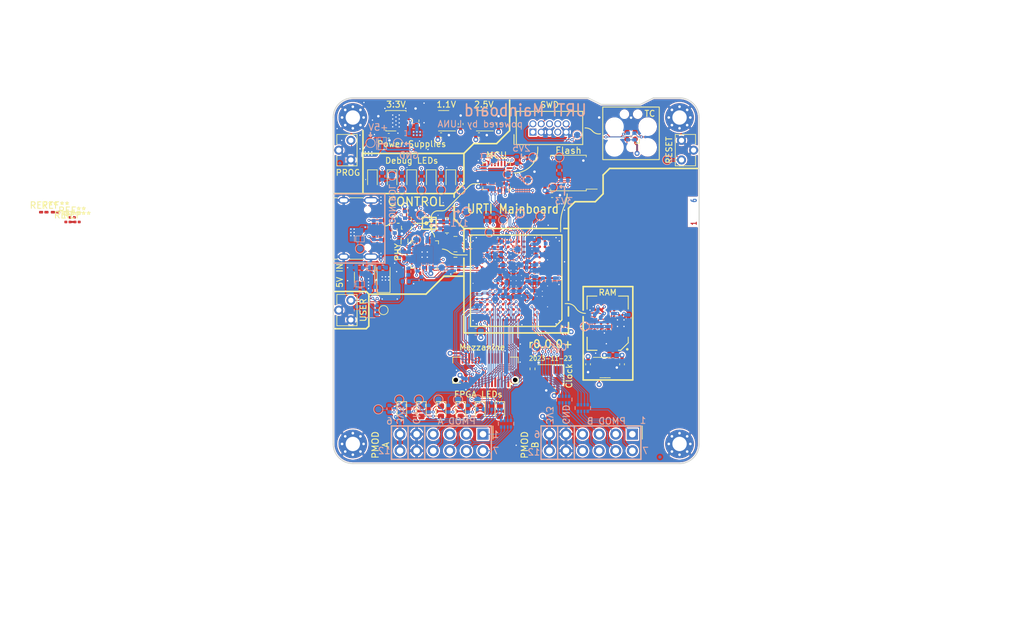
<source format=kicad_pcb>
(kicad_pcb (version 20221018) (generator pcbnew)
  (title_block (title "URTI Mainboard") (date "${DATE}") (rev "${VERSION}") (company "Copyright 2023 Great Scott Gadgets") (comment 1 "Licensed under the CERN-OHL-P v2"))
  (layers (0 "F.Cu" signal) (1 "In1.Cu" signal) (2 "In2.Cu" signal) (3 "In3.Cu" signal) (4 "In4.Cu" signal) (31 "B.Cu" signal) (34 "B.Paste" user) (35 "F.Paste" user) (36 "B.SilkS" user "B.Silkscreen") (37 "F.SilkS" user "F.Silkscreen") (38 "B.Mask" user) (39 "F.Mask" user) (44 "Edge.Cuts" user))
  (property "DATE" "2023-11-23")
  (property "VERSION" "0.0.0+")
  (net 0 "")
  (net 1 "+3V3")
  (net 2 "GND")
  (net 3 "+5V")
  (net 4 "+2V5")
  (net 5 "+1V1")
  (net 6 "VCCRAM")
  (net 7 "/Debugger/~{BTN_PROGRAM}")
  (net 8 "/Debugger/LED10")
  (net 9 "/Debugger/LED11")
  (net 10 "/Debugger/LED12")
  (net 11 "/Debugger/LED13")
  (net 12 "/Debugger/LED14")
  (net 13 "/FPGA Bank 8 and Configuration Flash/D2")
  (net 14 "/Debugger/FPGA_JTAG.TDO")
  (net 15 "/FPGA Bank 8 and Configuration Flash/D3")
  (net 16 "/FPGA Bank 8 and Configuration Flash/~{CS_DI}")
  (net 17 "/FPGA Bank 8 and Configuration Flash/FPGA_FLASH_CLK")
  (net 18 "/FPGA Bank 8 and Configuration Flash/FPGA_CFG0")
  (net 19 "/Debugger/FPGA_CONFIG.DONE")
  (net 20 "/FPGA Bank 8 and Configuration Flash/FPGA_CFG1")
  (net 21 "/Debugger/FPGA_CONFIG.~{PROGRAM}")
  (net 22 "/FPGA Bank 8 and Configuration Flash/FPGA_CFG2")
  (net 23 "Net-(D6-K)")
  (net 24 "Net-(D13-A)")
  (net 25 "Net-(D14-A)")
  (net 26 "Net-(D16-A)")
  (net 27 "Net-(D17-A)")
  (net 28 "/Debugger/FPGA_JTAG.TDI")
  (net 29 "/Debugger/FPGA_ADV")
  (net 30 "CONTROL_VBUS")
  (net 31 "/FPGA Bank 8 and Configuration Flash/D1")
  (net 32 "/FPGA Bank 8 and Configuration Flash/D0")
  (net 33 "/CONTROL Port/CONTROL_CC1")
  (net 34 "/CONTROL Port/CONTROL_CC2")
  (net 35 "/CONTROL Port/CONTROL_RESET_DETECT")
  (net 36 "/CONTROL Port/CONTROL_D+")
  (net 37 "/CONTROL Port/CONTROL_D-")
  (net 38 "/CONTROL Port/CONTROL_SWITCH")
  (net 39 "/CONTROL Port/CONTROL_MCU_D-")
  (net 40 "/CONTROL Port/CONTROL_MCU_D+")
  (net 41 "/Clock and Miscellaneous/CLOCK_60MHZ")
  (net 42 "/Expansion Interfaces/PMOD_A1")
  (net 43 "Net-(Y1-OUT)")
  (net 45 "/Debugger/FPGA_CONFIG.~{INIT}")
  (net 46 "/CONTROL Port/CONTROL PHY/VDD18")
  (net 48 "/CONTROL Port/CONTROL PHY/PHY_D+")
  (net 49 "/CONTROL Port/CONTROL PHY/D+")
  (net 50 "/CONTROL Port/CONTROL PHY/PHY_D-")
  (net 51 "/CONTROL Port/CONTROL PHY/D-")
  (net 52 "/CONTROL Port/CONTROL PHY/RBIAS")
  (net 53 "/CONTROL Port/CONTROL PHY/VBUS_SENSE")
  (net 54 "/CONTROL Port/CONTROL PHY/NXT")
  (net 55 "/CONTROL Port/CONTROL PHY/DIR")
  (net 56 "/CONTROL Port/CONTROL PHY/STP")
  (net 57 "/CONTROL Port/CONTROL PHY/CLK")
  (net 58 "/CONTROL Port/CONTROL PHY/DATA3")
  (net 59 "/CONTROL Port/CONTROL PHY/DATA2")
  (net 60 "/CONTROL Port/CONTROL PHY/DATA1")
  (net 61 "/CONTROL Port/CONTROL PHY/DATA0")
  (net 62 "/CONTROL Port/CONTROL PHY/DATA7")
  (net 63 "/CONTROL Port/CONTROL PHY/DATA6")
  (net 64 "/CONTROL Port/CONTROL PHY/DATA5")
  (net 65 "/CONTROL Port/CONTROL PHY/DATA4")
  (net 66 "/Expansion Interfaces/PMOD_A4")
  (net 67 "/Expansion Interfaces/PMOD_A0")
  (net 68 "/Expansion Interfaces/PMOD_A7")
  (net 69 "/Expansion Interfaces/PMOD_A3")
  (net 70 "/Expansion Interfaces/PMOD_A5")
  (net 71 "/Expansion Interfaces/PMOD_A6")
  (net 72 "/Expansion Interfaces/PMOD_A2")
  (net 73 "/Expansion Interfaces/A0")
  (net 74 "/Expansion Interfaces/A1")
  (net 75 "/Expansion Interfaces/A2")
  (net 76 "/Expansion Interfaces/A3")
  (net 77 "/Expansion Interfaces/A4")
  (net 78 "/Expansion Interfaces/A5")
  (net 79 "/Expansion Interfaces/A6")
  (net 80 "/Expansion Interfaces/A7")
  (net 81 "/Expansion Interfaces/B0")
  (net 82 "/Expansion Interfaces/B1")
  (net 83 "/Expansion Interfaces/B2")
  (net 84 "/Expansion Interfaces/B3")
  (net 85 "/Expansion Interfaces/B4")
  (net 86 "/Expansion Interfaces/B5")
  (net 87 "/Expansion Interfaces/B6")
  (net 88 "/Expansion Interfaces/B7")
  (net 89 "/Debugger/FPGA_JTAG.TCK")
  (net 90 "/Debugger/FPGA_JTAG.TMS")
  (net 91 "/FPGA Bank 8 and Configuration Flash/~{FPGA_SELF_PROGRAM}")
  (net 92 "/Debugger/MCU_SWDIO")
  (net 93 "/Debugger/MCU_SWDCLK")
  (net 94 "Net-(U2-PA28{slash}~{RST})")
  (net 95 "/Expansion Interfaces/PMOD_B5")
  (net 96 "/Expansion Interfaces/PMOD_B6")
  (net 97 "/Expansion Interfaces/PMOD_B7")
  (net 98 "/FPGA Banks 0 and 1/LED3")
  (net 99 "/Expansion Interfaces/PMOD_B0")
  (net 100 "/Expansion Interfaces/PMOD_B1")
  (net 101 "/Expansion Interfaces/PMOD_B2")
  (net 102 "/Expansion Interfaces/PMOD_B3")
  (net 103 "/FPGA Banks 0 and 1/LED2")
  (net 104 "/Expansion Interfaces/PMOD_B4")
  (net 105 "/FPGA Banks 0 and 1/LED5")
  (net 106 "/FPGA Banks 0 and 1/LED1")
  (net 107 "/FPGA Banks 0 and 1/LED4")
  (net 108 "/FPGA Banks 0 and 1/LED0")
  (net 109 "/FPGA Banks 2 and 3/~{BTN_USER}")
  (net 110 "/Expansion Interfaces/MEZZANINE4")
  (net 111 "/Expansion Interfaces/MEZZANINE6")
  (net 112 "/Expansion Interfaces/MEZZANINE28")
  (net 113 "/Expansion Interfaces/MEZZANINE26")
  (net 114 "/Expansion Interfaces/MEZZANINE24")
  (net 115 "/Expansion Interfaces/MEZZANINE22")
  (net 116 "/Expansion Interfaces/MEZZANINE3")
  (net 117 "/Expansion Interfaces/MEZZANINE5")
  (net 118 "/Expansion Interfaces/MEZZANINE7")
  (net 119 "/Expansion Interfaces/MEZZANINE27")
  (net 120 "/Expansion Interfaces/MEZZANINE23")
  (net 121 "/Expansion Interfaces/MEZZANINE21")
  (net 122 "/Expansion Interfaces/MEZZANINE20")
  (net 123 "/Expansion Interfaces/MEZZANINE9")
  (net 124 "/Expansion Interfaces/MEZZANINE19")
  (net 125 "/Expansion Interfaces/MEZZANINE18")
  (net 126 "/Expansion Interfaces/MEZZANINE25")
  (net 127 "/Expansion Interfaces/MEZZANINE8")
  (net 128 "/Expansion Interfaces/MEZZANINE11")
  (net 129 "/Expansion Interfaces/MEZZANINE10")
  (net 130 "/Expansion Interfaces/MEZZANINE13")
  (net 131 "/Expansion Interfaces/MEZZANINE12")
  (net 132 "/CONTROL Port/CONTROL_PHY.CLK")
  (net 133 "/CONTROL Port/CONTROL_PHY.STP")
  (net 134 "/CONTROL Port/CONTROL_PHY.~{RESET}")
  (net 135 "/CONTROL Port/CONTROL_PHY.NXT")
  (net 136 "/CONTROL Port/CONTROL_PHY.DIR")
  (net 137 "/CONTROL Port/CONTROL_PHY.DATA1")
  (net 138 "/CONTROL Port/CONTROL_PHY.DATA0")
  (net 139 "/CONTROL Port/CONTROL_PHY.DATA7")
  (net 140 "/CONTROL Port/CONTROL_PHY.DATA3")
  (net 141 "/CONTROL Port/CONTROL_PHY.DATA2")
  (net 142 "/CONTROL Port/CONTROL_PHY.DATA5")
  (net 143 "/CONTROL Port/CONTROL_PHY.DATA4")
  (net 144 "/Debugger/~{BTN_RESET}")
  (net 145 "/CONTROL Port/CONTROL_PHY.DATA6")
  (net 146 "/FPGA Banks 6 and 7/RAM.DQ1")
  (net 147 "/FPGA Banks 6 and 7/RAM.~{CS}")
  (net 148 "/FPGA Banks 6 and 7/RAM.~{RESET}")
  (net 149 "/FPGA Banks 6 and 7/RAM.DQ2")
  (net 150 "/FPGA Banks 6 and 7/RAM.CK")
  (net 151 "/FPGA Banks 6 and 7/RAM.RWDS")
  (net 152 "/FPGA Banks 6 and 7/RAM.~{CK}")
  (net 153 "/FPGA Banks 6 and 7/RAM.DQ3")
  (net 154 "/FPGA Banks 6 and 7/RAM.DQ5")
  (net 155 "/FPGA Banks 6 and 7/RAM.DQ4")
  (net 156 "/FPGA Banks 6 and 7/RAM.DQ0")
  (net 157 "/FPGA Banks 6 and 7/RAM.DQ6")
  (net 158 "/FPGA Banks 6 and 7/RAM.DQ7")
  (net 226 "Net-(Q2A-B1)")
  (net 230 "Net-(U2-PA07)")
  (net 231 "Net-(U4-ADJ{slash}NC)")
  (net 232 "Net-(R22-Pad2)")
  (net 233 "Net-(R31-Pad2)")
  (net 245 "Net-(D1-K)")
  (net 246 "Net-(D2-K)")
  (net 247 "Net-(D3-K)")
  (net 248 "Net-(D4-K)")
  (net 249 "Net-(D5-K)")
  (net 250 "Net-(D7-A)")
  (net 251 "Net-(D9-A)")
  (net 252 "Net-(D10-A)")
  (net 253 "Net-(D11-A)")
  (net 254 "Net-(D12-A)")
  (net 255 "Net-(D17-K)")
  (footprint "LED_SMD:LED_0603_1608Metric" (layer "F.Cu") (at 122 76.5 -90)
    (fp_text reference "D14" hide)
    (fp_text value "ICE BLUE" hide)
  )
  (footprint "LED_SMD:LED_0603_1608Metric" (layer "F.Cu") (at 113 76.5 -90)
    (fp_text reference "D11" hide)
    (fp_text value "PINK" hide)
  )
  (footprint "Package_DFN_QFN:QFN-24-1EP_4x4mm_P0.5mm_EP2.6x2.6mm" (layer "F.Cu") (at 129 76 90)
    (fp_text reference "U2" hide)
    (fp_text value "ATSAMD11" hide)
  )
  (footprint "Capacitor_SMD:C_0402_1005Metric" (layer "F.Cu") (at 126.3 69.7)
    (fp_text reference "C39" hide)
    (fp_text value "1uF" hide)
  )
  (footprint "Capacitor_SMD:C_0402_1005Metric" (layer "F.Cu") (at 129.3 68 90)
    (fp_text reference "C37" hide)
    (fp_text value "1uF" hide)
  )
  (footprint "Package_DFN_QFN:DFN-8-1EP_3x3mm_P0.65mm_EP1.55x2.4mm" (layer "F.Cu") (at 113.6 67.5 180)
    (fp_text reference "U4" hide)
    (fp_text value "3V3REG" hide)
  )
  (footprint "LED_SMD:LED_0603_1608Metric" (layer "F.Cu") (at 116 76.5 -90)
    (fp_text reference "D12" hide)
    (fp_text value "WHITE" hide)
  )
  (footprint "LED_SMD:LED_0603_1608Metric" (layer "F.Cu") (at 119 76.5 -90)
    (fp_text reference "D13" hide)
    (fp_text value "PINK" hide)
  )
  (footprint "LED_SMD:LED_0603_1608Metric" (layer "F.Cu") (at 110 76.5 -90)
    (fp_text reference "D10" hide)
    (fp_text value "ICE BLUE" hide)
  )
  (footprint "mainboard:D_SOD-123FL" (layer "F.Cu") (at 111.7 91.6 90)
    (fp_text reference "D9" hide)
    (fp_text value "D" hide)
  )
  (footprint "Capacitor_SMD:C_0402_1005Metric" (layer "F.Cu") (at 114.9 88.1 -90)
    (fp_text reference "C50" hide)
    (fp_text value "0.1uF" hide)
  )
  (footprint "Capacitor_SMD:C_0402_1005Metric" (layer "F.Cu") (at 112.5 69.8)
    (fp_text reference "C36" hide)
    (fp_text value "1uF" hide)
  )
  (footprint "Capacitor_SMD:C_0603_1608Metric" (layer "F.Cu") (at 116.6 67.5 90)
    (fp_text reference "C34" hide)
    (fp_text value "2.2uF" hide)
  )
  (footprint "Package_TO_SOT_SMD:SOT-23-5" (layer "F.Cu") (at 126.7 67.5 180)
    (fp_text reference "U6" hide)
    (fp_text value "2V5REG" hide)
  )
  (footprint "Capacitor_SMD:C_0402_1005Metric" (layer "F.Cu") (at 120.5 69.7)
    (fp_text reference "C35" hide)
    (fp_text value "1uF" hide)
  )
  (footprint "Crystal:Crystal_SMD_3225-4Pin_3.2x2.5mm" (layer "F.Cu") (at 137.3 106.5 180)
    (fp_text reference "Y1" hide)
    (fp_text value "Osc60MHz" hide)
  )
  (footprint "Capacitor_SMD:C_0402_1005Metric" (layer "F.Cu") (at 123.5 68 90)
    (fp_text reference "C33" hide)
    (fp_text value "0.1uF" hide)
  )
  (footprint "Package_SO:SOIC-8_5.23x5.23mm_P1.27mm" (layer "F.Cu") (at 140 75.5 180)
    (fp_text reference "U10" hide)
    (fp_text value "W25Q32JVSS" hide)
  )
  (footprint "Package_TO_SOT_SMD:SOT-23-5" (layer "F.Cu") (at 120.9 67.5 180)
    (fp_text reference "U5" hide)
    (fp_text value "1V15REG" hide)
  )
  (footprint "Capacitor_SMD:C_0402_1005Metric" (layer "F.Cu") (at 137.9 108.8 180)
    (fp_text reference "C56" hide)
    (fp_text value "0.1uF" hide)
  )
  (footprint "LED_SMD:LED_0603_1608Metric" (layer "F.Cu") (at 129.5 112 -90)
    (fp_text reference "D6" hide)
    (fp_text value "PURPLE" hide)
  )
  (footprint "LED_SMD:LED_0603_1608Metric" (layer "F.Cu") (at 120.5 112 -90)
    (fp_text reference "D3" hide)
    (fp_text value "YELLOW" hide)
  )
  (footprint "LED_SMD:LED_0603_1608Metric" (layer "F.Cu") (at 117.5 112 -90)
    (fp_text reference "D4" hide)
    (fp_text value "ORANGE" hide)
  )
  (footprint "LED_SMD:LED_0603_1608Metric" (layer "F.Cu") (at 123.5 112 -90)
    (fp_text reference "D2" hide)
    (fp_text value "GREEN" hide)
  )
  (footprint "LED_SMD:LED_0603_1608Metric" (layer "F.Cu") (at 114.5 112 -90)
    (fp_text reference "D5" hide)
    (fp_text value "RED" hide)
  )
  (footprint "LED_SMD:LED_0603_1608Metric" (layer "F.Cu") (at 126.5 112 -90)
    (fp_text reference "D1" hide)
    (fp_text value "BLUE" hide)
  )
  (footprint "Package_DFN_QFN:VQFN-24-1EP_4x4mm_P0.5mm_EP2.45x2.45mm" (layer "F.Cu") (at 118 88 180)
    (fp_text reference "U9" hide)
    (fp_text value "USB3343-CP" hide)
  )
  (footprint "Capacitor_SMD:C_0402_1005Metric" (layer "F.Cu") (at 137.5 78.9)
    (fp_text reference "C55" hide)
    (fp_text value "0.1uF" hide)
  )
  (footprint "mainboard:SW_Tactile_SPST_Angled_TC-1109DE-B-F" (layer "F.Cu") (at 157.3 73.5 -90)
    (fp_text reference "SW2" hide)
    (fp_text value "BTN_RESET" hide)
  )
  (footprint "mainboard:SW_Tactile_SPST_Angled_TC-1109DE-B-F" (layer "F.Cu") (at 106.7 70.5 90)
    (fp_text reference "SW1" hide)
    (fp_text value "BTN_PROGRAM" hide)
  )
  (footprint "Connector:Tag-Connect_TC2030-IDC-FP_2x03_P1.27mm_Vertical" (layer "F.Cu") (at 149.58 69.03 90)
    (fp_text reference "J3" hide)
    (fp_text value "TC_SWD" hide)
  )
  (footprint "mainboard:PinSocket_2x06_P2.54mm_PMOD" (layer "F.Cu") (at 126.92 115.5 90)
    (fp_text reference "J4" hide)
    (fp_text value "PMOD_A" hide)
  )
  (footprint "mainboard:PinSocket_2x06_P2.54mm_PMOD" (layer "F.Cu") (at 149.78 115.5 90)
    (fp_text reference "J5" hide)
    (fp_text value "PMOD_B" hide)
  )
  (footprint "mainboard:lattice_cabga256" (layer "F.Cu") (at 132 92 180)
    (fp_text reference "U1" hide)
    (fp_text value "ECP5-BGA256" hide)
  )
  (footprint "mainboard:USB_C_Receptacle_HRO_TYPE-C-31-M-12" (layer "F.Cu") (at 106.65 84 -90)
    (fp_text reference "J1" hide)
    (fp_text value "USB_C" hide)
  )
  (footprint "mainboard:BGA-24_5x5_6.0x8.0mm" (layer "F.Cu") (at 146 98.5 180)
    (fp_text reference "U8")
    (fp_text value "HyperRAM" hide)
  )
  (footprint "mainboard:SWD_CONNECTOR_LARGE_BOX" (layer "F.Cu") (at 137.1 68.6)
    (fp_text reference "J2" hide)
    (fp_text value "MCU_SWD" hide)
  )
  (footprint "Capacitor_SMD:C_0402_1005Metric" (layer "F.Cu") (at 143 104.8 -90)
    (fp_text reference "C38" hide)
    (fp_text value "1uF" hide)
  )
  (footprint "Capacitor_SMD:C_0201_0603Metric_Pad0.64x0.40mm_HandSolder" (layer "F.Cu") (at 59.7 81.5)
    (fp_text reference "REF**")
    (fp_text value "C_0201_0603Metric_Pad0.64x0.40mm_HandSolder" hide)
  )
  (footprint "Package_TO_SOT_SMD:SOT-23-5" (layer "F.Cu") (at 145.6 105.3)
    (fp_text reference "U7" hide)
    (fp_text value "1V8REG" hide)
  )
  (footprint "Resistor_SMD:R_Array_Convex_4x0402" (layer "F.Cu") (at 122.7 86.4 180)
    (fp_text reference "RN1" hide)
    (fp_text value "330" hide)
  )
  (footprint "Resistor_SMD:R_0402_1005Metric" (layer "F.Cu") (at 134.5 105.5 -90)
    (fp_text reference "R45" hide)
    (fp_text value "330" hide)
  )
  (footprint "Fiducial:Fiducial_0.5mm_Mask1mm" (layer "F.Cu") (at 153 117)
    (fp_text reference "FID2" hide)
    (fp_text value "Fiducial" hide)
  )
  (footprint "Capacitor_SMD:C_0201_0603Metric" (layer "F.Cu") (at 63.4 83)
    (fp_text reference "REF**")
    (fp_text value "C_0201_0603Metric")
  )
  (footprint "Capacitor_SMD:C_0201_0603Metric_Pad0.64x0.40mm_HandSolder" (layer "F.Cu") (at 61.5 81.5)
    (fp_text reference "REF**")
    (fp_text value "C_0201_0603Metric_Pad0.64x0.40mm_HandSolder" hide)
  )
  (footprint "Package_TO_SOT_SMD:SOT-23-3" (layer "F.Cu") (at 108.8 91.5 -90)
    (fp_text reference "Q1" hide)
    (fp_text value "PMOS" hide)
  )
  (footprint "mainboard:Amphenol_10132798-03" (layer "F.Cu") (at 127.3 105.7 180)
    (fp_text reference "J6" hide)
    (fp_text value "MEZZANINE" hide)
  )
  (footprint "Capacitor_SMD:C_0402_1005Metric" (layer "F.Cu") (at 148.2 104.8 -90)
    (fp_text reference "C40" hide)
    (fp_text value "1uF" hide)
  )
  (footprint "mainboard:L_CommonModeChoke_Murata_DLM0NS" (layer "F.Cu") (at 114.9 85.9 90)
    (fp_text reference "FL1" hide)
    (fp_text value "Filter_EMI_CommonMode" hide)
  )
  (footprint "Capacitor_SMD:C_0402_1005Metric" (layer "F.Cu") (at 115.4 81.3)
    (fp_text reference "C4" hide)
    (fp_text value "0.1uF" hide)
  )
  (footprint "MountingHole:MountingHole_2.2mm_M2_Pad_Via" (layer "F.Cu") (at 157 117)
    (fp_text reference "H4" hide)
    (fp_text value "MountingHole" hide)
  )
  (footprint "Resistor_SMD:R_0402_1005Metric" (layer "F.Cu") (at 113.4 84.2 90)
    (fp_text reference "R8" hide)
    (fp_text value "820k" hide)
  )
  (footprint "TestPoint:TestPoint_Pad_D1.0mm" (layer "F.Cu") (at 111.7 96.5)
    (fp_text reference "TP5" hide)
    (fp_text value "TestPoint" hide)
  )
  (footprint "MountingHole:MountingHole_2.2mm_M2_Pad_Via" (layer "F.Cu") (at 107 67)
    (fp_text reference "H2" hide)
    (fp_text value "MountingHole" hide)
  )
  (footprint "Resistor_SMD:R_Array_Convex_4x0402" (layer "F.Cu") (at 121.4 83.5 180)
    (fp_text reference "RN2" hide)
    (fp_text value "330" hide)
  )
  (footprint "Capacitor_SMD:C_0201_0603Metric" (layer "F.Cu") (at 64.8 83)
    (fp_text reference "REF**")
    (fp_text value "C_0201_0603Metric")
  )
  (footprint "Capacitor_SMD:C_0201_0603Metric" (layer "F.Cu") (at 64.055 82.3)
    (fp_text reference "REF**")
    (fp_text value "C_0201_0603Metric" hide)
  )
  (footprint "mainboard:SW_Tactile_SPST_Angled_TC-1109DE-B-F" (layer "F.Cu") (at 106.7 95 90)
    (fp_text reference "SW3" hide)
    (fp_text value "BTN_USER" hide)
  )
  (footprint "Resistor_SMD:R_Array_Convex_4x0402" (layer "F.Cu") (at 122.7 89.6 180)
    (fp_text reference "RN3" hide)
    (fp_text value "330" hide)
  )
  (footprint "MountingHole:MountingHole_2.2mm_M2_Pad_Via" (layer "F.Cu") (at 157 67)
    (fp_text reference "H3" hide)
    (fp_text value "MountingHole" hide)
  )
  (footprint "MountingHole:MountingHole_2.2mm_M2_Pad_Via" (layer "F.Cu") (at 107 117)
    (fp_text reference "H1" hide)
    (fp_text value "MountingHole" hide)
  )
  (footprint "Resistor_SMD:R_0402_1005Metric" (layer "F.Cu") (at 113.4 82.2 90)
    (fp_text reference "R7" hide)
    (fp_text value "820k" hide)
  )
  (footprint "mainboard:Diodes_10-TQFN_ZL" (layer "F.Cu") (at 115.2 83.2)
    (fp_text reference "U3" hide)
    (fp_text value "PI3USB102G" hide)
  )
  (footprint "Fiducial:Fiducial_0.5mm_Mask1mm" (layer "F.Cu") (at 110 65)
    (fp_text reference "FID1" hide)
    (fp_text value "Fiducial" hide)
  )
  (footprint "Capacitor_SMD:C_0402_1005Metric" (layer "B.Cu") (at 135.1 87.7 90)
    (fp_text reference "C16" hide)
    (fp_text value "1uF" hide)
  )
  (footprint "Resistor_SMD:R_0402_1005Metric" (layer "B.Cu") (at 117.9 89.5 90)
    (fp_text reference "R21" hide)
    (fp_text value "10k" hide)
  )
  (footprint "TestPoint:TestPoint_Pad_D1.0mm" (layer "B.Cu") (at 130 82.7)
    (fp_text reference "TP33" hide)
    (fp_text value "TestPoint" hide)
  )
  (footprint "TestPoint:TestPoint_Pad_D1.0mm" (layer "B.Cu") (at 135.7 82.1)
    (fp_text reference "TP27" hide)
    (fp_text value "TestPoint" hide)
  )
  (footprint "Resistor_SMD:R_0402_1005Metric" (layer "B.Cu") (at 127.5 82.3 -90)
    (fp_text reference "R44" hide)
    (fp_text value "2.2k" hide)
  )
  (footprint "Resistor_SMD:R_0402_1005Metric" (layer "B.Cu") (at 128.5 82.3 90)
    (fp_text reference "R43" hide)
    (fp_text value "5.1k" hide)
  )
  (footprint "Capacitor_SMD:C_0402_1005Metric" (layer "B.Cu") (at 132.6 93.1 90)
    (fp_text reference "C11" hide)
    (fp_text value "0.1uF" hide)
  )
  (footprint "Capacitor_SMD:C_0402_1005Metric" (layer "B.Cu") (at 129.5 91 90)
    (fp_text reference "C25" hide)
    (fp_text value "1uF" hide)
  )
  (footprint "Resistor_SMD:R_0402_1005Metric" (layer "B.Cu") (at 113.6 88.5)
    (fp_text reference "R19" hide)
    (fp_text value "20k" hide)
  )
  (footprint "Capacitor_SMD:C_0402_1005Metric" (layer "B.Cu") (at 129.3 89.6 180)
    (fp_text reference "C21" hide)
    (fp_text value "1uF" hide)
  )
  (footprint "TestPoint:TestPoint_Pad_D1.0mm" (layer "B.Cu") (at 137.6 77.7)
    (fp_text reference "TP8" hide)
    (fp_text value "TestPoint" hide)
  )
  (footprint "Capacitor_SMD:C_0402_1005Metric" (layer "B.Cu") (at 149.2 97.7 -90)
    (fp_text reference "C41" hide)
    (fp_text value "0.1uF" hide)
  )
  (footprint "Capacitor_SMD:C_0402_1005Metric" (layer "B.Cu") (at 127.1 77.18 90)
    (fp_text reference "C3" hide)
    (fp_text value "1uF" hide)
  )
  (footprint "Capacitor_SMD:C_0402_1005Metric" (layer "B.Cu") (at 118.9 89.5 90)
    (fp_text reference "C49" hide)
    (fp_text value "1uF" hide)
  )
  (footprint "Capacitor_SMD:C_0402_1005Metric" (layer "B.Cu") (at 118.4 86.5 -90)
    (fp_text reference "C51" hide)
    (fp_text value "0.1uF" hide)
  )
  (footprint "TestPoint:TestPoint_Pad_D1.0mm" (layer "B.Cu") (at 134.6 73.1 180)
    (fp_text reference "TP10" hide)
    (fp_text value "TestPoint" hide)
  )
  (footprint "Capacitor_SMD:C_0402_1005Metric" (layer "B.Cu") (at 135.1 90.9 90)
    (fp_text reference "C23" hide)
    (fp_text value "0.1uF" hide)
  )
  (footprint "Capacitor_SMD:C_0603_1608Metric" (layer "B.Cu") (at 125.1 84.7)
    (fp_text reference "C8" hide)
    (fp_text value "2.2uF" hide)
  )
  (footprint "TestPoint:TestPoint_Pad_D1.0mm" (layer "B.Cu") (at 135.1 102.2)
    (fp_text reference "TP34" hide)
    (fp_text value "TestPoint" hide)
  )
  (footprint "Capacitor_SMD:C_0402_1005Metric" (layer "B.Cu") (at 135.6 89.5)
    (fp_text reference "C22" hide)
    (fp_text value "0.1uF" hide)
  )
  (footprint "Capacitor_SMD:C_0402_1005Metric" (layer "B.Cu") (at 132.7 90 -90)
    (fp_text reference "C10" hide)
    (fp_text value "0.1uF" hide)
  )
  (footprint "Resistor_SMD:R_0402_1005Metric" (layer "B.Cu") (at 116.9 90 -90)
    (fp_text reference "R20" hide)
    (fp_text value "8.06k±1%" hide)
  )
  (footprint "Capacitor_SMD:C_0402_1005Metric" (layer "B.Cu") (at 131.2 89 90)
    (fp_text reference "C12" hide)
    (fp_text value "0.1uF" hide)
  )
  (footprint "Capacitor_SMD:C_0402_1005Metric" (layer "B.Cu") (at 133.8 88.5 90)
    (fp_text reference "C18" hide)
    (fp_text value "0.1uF" hide)
  )
  (footprint "Capacitor_SMD:C_0402_1005Metric" (layer "B.Cu") (at 143.52 97.2 180)
    (fp_text reference "C42" hide)
    (fp_text value "0.1uF" hide)
  )
  (footprint "Resistor_SMD:R_0402_1005Metric" (layer "B.Cu") (at 115 81.9 -90)
    (fp_text reference "R6" hide)
    (fp_text value "10k" hide)
  )
  (footprint "Capacitor_SMD:C_0603_1608Metric" (layer "B.Cu") (at 139.4 98.9 90)
    (fp_text reference "C20" hide)
    (fp_text value "2.2uF" hide)
  )
  (footprint "Capacitor_SMD:C_0402_1005Metric" (layer "B.Cu") (at 116.1 87.6)
    (fp_text reference "C48" hide)
    (fp_text value "1uF" hide)
  )
  (footprint "Capacitor_SMD:C_0402_1005Metric" (layer "B.Cu") (at 133.8 94.5 180)
    (fp_text reference "C26" hide)
    (fp_text value "1uF" hide)
  )
  (footprint "Capacitor_SMD:C_0402_1005Metric" (layer "B.Cu") (at 131.6 94.5)
    (fp_text reference "C24" hide)
    (fp_text value "0.1uF" hide)
  )
  (footprint "TestPoint:TestPoint_Pad_D1.0mm" (layer "B.Cu") (at 124.4 81.4)
    (fp_text reference "TP9" hide)
    (fp_text value "TestPoint" hide)
  )
  (footprint "Resistor_SMD:R_0402_1005Metric" (layer "B.Cu") (at 129.2 88 180)
    (fp_text reference "R39" hide)
    (fp_text value "330" hide)
  )
  (footprint "Resistor_SMD:R_Array_Convex_4x0402" (layer "B.Cu") (at 129 111.2 -90)
    (fp_text reference "RN5" hide)
    (fp_text value "33" hide)
  )
  (footprint "Resistor_SMD:R_Array_Convex_4x0402" (layer "B.Cu") (at 130.45 113.9 -90)
    (fp_text reference "RN4" hide)
    (fp_text value "33" hide)
  )
  (footprint "Resistor_SMD:R_0402_1005Metric" (layer "B.Cu") (at 129.2 86 180)
    (fp_text reference "R41" hide)
    (fp_text value "330" hide)
  )
  (footprint "Resistor_SMD:R_0402_1005Metric" (layer "B.Cu") (at 129.2 87 180)
    (fp_text reference "R40" hide)
    (fp_text value "5.1k" hide)
  )
  (footprint "Resistor_SMD:R_0402_1005Metric" (layer "B.Cu") (at 121.6 111.6 90)
    (fp_text reference "R27" hide)
    (fp_text value "10k" hide)
  )
  (footprint "Resistor_SMD:R_0402_1005Metric" (layer "B.Cu") (at 126.5 111.7 180)
    (fp_text reference "R29" hide)
    (fp_text value "2.2k" hide)
  )
  (footprint "Resistor_SMD:R_0402_1005Metric" (layer "B.Cu") (at 112.6 111.6 90)
    (fp_text reference "R24" hide)
    (fp_text value "1k" hide)
  )
  (footprint "Resistor_SMD:R_0402_1005Metric" (layer "B.Cu") (at 118.6 111.6 90)
    (fp_text reference "R26" hide)
    (fp_text value "1k" hide)
  )
  (footprint "Resistor_SMD:R_0402_1005Metric" (layer "B.Cu") (at 115.6 111.6 90)
    (fp_text reference "R25" hide)
    (fp_text value "1k" hide)
  )
  (footprint "Resistor_SMD:R_0402_1005Metric" (layer "B.Cu") (at 124.6 111.6 90)
    (fp_text reference "R28" hide)
    (fp_text value "2.2k" hide)
  )
  (footprint "Resistor_SMD:R_0402_1005Metric" (layer "B.Cu") (at 114.5 76 -90)
    (fp_text reference "R32" hide)
    (fp_text value "2.2k" hide)
  )
  (footprint "Resistor_SMD:R_0402_1005Metric" (layer "B.Cu") (at 111.5 76 -90)
    (fp_text reference "R30" hide)
    (fp_text value "5.1k" hide)
  )
  (footprint "Resistor_SMD:R_0402_1005Metric" (layer "B.Cu") (at 123.5 76 -90)
    (fp_text reference "R36" hide)
    (fp_text value "5.1k" hide)
  )
  (footprint "Resistor_SMD:R_0402_1005Metric" (layer "B.Cu") (at 120.5 76 -90)
    (fp_text reference "R35" hide)
    (fp_text value "2.2k" hide)
  )
  (footprint "Resistor_SMD:R_0402_1005Metric" (layer "B.Cu") (at 117.5 76 -90)
    (fp_text reference "R34" hide)
    (fp_text value "2.2k" hide)
  )
  (footprint "TestPoint:TestPoint_Pad_D1.0mm" (layer "B.Cu") (at 132.2 87.2)
    (fp_text reference "TP32" hide)
    (fp_text value "TestPoint" hide)
  )
  (footprint "TestPoint:TestPoint_Pad_D1.0mm" (layer "B.Cu") (at 138.6 73.1)
    (fp_text reference "TP26" hide)
    (fp_text value "TestPoint" hide)
  )
  (footprint "Capacitor_SMD:C_0402_1005Metric" (layer "B.Cu") (at 131.6 90.9 -90)
    (fp_text reference "C15" hide)
    (fp_text value "1uF" hide)
  )
  (footprint "Capacitor_SMD:C_0603_1608Metric" (layer "B.Cu") (at 125.1 86.6)
    (fp_text reference "C9" hide)
    (fp_text value "2.2uF" hide)
  )
  (footprint "Resistor_SMD:R_0402_1005Metric" (layer "B.Cu") (at 150.1 69.9 90)
    (fp_text reference "R3" hide)
    (fp_text value "820k" hide)
  )
  (footprint "Capacitor_SMD:C_0603_1608Metric" (layer "B.Cu") (at 125.825 99.8 180)
    (fp_text reference "C19" hide)
    (fp_text value "2.2uF" hide)
  )
  (footprint "Capacitor_SMD:C_0402_1005Metric" (layer "B.Cu") (at 130.5 91.7 90)
    (fp_text reference "C17" hide)
    (fp_text value "0.1uF" hide)
  )
  (footprint "Capacitor_SMD:C_0402_1005Metric" (layer "B.Cu") (at 134.9 93.5)
    (fp_text reference "C14" hide)
    (fp_text value "0.1uF" hide)
  )
  (footprint "Capacitor_SMD:C_0402_1005Metric" (layer "B.Cu") (at 131.6 93.1 90)
    (fp_text reference "C13" hide)
    (fp_text value "1uF" hide)
  )
  (footprint "Resistor_SMD:R_Array_Convex_4x0402" (layer "B.Cu") (at 142.2 111.5 -90)
    (fp_text reference "RN7" hide)
    (fp_text value "33" hide)
  )
  (footprint "Resistor_SMD:R_Array_Convex_4x0402" (layer "B.Cu") (at 139.35 110.2 -90)
    (fp_text reference "RN6" hide)
    (fp_text value "33" hide)
  )
  (footprint "TestPoint:TestPoint_Pad_D1.0mm" (layer "B.Cu") (at 120.6 90)
    (fp_text reference "TP12" hide)
    (fp_text value "TestPoint" hide)
  )
  (footprint "TestPoint:TestPoint_Pad_D1.0mm" (layer "B.Cu") (at 155.1 73.5)
    (fp_text reference "TP1" hide)
    (fp_text value "TestPoint" hide)
  )
  (footprint "TestPoint:TestPoint_Pad_D1.0mm" (layer "B.Cu") (at 130.7 75.7)
    (fp_text reference "TP28" hide)
    (fp_text value "TestPoint" hide)
  )
  (footprint "TestPoint:TestPoint_Pad_D1.0mm" (layer "B.Cu") (at 109.7 70.9 90)
    (fp_text reference "TP7" hide)
    (fp_text value "TestPoint" hide)
  )
  (footprint "TestPoint:TestPoint_Pad_D1.0mm" (layer "B.Cu") (at 113.9 70.9)
    (fp_text reference "TP6" hide)
    (fp_text value "TestPoint" hide)
  )
  (footprint "TestPoint:TestPoint_Pad_D1.0mm" (layer "B.Cu") (at 108.1 87.1)
    (fp_text reference "TP4" hide)
    (fp_text value "TestPoint" hide)
  )
  (footprint "TestPoint:TestPoint_Pad_D1.0mm" (layer "B.Cu") (at 141.335 69.67)
    (fp_text reference "TP3" hide)
    (fp_text value "TestPoint" hide)
  )
  (footprint "TestPoint:TestPoint_Pad_D1.0mm" (layer "B.Cu") (at 128.6 73.5)
    (fp_text reference "TP2" hide)
    (fp_text value "TestPoint" hide)
  )
  (footprint "TestPoint:TestPoint_Pad_D1.0mm" (layer "B.Cu") (at 132.6 81.7)
    (fp_text reference "TP30" hide)
    (fp_text value "TestPoint" hide)
  )
  (footprint "TestPoint:TestPoint_Pad_D1.0mm" (layer "B.Cu") (at 127.9 84.6)
    (fp_text reference "TP29" hide)
    (fp_text value "TestPoint" hide)
  )
  (footprint "Capacitor_SMD:C_0402_1005Metric" (layer "B.Cu") (at 110.2 83.3 -90)
    (fp_text reference "C6" hide)
    (fp_text value "330pF" hide)
  )
  (footprint "Resistor_SMD:R_0402_1005Metric" (layer "B.Cu") (at 111.3 83.3 90)
    (fp_text reference "R9" hide)
    (fp_text value "5.1k" hide)
  )
  (footprint "Resistor_SMD:R_0402_1005Metric" (layer "B.Cu") (at 111.3 85.2 -90)
    (fp_text reference "R10" hide)
    (fp_text value "5.1k" hide)
  )
  (footprint "Capacitor_SMD:C_0402_1005Metric" (layer "B.Cu") (at 110.2 85.2 90)
    (fp_text reference "C7" hide)
    (fp_text value "330pF" hide)
  )
  (footprint "mainboard:DSN1006-2" (layer "B.Cu") (at 111.5 71.5)
    (fp_text reference "D7" hide)
    (fp_text value "SCHOTTKY" hide)
  )
  (footprint "TestPoint:TestPoint_Pad_D1.0mm" (layer "B.Cu") (at 133.8 76.6)
    (fp_text reference "TP31" hide)
    (fp_text value "TestPoint" hide)
  )
  (footprint "mainboard:DFN1006-2" (layer "B.Cu") (at 111.5 70.5)
    (fp_text reference "D15" hide)
    (fp_text value "6.2±2%" hide)
  )
  (footprint "Capacitor_SMD:C_0402_1005Metric" (layer "B.Cu") (at 146.8 97.5 -90)
    (fp_text reference "C44" hide)
    (fp_text value "0.1uF" hide)
  )
  (footprint "Resistor_SMD:R_0402_1005Metric" (layer "B.Cu") (at 115.5 90.6 -90)
    (fp_text reference "R22" hide)
    (fp_text value "10k" hide)
  )
  (footprint "Capacitor_SMD:C_0603_1608Metric" (layer "B.Cu") (at 128.3 77.1 90)
    (fp_text reference "C2" hide)
    (fp_text value "2.2uF" hide)
  )
  (footprint "Resistor_SMD:R_0402_1005Metric" (layer "B.Cu") (at 111.6 90)
    (fp_text reference "R15" hide)
    (fp_text value "18.7k±1%" hide)
  )
  (footprint "TestPoint:TestPoint_Pad_D1.0mm" (layer "B.Cu") (at 126.1 110.2 180)
    (fp_text reference "TP19" hide)
    (fp_text value "TestPoint" hide)
  )
  (footprint "Capacitor_SMD:C_0402_1005Metric" (layer "B.Cu") (at 124.3 107.5 -90)
    (fp_text reference "C52" hide)
    (fp_text value "1uF" hide)
  )
  (footprint "Resistor_SMD:R_0402_1005Metric" (layer "B.Cu") (at 120.4 83.5 -90)
    (fp_text reference "R33" hide)
    (fp_text value "18.7k±1%" hide)
  )
  (footprint "Resistor_SMD:R_0402_1005Metric" (layer "B.Cu") (at 110.4 93.5 90)
    (fp_text reference "R13" hide)
    (fp_text value "33k" hide)
  )
  (footprint "Capacitor_SMD:C_0402_1005Metric" (layer "B.Cu") (at 117.5 91.9 -90)
    (fp_text reference "C53" hide)
    (fp_text value "1uF" hide)
  )
  (footprint "Resistor_SMD:R_0402_1005Metric" (layer "B.Cu") (at 130 77.2 180)
    (fp_text reference "R2" hide)
    (fp_text value "8.06k±1%" hide)
  )
  (footprint "Capacitor_SMD:C_0402_1005Metric" (layer "B.Cu") (at 129.9 93.5 180)
    (fp_text reference "C27" hide)
    (fp_text value "1uF" hide)
  )
  (footprint "TestPoint:TestPoint_Pad_D1.0mm" (layer "B.Cu") (at 113 75.9 180)
    (fp_text reference "TP21" hide)
    (fp_text value "TestPoint" hide)
  )
  (footprint "mainboard:DFN1006-2" (layer "B.Cu") (at 109.9 90)
    (fp_text reference "D17" hide)
    (fp_text value "5.6±2%" hide)
  )
  (footprint "Capacitor_SMD:C_0402_1005Metric" (layer "B.Cu") (at 137 86.3)
    (fp_text reference "C30" hide)
    (fp_text value "1uF" hide)
  )
  (footprint "Capacitor_SMD:C_0402_1005Metric" (layer "B.Cu") (at 144.8 99.5 -90)
    (fp_text reference "C43" hide)
    (fp_text value "0.1uF" hide)
  )
  (footprint "TestPoint:TestPoint_Pad_D1.0mm" (layer "B.Cu") (at 117.5 78.1 180)
    (fp_text reference "TP23" hide)
    (fp_text value "TestPoint" hide)
  )
  (footprint "Resistor_SMD:R_0402_1005Metric" (layer "B.Cu") (at 115.1 69.4 180)
    (fp_text reference "R17" hide)
    (fp_text value "18.7k±1%" hide)
  )
  (footprint "Capacitor_SMD:C_0402_1005Metric" (layer "B.Cu") (at 133.7 91.6 90)
    (fp_text reference "C46" hide)
    (fp_text value "1uF" hide)
  )
  (footprint "Resistor_SMD:R_0402_1005Metric" (layer "B.Cu") (at 108 90)
    (fp_text reference "R11" hide)
    (fp_text value "18.7k±1%" hide)
  )
  (footprint "Resistor_SMD:R_0402_1005Metric" (layer "B.Cu") (at 146.8 103.4)
    (fp_text reference "R18" hide)
    (fp_text value "0" hide)
  )
  (footprint "Capacitor_SMD:C_0402_1005Metric" (layer "B.Cu") (at 135.5 85.3 90)
    (fp_text reference "C29" hide)
    (fp_text value "1uF" hide)
  )
  (footprint "Capacitor_SMD:C_0402_1005Metric" (layer "B.Cu") (at 146.2 99.5 -90)
    (fp_text reference "C47" hide)
    (fp_text value "1uF" hide)
  )
  (footprint "Resistor_SMD:R_0402_1005Metric" (layer "B.Cu") (at 149.1 69.9 90)
    (fp_text reference "R5" hide)
    (fp_text value "10k" hide)
  )
  (footprint "Package_TO_SOT_SMD:SOT-363_SC-70-6" (layer "B.Cu") (at 109.7 96.5 180)
    (fp_text reference "Q2" hide)
    (fp_text value "2PNP" hide)
  )
  (footprint "mainboard:DFN1006-2" (layer "B.Cu") (at 108.1 85.6)
    (fp_text reference "D8" hide)
    (fp_text value "TVS" hide)
  )
  (footprint "TestPoint:TestPoint_Pad_D1.0mm" (layer "B.Cu") (at 117.1 110.2 180)
    (fp_text reference "TP16" hide)
    (fp_text value "TestPoint" hide)
  )
  (footprint "TestPoint:TestPoint_Pad_D1.0mm" (layer "B.Cu") (at 123.5 78.1 180)
    (fp_text reference "TP25" hide)
    (fp_text value "TestPoint" hide)
  )
  (footprint "mainboard:DFN1006-2" (layer "B.Cu") (at 108.1 92.5)
    (fp_text reference "D16" hide)
    (fp_text value "6.2±2%" hide)
  )
  (footprint "TestPoint:TestPoint_Pad_D1.0mm" (layer "B.Cu") (at 116.7 85.7 180)
    (fp_text reference "TP13" hide)
    (fp_text value "TestPoint" hide)
  )
  (footprint "Capacitor_SMD:C_0402_1005Metric" (layer "B.Cu") (at 145.4 97.7)
    (fp_text reference "C45" hide)
    (fp_text value "1uF" hide)
  )
  (footprint "Capacitor_SMD:C_0402_1005Metric" (layer "B.Cu") (at 137.9 92.1 -90)
    (fp_text reference "C31" hide)
    (fp_text value "1uF" hide)
  )
  (footprint "Fiducial:Fiducial_0.5mm_Mask1mm" (layer "B.Cu") (at 154 119 180)
    (fp_text reference "FID4" hide)
    (fp_text value "Fiducial" hide)
  )
  (footprint "TestPoint:TestPoint_Pad_D1.0mm" (layer "B.Cu") (at 120.5 78.1 180)
    (fp_text reference "TP24" hide)
    (fp_text value "TestPoint" hide)
  )
  (footprint "Resistor_SMD:R_0402_1005Metric" (layer "B.Cu") (at 119.4 83.5 90)
    (fp_text reference "R31" hide)
    (fp_text value "8.06k±1%" hide)
  )
  (footprint "Resistor_SMD:R_0402_1005Metric" (layer "B.Cu") (at 108.1 93.5)
    (fp_text reference "R12" hide)
    (fp_text value "820k" hide)
  )
  (footprint "Capacitor_SMD:C_0402_1005Metric" (layer "B.Cu") (at 127 88.1 180)
    (fp_text reference "C28" hide)
    (fp_text value "1uF" hide)
  )
  (footprint "Resistor_SMD:R_0402_1005Metric" (layer "B.Cu") (at 130 78.2)
    (fp_text reference "R1" hide)
    (fp_text value "DNP" hide)
  )
  (footprint "Resistor_SMD:R_0402_1005Metric" (layer "B.Cu") (at 138.6 75.1 90)
    (fp_text reference "R37" hide)
    (fp_text value "5.1k" hide)
  )
  (footprint "Capacitor_SMD:C_0402_1005Metric" (layer "B.Cu") (at 126.62 72.9 180)
    (fp_text reference "C1" hide)
    (fp_text value "1uF" hide)
  )
  (footprint "Capacitor_SMD:C_0402_1005Metric" (layer "B.Cu") (at 121.4 83.5 -90)
    (fp_text reference "C54" hide)
    (fp_text value "1uF" hide)
  )
  (footprint "TestPoint:TestPoint_Pad_D1.0mm" (layer "B.Cu") (at 114.1 110.2 180)
    (fp_text reference "TP15" hide)
    (fp_text value "TestPoint" hide)
  )
  (footprint "TestPoint:TestPoint_Pad_D1.0mm" (layer "B.Cu") (at 114.5 78.1 180)
    (fp_text reference "TP22" hide)
    (fp_text value "TestPoint" hide)
  )
  (footprint "Resistor_SMD:R_0402_1005Metric" (layer "B.Cu") (at 116.3 68.325 180)
    (fp_text reference "R16" hide)
    (fp_text value "57.6k±1%" hide)
  )
  (footprint "TestPoint:TestPoint_Pad_D1.0mm" (layer "B.Cu") (at 123.1 110.2 180)
    (fp_text reference "TP18" hide)
    (fp_text value "TestPoint" hide)
  )
  (footprint "Resistor_SMD:R_0402_1005Metric" (layer "B.Cu") (at 139.4 76.6)
    (fp_text reference "R38" hide)
    (fp_text value "10k" hide)
  )
  (footprint "Fiducial:Fiducial_0.5mm_Mask1mm" (layer "B.Cu") (at 105 74 180)
    (fp_text reference "FID3" hide)
    (fp_text value "Fiducial" hide)
  )
  (footprint "TestPoint:TestPoint_Pad_D1.0mm" (layer "B.Cu") (at 117.4 81.9 180)
    (fp_text reference "TP20" hide)
    (fp_text value "TestPoint" hide)
  )
  (footprint "Resistor_SMD:R_0402_1005Metric" (layer "B.Cu") (at 132.1 73.5 90)
    (fp_text reference "R4" hide)
    (fp_text value "8.06k±1%" hide)
  )
  (footprint "TestPoint:TestPoint_Pad_D1.0mm" (layer "B.Cu") (at 110.9 111.7 180)
    (fp_text reference "TP14" hide)
    (fp_text value "TestPoint" hide)
  )
  (footprint "Resistor_SMD:R_0402_1005Metric" (layer "B.Cu") (at 130.7 85.6 90)
    (fp_text reference "R42" hide)
    (fp_text value "2.2k" hide)
  )
  (footprint "Resistor_SMD:R_0402_1005Metric" (layer "B.Cu") (at 115.1 92.1 180)
    (fp_text reference "R23" hide)
    (fp_text value "33k" hide)
  )
  (footprint "Capacitor_SMD:C_0402_1005Metric" (layer "B.Cu") (at 136.1 92.1 -90)
    (fp_text reference "C32" hide)
    (fp_text value "1uF" hide)
  )
  (footprint "Resistor_SMD:R_0402_1005Metric" (layer "B.Cu") (at 107.6 96.5 -90)
    (fp_text reference "R14" hide)
    (fp_text value "33k" hide)
  )
  (footprint "TestPoint:TestPoint_Pad_D1.0mm" (layer "B.Cu") (at 142.5 99 180)
    (fp_text reference "TP11" hide)
    (fp_text value "TestPoint" hide)
  )
  (footprint "TestPoint:TestPoint_Pad_D1.0mm" (layer "B.Cu") (at 120.1 110.2 180)
    (fp_text reference "TP17" hide)
    (fp_text value "TestPoint" hide)
  )
  (footprint "Capacitor_SMD:C_0402_1005Metric" (layer "B.Cu") (at 113.4 84.2 90)
    (fp_text reference "C5" hide)
    (fp_text value "1nF" hide)
  )
  (gr_line (start 122.6 82.3) (end 122.6 81.4) (stroke (width 0.2032)) (layer "B.SilkS"))
  (gr_line (start 118 114.25) (end 118 119.35) (stroke (width 0.2032)) (layer "B.SilkS"))
  (gr_line (start 115.45 119.35) (end 115.45 114.25) (stroke (width 0.2032)) (layer "B.SilkS"))
  (gr_line (start 112.9 114.25) (end 118 114.25) (stroke (width 0.2032)) (layer "B.SilkS"))
  (gr_line (start 118 119.35) (end 112.9 119.35) (stroke (width 0.2032)) (layer "B.SilkS"))
  (gr_line (start 112.9 119.35) (end 112.9 114.25) (stroke (width 0.2032)) (layer "B.SilkS"))
  (gr_line (start 128.2 114.25) (end 118 114.25) (stroke (width 0.2032)) (layer "B.SilkS"))
  (gr_line (start 136.823 102.2) (end 136.223 102.2) (stroke (width 0.2032)) (layer "B.SilkS"))
  (gr_line (start 151.1 119.35) (end 151.1 114.25) (stroke (width 0.2032)) (layer "B.SilkS"))
  (gr_line (start 140.9 114.25) (end 140.9 119.35) (stroke (width 0.2032)) (layer "B.SilkS"))
  (gr_line (start 140.9 119.35) (end 135.8 119.35) (stroke (width 0.2032)) (layer "B.SilkS"))
  (gr_line (start 151.1 114.25) (end 140.9 114.25) (stroke (width 0.2032)) (layer "B.SilkS"))
  (gr_line (start 135.8 119.35) (end 135.8 114.25) (stroke (width 0.2032)) (layer "B.SilkS"))
  (gr_line (start 135.8 114.25) (end 140.9 114.25) (stroke (width 0.2032)) (layer "B.SilkS"))
  (gr_line (start 138.35 119.35) (end 138.35 114.25) (stroke (width 0.2032)) (layer "B.SilkS"))
  (gr_line (start 140.9 119.35) (end 151.1 119.35) (stroke (width 0.2032)) (layer "B.SilkS"))
  (gr_line (start 136.423 102.4) (end 136.223 102.2) (stroke (width 0.2032)) (layer "B.SilkS"))
  (gr_line (start 123.1 81.2) (end 123.3 81.4) (stroke (width 0.2032)) (layer "B.SilkS"))
  (gr_line (start 133.3 72.9) (end 133.5 73.1) (stroke (width 0.2032)) (layer "B.SilkS"))
  (gr_line (start 138.9 77.8) (end 138.7 77.6) (stroke (width 0.2032)) (layer "B.SilkS"))
  (gr_line (start 115.2 70.8) (end 115 71) (stroke (width 0.2032)) (layer "B.SilkS"))
  (gr_line (start 115.2 71.2) (end 115.2 70.8) (stroke (width 0.2032)) (layer "B.SilkS"))
  (gr_line (start 138.7 77.6) (end 138.9 77.4) (stroke (width 0.2032)) (layer "B.SilkS"))
  (gr_line (start 109.9 69.7) (end 109.7 69.9) (stroke (width 0.2032)) (layer "B.SilkS"))
  (gr_line (start 132.8 72.6) (end 132.8 73.1) (stroke (width 0.2032)) (layer "B.SilkS"))
  (gr_line (start 132.8 73.1) (end 133.5 73.1) (stroke (width 0.2032)) (layer "B.SilkS"))
  (gr_line (start 138.9 77.4) (end 138.9 77.8) (stroke (width 0.2032)) (layer "B.SilkS"))
  (gr_line (start 111.9 89.3) (end 104.2 89.3) (stroke (width 0.2032)) (layer "B.SilkS"))
  (gr_line (start 123.1 81.6) (end 123.1 81.2) (stroke (width 0.2032)) (layer "B.SilkS"))
  (gr_line (start 109.5 69.7) (end 109.9 69.7) (stroke (width 0.2032)) (layer "B.SilkS"))
  (gr_line (start 111.9 78.7) (end 111.9 89.3) (stroke (width 0.2032)) (layer "B.SilkS"))
  (gr_line (start 133.5 73.1) (end 133.3 73.3) (stroke (width 0.2032)) (layer "B.SilkS"))
  (gr_line (start 104.2 78.7) (end 111.9 78.7) (stroke (width 0.2032)) (layer "B.SilkS"))
  (gr_line (start 136.423 102) (end 136.423 102.4) (stroke (width 0.2032)) (layer "B.SilkS"))
  (gr_line (start 115 71) (end 115.7 71) (stroke (width 0.2032)) (layer "B.SilkS"))
  (gr_line (start 118 119.35) (end 128.2 119.35) (stroke (width 0.2032)) (layer "B.SilkS"))
  (gr_line (start 128.2 119.35) (end 128.2 114.25) (stroke (width 0.2032)) (layer "B.SilkS"))
  (gr_line (start 115 71) (end 115.2 71.2) (stroke (width 0.2032)) (layer "B.SilkS"))
  (gr_line (start 115.7 71) (end 115.7 71.8) (stroke (width 0.2032)) (layer "B.SilkS"))
  (gr_line (start 109.7 69.9) (end 109.5 69.7) (stroke (width 0.2032)) (layer "B.SilkS"))
  (gr_line (start 123.3 81.4) (end 123.1 81.6) (stroke (width 0.2032)) (layer "B.SilkS"))
  (gr_line (start 139.4 78.9) (end 139.4 77.6) (stroke (width 0.2032)) (layer "B.SilkS"))
  (gr_line (start 138.7 77.6) (end 139.4 77.6) (stroke (width 0.2032)) (layer "B.SilkS"))
  (gr_line (start 122.6 81.4) (end 123.3 81.4) (stroke (width 0.2032)) (layer "B.SilkS"))
  (gr_line (start 133.3 73.3) (end 133.3 72.9) (stroke (width 0.2032)) (layer "B.SilkS"))
  (gr_line (start 109.7 69.3) (end 109.7 69.9) (stroke (width 0.2032)) (layer "B.SilkS"))
  (gr_line (start 136.223 102.2) (end 136.423 102) (stroke (width 0.2032)) (layer "B.SilkS"))
  (gr_line (start 138.8 83.5) (end 138.8 84.5) (stroke (width 0.15)) (layer "F.SilkS"))
  (gr_line (start 140 100) (end 124 100) (stroke (width 0.25)) (layer "F.SilkS"))
  (gr_circle (center 119 82.8) (end 119 82.7) (stroke (width 0.2032)) (fill none) (layer "F.SilkS"))
  (gr_arc (start 123 88.05) (mid 122.392355 87.943854) (end 121.85 87.65) (stroke (width 0.15)) (layer "F.SilkS"))
  (gr_line (start 131 69) (end 131 64.35) (stroke (width 0.25)) (layer "F.SilkS"))
  (gr_line (start 120.95 91.3) (end 124 91.3) (stroke (width 0.25)) (layer "F.SilkS"))
  (gr_circle (center 119 83.6) (end 119 83.5) (stroke (width 0.2032)) (fill none) (layer "F.SilkS"))
  (gr_line (start 140 95) (end 140 80.9) (stroke (width 0.25)) (layer "F.SilkS"))
  (gr_arc (start 119.2 84.6) (mid 119.41404 84.922554) (end 119.5 85.3) (stroke (width 0.15)) (layer "F.SilkS"))
  (gr_arc (start 144.9 69.5) (mid 144.249277 69.45217) (end 143.7 69.1) (stroke (width 0.15)) (layer "F.SilkS"))
  (gr_line (start 139.5 95.5) (end 139.9 95.5) (stroke (width 0.15)) (layer "F.SilkS"))
  (gr_arc (start 112.5 83.4) (mid 112.729584 83.248961) (end 113 83.2) (stroke (width 0.15)) (layer "F.SilkS"))
  (gr_line (start 124 77.15) (end 124 72.5) (stroke (width 0.25)) (layer "F.SilkS"))
  (gr_line (start 125.5 71) (end 129 71) (stroke (width 0.25)) (layer "F.SilkS"))
  (gr_line (start 145.3 78.7) (end 145.3 75.8) (stroke (width 0.25)) (layer "F.SilkS"))
  (gr_line (start 104.3 99.35) (end 109.05 99.35) (stroke (width 0.25)) (layer "F.SilkS"))
  (gr_line (start 141 79.9) (end 144.1 79.9) (stroke (width 0.25)) (layer "F.SilkS"))
  (gr_line (start 144.1 79.9) (end 145.3 78.7) (stroke (width 0.25)) (layer "F.SilkS"))
  (gr_line (start 125.6 77.15) (end 126.3 77.15) (stroke (width 0.15)) (layer "F.SilkS"))
  (gr_rect (start 117.65 82.3) (end 119.75 84.1) (stroke (width 0.2032)) (fill none) (layer "F.SilkS"))
  (gr_line (start 140 97.4) (end 140 96) (stroke (width 0.25)) (layer "F.SilkS"))
  (gr_line (start 124 87.55) (end 124 84) (stroke (width 0.25)) (layer "F.SilkS"))
  (gr_line (start 135.3 71.8) (end 135.3 71.5) (stroke (width 0.15)) (layer "F.SilkS"))
  (gr_line (start 139.3 84) (end 140 84) (stroke (width 0.25)) (layer "F.SilkS"))
  (gr_circle (center 118.25 83.2) (end 118.25 83.1) (stroke (width 0.2032)) (fill none) (layer "F.SilkS"))
  (gr_arc (start 142.533333 68.6) (mid 143.175203 68.713415) (end 143.7 69.1) (stroke (width 0.15)) (layer "F.SilkS"))
  (gr_line (start 109.45 98.95) (end 109.05 99.35) (stroke (width 0.25)) (layer "F.SilkS"))
  (gr_line (start 149.85 107.2) (end 142.25 107.2) (stroke (width 0.25)) (layer "F.SilkS"))
  (gr_line (start 122.5 78.65) (end 124 77.15) (stroke (width 0.25)) (layer "F.SilkS"))
  (gr_line (start 124.8 77.5) (end 121.357107 81.007107) (stroke (width 0.15)) (layer "F.SilkS"))
  (gr_line (start 113.8 83.2) (end 114.1 83.2) (stroke (width 0.15)) (layer "F.SilkS"))
  (gr_line (start 124 100) (end 124 88.55) (stroke (width 0.25)) (layer "F.SilkS"))
  (gr_line (start 129 71) (end 131 69) (stroke (width 0.25)) (layer "F.SilkS"))
  (gr_line (start 109.45 94.05) (end 118.2 94.05) (stroke (width 0.25)) (layer "F.SilkS"))
  (gr_line (start 149.85 92.9) (end 149.85 107.2) (stroke (width 0.25)) (layer "F.SilkS"))
  (gr_line (start 125.5 71) (end 124 72.5) (stroke (width 0.25)) (layer "F.SilkS"))
  (gr_arc (start 120.7 87.15) (mid 121.320284 87.295848) (end 121.85 87.65) (stroke (width 0.15)) (layer "F.SilkS"))
  (gr_arc (start 119 82.3) (mid 119.292893 81.592893) (end 120 81.3) (stroke (width 0.15)) (layer "F.SilkS"))
  (gr_line (start 145.3 75.8) (end 146.3 74.8) (stroke (width 0.25)) (layer "F.SilkS"))
  (gr_line (start 140 100) (end 140 98.4) (stroke (width 0.25)) (layer "F.SilkS"))
  (gr_line (start 109.45 98.95) (end 109.45 94.05) (stroke (width 0.25)) (layer "F.SilkS"))
  (gr_line (start 140 80.9) (end 141 79.9) (stroke (width 0.25)) (layer "F.SilkS"))
  (gr_rect (start 145.25 65.4) (end 153.9 73.45) (stroke (width 0.15)) (fill none) (layer "F.SilkS"))
  (gr_arc (start 121.357107 81.007107) (mid 121.032684 81.22388) (end 120.65 81.3) (stroke (width 0.15)) (layer "F.SilkS"))
  (gr_line (start 104.3 93.65) (end 109.05 93.65) (stroke (width 0.25)) (layer "F.SilkS"))
  (gr_arc (start 135.3 71.8) (mid 134.279637 74.408565) (end 131.7 75.5) (stroke (width 0.15)) (layer "F.SilkS"))
  (gr_arc (start 142.6 97) (mid 141.817376 96.815248) (end 141.2 96.3) (stroke (width 0.15)) (layer "F.SilkS"))
  (gr_line (start 108.55 78.65) (end 108.55 69) (stroke (width 0.25)) (layer "F.SilkS"))
  (gr_line (start 118.25 83.2) (end 119.05 82.8) (stroke (width 0.15)) (layer "F.SilkS"))
  (gr_line (start 124 84) (end 138.3 84) (stroke (width 0.25)) (layer "F.SilkS"))
  (gr_line (start 118.25 83.2) (end 116.3 83.2) (stroke (width 0.15)) (layer "F.SilkS"))
  (gr_line (start 119 83.6) (end 119 84.1) (stroke (width 0.15)) (layer "F.SilkS"))
  (gr_line (start 146.3 74.8) (end 159.8 74.8) (stroke (width 0.25)) (layer "F.SilkS"))
  (gr_arc (start 119.2 84.6) (mid 119.051854 84.369258) (end 119 84.1) (stroke (width 0.15)) (layer "F.SilkS"))
  (gr_line (start 122.5 82.5) (end 122.5 80.4) (stroke (width 0.25)) (layer "F.SilkS"))
  (gr_line (start 123 88.05) (end 124.5 88.05) (stroke (width 0.15)) (layer "F.SilkS"))
  (gr_line (start 118.2 94.05) (end 120.95 91.3) (stroke (width 0.25)) (layer "F.SilkS"))
  (gr_arc (start 124.8 77.5) (mid 125.164765 77.244463) (end 125.6 77.15) (stroke (width 0.15)) (layer "F.SilkS"))
  (gr_arc (start 139.8 78.7) (mid 139.663474 79.728368) (end 139.3 80.7) (stroke (width 0.15)) (layer "F.SilkS"))
  (gr_line (start 142.25 92.9) (end 149.85 92.9) (stroke (width 0.25)) (layer "F.SilkS"))
  (gr_arc (start 139.9 95.5) (mid 140.656984 95.726151) (end 141.2 96.3) (stroke (width 0.15)) (layer "F.SilkS"))
  (gr_line (start 124 84) (end 122.5 82.5) (stroke (width 0.25)) (layer "F.SilkS"))
  (gr_line (start 104.25 78.65) (end 122.5 78.65) (stroke (width 0.25)) (layer "F.SilkS"))
  (gr_line (start 122.5 79.2) (end 122.5 78.65) (stroke (width 0.25)) (layer "F.SilkS"))
  (gr_line (start 120.75 81.3) (end 120 81.3) (stroke (width 0.15)) (layer "F.SilkS"))
  (gr_line (start 142.25 107.2) (end 142.25 97.5) (stroke (width 0.25)) (layer "F.SilkS"))
  (gr_arc (start 112.5 83.4) (mid 112.217066 83.551189) (end 111.9 83.6) (stroke (width 0.15)) (layer "F.SilkS"))
  (gr_line (start 109.45 94.05) (end 109.05 93.65) (stroke (width 0.25)) (layer "F.SilkS"))
  (gr_arc (start 138.8 83.5) (mid 138.901747 82.073526) (end 139.3 80.7) (stroke (width 0.15)) (layer "F.SilkS"))
  (gr_line (start 124 72.5) (end 108.6 72.5) (stroke (width 0.25)) (layer "F.SilkS"))
  (gr_line (start 119 82.8) (end 119 82.3) (stroke (width 0.15)) (layer "F.SilkS"))
  (gr_line (start 142.25 96.5) (end 142.25 92.9) (stroke (width 0.25)) (layer "F.SilkS"))
  (gr_line (start 107 120) (end 157 120) (stroke (width 0.15)) (layer "Edge.Cuts"))
  (gr_line (start 143 64) (end 107 64) (stroke (width 0.15)) (layer "Edge.Cuts"))
  (gr_line (start 145 65) (end 143 64) (stroke (width 0.15)) (layer "Edge.Cuts"))
  (gr_line (start 151 65) (end 145 65) (stroke (width 0.15)) (layer "Edge.Cuts"))
  (gr_line (start 104 67) (end 104 117) (stroke (width 0.15)) (layer "Edge.Cuts"))
  (gr_line (start 157 64) (end 153 64) (stroke (width 0.15)) (layer "Edge.Cuts"))
  (gr_arc (start 160 117) (mid 159.12132 119.12132) (end 157 120) (stroke (width 0.15)) (layer "Edge.Cuts"))
  (gr_arc (start 107 120) (mid 104.87868 119.12132) (end 104 117) (stroke (width 0.15)) (layer "Edge.Cuts"))
  (gr_line (start 160 117) (end 160 67) (stroke (width 0.15)) (layer "Edge.Cuts"))
  (gr_arc (start 104 67) (mid 104.87868 64.87868) (end 107 64) (stroke (width 0.15)) (layer "Edge.Cuts"))
  (gr_line (start 153 64) (end 151 65) (stroke (width 0.15)) (layer "Edge.Cuts"))
  (gr_arc (start 157 64) (mid 159.12132 64.87868) (end 160 67) (stroke (width 0.15)) (layer "Edge.Cuts"))
  (gr_text "1" (at 159.2 83.2 90) (layer "F.Cu") (effects (font (size 0.8 0.6))))
  (gr_text "6" (at 159.2 79.7 90) (layer "B.Cu") (effects (font (size 0.8 0.6))))
  (gr_text "CLK" (at 138.4 102.2) (layer "B.SilkS") (effects (font (size 1 1)) (justify mirror)))
  (gr_text "1V1" (at 123.3 83.2) (layer "B.SilkS") (effects (font (size 1 1)) (justify mirror)))
  (gr_text "3V3" (at 139.3 79.8) (layer "B.SilkS") (effects (font (size 1 1)) (justify mirror)))
  (gr_text "2V5" (at 132.8 71.7) (layer "B.SilkS") (effects (font (size 1 1)) (justify mirror)))
  (gr_text "GND" (at 116.7 112.5 270) (layer "B.SilkS") (effects (font (size 1 1)) (justify mirror)))
  (gr_text "PMOD A" (at 122.9 113.5) (layer "B.SilkS") (effects (font (size 1 1)) (justify mirror)))
  (gr_text "1" (at 128.9 115.55) (layer "B.SilkS") (effects (font (size 1 1)) (justify mirror)))
  (gr_text "7" (at 128.9 118.05) (layer "B.SilkS") (effects (font (size 1 1)) (justify mirror)))
  (gr_text "12" (at 111.8 118.05) (layer "B.SilkS") (effects (font (size 1 1)) (justify mirror)))
  (gr_text "6" (at 112.6 113.5) (layer "B.SilkS") (effects (font (size 1 1)) (justify mirror)))
  (gr_text "3V3" (at 114.2 112.6 270) (layer "B.SilkS") (effects (font (size 1 1)) (justify mirror)))
  (gr_text "1" (at 151.4 113.4) (layer "B.SilkS") (effects (font (size 1 1)) (justify mirror)))
  (gr_text "7" (at 151.8 118.05) (layer "B.SilkS") (effects (font (size 1 1)) (justify mirror)))
  (gr_text "PMOD B" (at 145.8 113.5) (layer "B.SilkS") (effects (font (size 1 1)) (justify mirror)))
  (gr_text "12" (at 134.7 118.25) (layer "B.SilkS") (effects (font (size 1 1)) (justify mirror)))
  (gr_text "GND" (at 139.6 112.5 270) (layer "B.SilkS") (effects (font (size 1 1)) (justify mirror)))
  (gr_text "3V3" (at 137.1 112.6 270) (layer "B.SilkS") (effects (font (size 1 1)) (justify mirror)))
  (gr_text "6" (at 135.2 115.55) (layer "B.SilkS") (effects (font (size 1 1)) (justify mirror)))
  (gr_text "GND" (at 115.6 72.8) (layer "B.SilkS") (effects (font (size 1 1)) (justify mirror)))
  (gr_text "+5V" (at 110.9 68.5) (layer "B.SilkS") (effects (font (size 1 1)) (justify mirror)))
  (gr_text "CONTROL" (at 113 80.3 270) (layer "B.SilkS") (effects (font (size 0.9144 0.9144)) (justify mirror)))
  (gr_text "URTI Mainboard" (at 133.4 65.9) (layer "B.SilkS") (effects (font (size 1.8 1.6) (thickness 0.25)) (justify mirror)))
  (gr_text "powered by LUNA" (at 126.5 68) (layer "B.SilkS") (effects (font (size 1 1)) (justify mirror)))
  (gr_text "Clock" (at 140.1 106.6 90) (layer "F.SilkS") (effects (font (size 0.9144 0.9144))))
  (gr_text "FPGA LEDs" (at 126.2 109.4) (layer "F.SilkS") (effects (font (size 0.9144 0.9238))))
  (gr_text "r${VERSION}" (at 137.25 101.7) (layer "F.SilkS") (effects (font (size 1.2 1.2) (thickness 0.2))))
  (gr_text "${DATE}" (at 137.25 103.9) (layer "F.SilkS") (effects (font (size 0.7 0.65) (thickness 0.125))))
  (gr_text "Debug LEDs" (at 116 73.6) (layer "F.SilkS") (effects (font (size 0.9144 0.9144))))
  (gr_text "Power Supplies" (at 116 71.05) (layer "F.SilkS") (effects (font (size 0.9144 0.9144))))
  (gr_text "SWD" (at 137.1 65.05) (layer "F.SilkS") (effects (font (size 0.9144 0.9144))))
  (gr_text "PMOD\nA" (at 111.25 117.15 90) (layer "F.SilkS") (effects (font (size 1 1))))
  (gr_text "RAM" (at 146 93.8) (layer "F.SilkS") (effects (font (size 0.9144 0.9144))))
  (gr_text "USER" (at 108.6 96.5 90) (layer "F.SilkS") (effects (font (size 0.9144 0.9144))))
  (gr_text "2.5V" (at 127.05 65) (layer "F.SilkS") (effects (font (size 0.9144 0.9144))))
  (gr_text "PMOD\nB" (at 134.1 117.15 90) (layer "F.SilkS") (effects (font (size 1 1))))
  (gr_text "3.3V" (at 113.6 65) (layer "F.SilkS") (effects (font (size 0.9144 0.9144))))
  (gr_text "1.1V" (at 121.3 65) (layer "F.SilkS") (effects (font (size 0.9144 0.9144))))
  (gr_text "TC" (at 152.45 66.4) (layer "F.SilkS") (effects (font (size 0.9144 0.9144))))
  (gr_text "CONTROL" (at 116.7 79.9) (layer "F.SilkS") (effects (font (size 1.3 1.3) (thickness 0.2))))
  (gr_text "Flash" (at 140 72.05) (layer "F.SilkS") (effects (font (size 1 1))))
  (gr_text "RESET" (at 155.4 72 90) (layer "F.SilkS") (effects (font (size 0.9144 0.9144))))
  (gr_text "PROG" (at 106.25 75.45) (layer "F.SilkS") (effects (font (size 0.9144 0.9144))))
  (gr_text "Mezzanine" (at 126.8 102.2) (layer "F.SilkS") (effects (font (size 0.9144 0.9144))))
  (gr_text "MCU" (at 129 72.8) (layer "F.SilkS") (effects (font (size 1 1))))
  (gr_text "5V IN" (at 105 91.2 90) (layer "F.SilkS") (effects (font (size 0.9144 0.9144))))
  (gr_text "PHY" (at 113.9 87.6 90) (layer "F.SilkS") (effects (font (size 0.9144 0.9144))))
  (gr_text "URTI Mainboard" (at 131.5 81) (layer "F.SilkS") (effects (font (size 1.4 1.2) (thickness 0.2) bold)))
  (segment (start 63.72 83) (end 64.48 83) (width 0.3048) (layer "F.Cu") (net 0))
  (segment (start 143 104.32) (end 144.4325 104.32) (width 0.508) (layer "F.Cu") (net 1))
  (segment (start 123.8 106.86) (end 123.4 106.46) (width 0.3048) (layer "F.Cu") (net 1))
  (segment (start 129.2 90) (end 130 90.8) (width 0.3048) (layer "F.Cu") (net 1))
  (segment (start 124.32 66.42) (end 124.32 67.66) (width 0.2032) (layer "F.Cu") (net 1))
  (segment (start 122.0675 68.48) (end 122.0375 68.45) (width 0.3048) (layer "F.Cu") (net 1))
  (segment (start 123.5 68.48) (end 122.0675 68.48) (width 0.508) (layer "F.Cu") (net 1))
  (segment (start 134 94.8) (end 133.6 95.2) (width 0.3048) (layer "F.Cu") (net 1))
  (segment (start 130.8 94) (end 130.4 94.4) (width 0.3048) (layer "F.Cu") (net 1))
  (segment (start 129.2 90.8) (end 130 90) (width 0.3048) (layer "F.Cu") (net 1))
  (segment (start 129.2 91.6) (end 130 90.8) (width 0.3048) (layer "F.Cu") (net 1))
  (segment (start 130.8 94.8) (end 131.2 95.2) (width 0.3048) (layer "F.Cu") (net 1))
  (segment (start 118.25 85.04) (end 118.33 84.96) (width 0.2032) (layer "F.Cu") (net 1))
  (segment (start 115.2 82.425) (end 115.2 81.58) (width 0.1524) (layer "F.Cu") (net 1))
  (segment (start 129.2 90) (end 129.6 89.6) (width 0.3048) (layer "F.Cu") (net 1))
  (segment (start 130 94.8) (end 130.4 94.4) (width 0.3048) (layer "F.Cu") (net 1))
  (segment (start 133.2 94.8) (end 133.6 95.2) (width 0.3048) (layer "F.Cu") (net 1))
  (segment (start 114.34 87.62) (end 114.25 87.53) (width 0.508) (layer "F.Cu") (net 1))
  (segment (start 114.9 87.62) (end 114.9 87.39) (width 0.508) (layer "F.Cu") (net 1))
  (segment (start 115.28 88.05) (end 115.28 87.75) (width 0.2032) (layer "F.Cu") (net 1))
  (segment (start 138.4 105.65) (end 138.4 107.35) (width 0.508) (layer "F.Cu") (net 1))
  (segment (start 129.6 92) (end 130 91.6) (width 0.3048) (layer "F.Cu") (net 1))
  (segment (start 116.4 68.475) (end 116.6 68.275) (width 0.3048) (layer "F.Cu") (net 1))
  (segment (start 136.4 78.2) (end 136.4 78.28) (width 0.508) (layer "F.Cu") (net 1))
  (segment (start 138.38 108.8) (end 138.38 107.37) (width 0.508) (layer "F.Cu") (net 1))
  (segment (start 114.4375 112.85) (end 114.5 112.7875) (width 0.127) (layer "F.Cu") (net 1))
  (segment (start 138.38 109.02) (end 137.8 109.6) (width 0.508) (layer "F.Cu") (net 1))
  (segment (start 114.62 87.16) (end 114.25 87.53) (width 0.508) (layer "F.Cu") (net 1))
  (segment (start 115.48 88.25) (end 115.28 88.05) (width 0.2032) (layer "F.Cu") (net 1))
  (segment (start 128.4 87.6) (end 128.8 88) (width 0.3048) (layer "F.Cu") (net 1))
  (segment (start 130 89.2) (end 130.4 89.6) (width 0.3048) (layer "F.Cu") (net 1))
  (segment (start 128.4 88.4) (end 128 88.8) (width 0.3048) (layer "F.Cu") (net 1))
  (segment (start 128.4 88.4) (end 128 88) (width 0.3048) (layer "F.Cu") (net 1))
  (segment (start 123.5565 112.731) (end 123.5 112.7875) (width 0.127) (layer "F.Cu") (net 1))
  (segment (start 115.28 87.75) (end 115.03 87.75) (width 0.2032) (layer "F.Cu") (net 1))
  (segment (start 133.2 91.6) (end 134 91.6) (width 0.3048) (layer "F.Cu") (net 1))
  (segment (start 122.0375 66.55) (end 122.35 66.55) (width 0.2032) (layer "F.Cu") (net 1))
  (segment (start 113.52 112.85) (end 114.4375 112.85) (width 0.127) (layer "F.Cu") (net 1))
  (segment (start 128.25 66.55) (end 128.7 66.1) (width 0.2032) (layer "F.Cu") (net 1))
  (segment (start 114.92 81.3) (end 114.92 80.61) (width 0.508) (layer "F.Cu") (net 1))
  (segment (start 126.57 77.25) (end 126.21 77.61) (width 0.2032) (layer "F.Cu") (net 1))
  (segment (start 127.8375 66.55) (end 128.25 66.55) (width 0.2032) (layer "F.Cu") (net 1))
  (segment (start 133.3 93.9) (end 133.3 94.1) (width 0.3048) (layer "F.Cu") (net 1))
  (segment (start 117.5575 112.73) (end 117.5 112.7875) (width 0.127) (layer "F.Cu") (net 1))
  (segment (start 114.9 87.39) (end 114.62 87.11) (width 0.508) (layer "F.Cu") (net 1))
  (segment (start 133.3 93.9) (end 133.6 93.6) (width 0.3048) (layer "F.Cu") (net 1))
  (segment (start 115.03 87.75) (end 114.9 87.62) (width 0.2032) (layer "F.Cu") (net 1))
  (segment (start 116.0125 89.25) (end 116.0125 89.6625) (width 0.127) (layer "F.Cu") (net 1))
  (segment (start 129.2 91.6) (end 128.8 92) (width 0.3048) (layer "F.Cu") (net 1))
  (segment (start 138.38 107.37) (end 138.4 107.35) (width 0.508) (layer "F.Cu") (net 1))
  (segment (start 114.9 87.62) (end 114.34 87.62) (width 0.508) (layer "F.Cu") (net 1))
  (segment (start 130 94) (end 130.4 94.4) (width 0.3048) (layer "F.Cu") (net 1))
  (segment (start 143 104.32) (end 143 103.6) (width 0.508) (layer "F.Cu") (net 1))
  (segment (start 129.2 90.8) (end 130 91.6) (width 0.3048) (layer "F.Cu") (net 1))
  (segment (start 126.4435 112.731) (end 126.5 112.7875) (width 0.127) (layer "F.Cu") (net 1))
  (segment (start 130 92.4) (end 129.6 92.8) (width 0.3048) (layer "F.Cu") (net 1))
  (segment (start 119.3 112.73) (end 117.5575 112.73) (width 0.127) (layer "F.Cu") (net 1))
  (segment (start 150.215 70.915) (end 150.5 71.2) (width 0.3048) (layer "F.Cu") (net 1))
  (segment (start 122.9 66) (end 123.9 66) (width 0.2032) (layer "F.Cu") (net 1))
  (segment (start 124.851 112.731) (end 123.5565 112.731) (width 0.127) (layer "F.Cu") (net 1))
  (segment (start 129.5 66.1) (end 130 66.6) (width 0.2032) (layer "F.Cu") (net 1))
  (segment (start 130 92.4) (end 129.6 92) (width 0.3048) (layer "F.Cu") (net 1))
  (segment (start 124.851 112.731) (end 126.4435 112.731) (width 0.127) (layer "F.Cu") (net 1))
  (segment (start 133.2 94.8) (end 134 94) (width 0.3048) (layer "F.Cu") (net 1))
  (segment (start 116.0125 87.75) (end 115.28 87.75) (width 0.2032) (layer "F.Cu") (net 1))
  (segment (start 123.8 107.5) (end 123.8 106.86) (width 0.3048) (layer "F.Cu") (net 1))
  (segment (start 150.215 70.3) (end 150.215 70.915) (width 0.3048) (layer "F.Cu") (net 1))
  (segment (start 133.3 94.1) (end 134 94.8) (width 0.3048) (layer "F.Cu") (net 1))
  (segment (start 119.3 112.73) (end 120.4425 112.73) (width 0.127) (layer "F.Cu") (net 1))
  (segment (start 123.9 66) (end 124.32 66.42) (width 0.2032) (layer "F.Cu") (net 1))
  (segment (start 123.8 103.9) (end 123.8 103.39) (width 0.3048) (layer "F.Cu") (net 1))
  (segment (start 130.8 95.6) (end 131.2 95.2) (width 0.3048) (layer "F.Cu") (net 1))
  (segment (start 115.15 68.475) (end 116.4 68.475) (width 0.3048) (layer "F.Cu") (net 1))
  (segment (start 119.9875 88.75) (end 120.83 88.75) (width 0.127) (layer "F.Cu") (net 1))
  (segment (start 129.3 68.48) (end 129.3 69.2) (width 0.508) (layer "F.Cu") (net 1))
  (segment (start 144.7 106.4875) (end 144.4625 106.25) (width 0.2032) (layer "F.Cu") (net 1))
  (segment (start 134 86.8) (end 134.4 86.4) (width 0.3048) (layer "F.Cu") (net 1))
  (segment (start 114.62 87.11) (end 114.62 87.16) (width 0.508) (layer "F.Cu") (net 1))
  (segment (start 114.92 80.61) (end 114.95 80.58) (width 0.508) (layer "F.Cu") (net 1))
  (segment (start 136.4 78.28) (end 137.02 78.9) (width 0.508) (layer "F.Cu") (net 1))
  (segment (start 138.38 108.8) (end 138.38 109.02) (width 0.508) (layer "F.Cu") (net 1))
  (segment (start 116.0125 89.6625) (end 116.07 89.72) (width 0.127) (layer "F.Cu") (net 1))
  (segment (start 129.2 91.6) (end 129.6 92) (width 0.3048) (layer "F.Cu") (net 1))
  (segment (start 134 91.6) (end 134.4 91.2) (width 0.3048) (layer "F.Cu") (net 1))
  (segment (start 130.4 94.4) (end 130.8 94.8) (width 0.3048) (layer "F.Cu") (net 1))
  (segment (start 144.4325 104.32) (end 144.4625 104.35) (width 0.508) (layer "F.Cu") (net 1))
  (segment (start 129.32 68.48) (end 129.3 68.48) (width 0.2032) (layer "F.Cu") (net 1))
  (segment (start 134 89.2) (end 134.4 89.6) (width 0.3048) (layer "F.Cu") (net 1))
  (segment (start 116.0125 88.25) (end 115.48 88.25) (width 0.2032) (layer "F.Cu") (net 1))
  (segment (start 123.8 103.39) (end 123.52 103.11) (width 0.3048) (layer "F.Cu") (net 1))
  (segment (start 130 94) (end 129.6 94.4) (width 0.3048) (layer "F.Cu") (net 1))
  (segment (start 134 90) (end 134.4 89.6) (width 0.3048) (layer "F.Cu") (net 1))
  (segment (start 122.35 66.55) (end 122.9 66) (width 0.2032) (layer "F.Cu") (net 1))
  (segment (start 120.4425 112.73) (end 120.5 112.7875) (width 0.127) (layer "F.Cu") (net 1))
  (segment (start 133.2 94) (end 133.3 93.9) (width 0.3048) (layer "F.Cu") (net 1))
  (segment (start 136.4 77.405) (end 136.4 78.2) (width 0.508) (layer "F.Cu") (net 1))
  (segment (start 128.4 87.6) (end 128 88) (width 0.3048) (layer "F.Cu") (net 1))
  (segment (start 129.6 89.6) (end 130 89.2) (width 0.3048) (layer "F.Cu") (net 1))
  (segment (start 130 67.8) (end 129.32 68.48) (width 0.2032) (layer "F.Cu") (net 1))
  (segment (start 118.25 86.0125) (end 118.25 85.04) (width 0.2032) (layer "F.Cu") (net 1))
  (segment (start 129.3 68.48) (end 127.8675 68.48) (width 0.508) (layer "F.Cu") (net 1))
  (segment (start 123.5 68.48) (end 123.5 69.2) (width 0.508) (layer "F.Cu") (net 1))
  (segment (start 130 90) (end 130.4 89.6) (width 0.3048) (layer "F.Cu") (net 1))
  (segment (start 115.2 81.58) (end 114.92 81.3) (width 0.1524) (layer "F.Cu") (net 1))
  (segment (start 126.5 112.7875) (end 129.5 112.7875) (width 0.127) (layer "F.Cu") (net 1))
  (segment (start 124.32 67.66) (end 123.5 68.48) (width 0.2032) (layer "F.Cu") (net 1))
  (segment (start 129.6 94.4) (end 130 94.8) (width 0.3048) (layer "F.Cu") (net 1))
  (segment (start 128.7 66.1) (end 129.5 66.1) (width 0.2032) (layer "F.Cu") (net 1))
  (segment (start 130 87.6) (end 129.2 87.6) (width 0.3048) (layer "F.Cu") (net 1))
  (segment (start 123.52 103.11) (end 121.88 103.11) (width 0.3048) (layer "F.Cu") (net 1))
  (segment (start 129.2 94) (end 129.6 94.4) (width 0.3048) (layer "F.Cu") (net 1))
  (segment (start 130 90) (end 129.6 89.6) (width 0.3048) (layer "F.Cu") (net 1))
  (segment (start 128.4 88.4) (end 128.8 88) (width 0.3048) (layer "F.Cu") (net 1))
  (segment (start 128.8 88) (end 129.2 87.6) (width 0.3048) (layer "F.Cu") (net 1))
  (segment (start 127.8675 68.48) (end 127.8375 68.45) (width 0.508) (layer "F.Cu") (net 1))
  (segment (start 134 94) (end 133.6 93.6) (width 0.3048) (layer "F.Cu") (net 1))
  (segment (start 130 66.6) (end 130 67.8) (width 0.2032) (layer "F.Cu") (net 1))
  (segment (start 150.5 71.2) (end 150.5 72.5) (width 0.3048) (layer "F.Cu") (net 1))
  (segment (start 144.7 107.9) (end 144.7 106.4875) (width 0.2032) (layer "F.Cu") (net 1))
  (segment (start 127.0625 77.25) (end 126.57 77.25) (width 0.2032) (layer "F.Cu") (net 1))
  (via (at 117.5 74.8) (size 0.4572) (drill 0.2032) (layers "F.Cu" "B.Cu") (net 1))
  (via (at 128 88) (size 0.41) (drill 0.15) (layers "F.Cu" "B.Cu") (net 1))
  (via (at 123.5 74.8) (size 0.4572) (drill 0.2032) (layers "F.Cu" "B.Cu") (net 1))
  (via (at 114.5 74.8) (size 0.4572) (drill 0.2032) (layers "F.Cu" "B.Cu") (net 1))
  (via (at 121.88 103.11) (size 0.762) (drill 0.381) (layers "F.Cu" "B.Cu") (net 1))
  (via (at 124.851 112.731) (size 0.4572) (drill 0.2032) (layers "F.Cu" "B.Cu") (net 1))
  (via (at 117.3 69.7) (size 0.4572) (drill 0.2032) (layers "F.Cu" "B.Cu") (net 1))
  (via (at 123.4 106.46) (size 0.762) (drill 0.381) (layers "F.Cu" "B.Cu") (net 1))
  (via (at 120.5 74.8) (size 0.4572) (drill 0.2032) (layers "F.Cu" "B.Cu") (net 1))
  (via (at 129.3 69.2) (size 0.762) (drill 0.381) (layers "F.Cu" "B.Cu") (net 1))
  (via (at 129.6 92.8) (size 0.41) (drill 0.15) (layers "F.Cu" "B.Cu") (net 1))
  (via (at 137.8 109.6) (size 0.762) (drill 0.381) (layers "F.Cu" "B.Cu") (net 1))
  (via (at 136.4 78.2) (size 0.762) (drill 0.381) (layers "F.Cu" "B.Cu") (net 1))
  (via (at 114.25 87.53) (size 0.41) (drill 0.15) (layers "F.Cu" "B.Cu") (net 1))
  (via (at 143 103.6) (size 0.762) (drill 0.381) (layers "F.Cu" "B.Cu") (net 1))
  (via (at 128.8 92) (size 0.41) (drill 0.15) (layers "F.Cu" "B.Cu") (net 1))
  (via (at 116.3 69.7) (size 0.4572) (drill 0.2032) (layers "F.Cu" "B.Cu") (net 1))
  (via (at 150.5 72.5) (size 0.762) (drill 0.381) (layers "F.Cu" "B.Cu") (net 1))
  (via (at 128.5 83.46) (size 0.4572) (drill 0.2032) (layers "F.Cu" "B.Cu") (net 1))
  (via (at 129.6 94.4) (size 0.41) (drill 0.15) (layers "F.Cu" "B.Cu") (net 1))
  (via (at 128 88.8) (size 0.41) (drill 0.15) (layers "F.Cu" "B.Cu") (net 1))
  (via (at 114.62 87.11) (size 0.41) (drill 0.15) (layers "F.Cu" "B.Cu") (net 1))
  (via (at 130.4 94.4) (size 0.41) (drill 0.15) (layers "F.Cu" "B.Cu") (net 1))
  (via (at 145.5 103.4) (size 0.762) (drill 0.381) (layers "F.Cu" "B.Cu") (net 1))
  (via (at 144.7 107.9) (size 0.762) (drill 0.381) (layers "F.Cu" "B.Cu") (net 1))
  (via (at 119.3 112.73) (size 0.4572) (drill 0.2032) (layers "F.Cu" "B.Cu") (net 1))
  (via (at 140.41 99.82) (size 0.762) (drill 0.381) (layers "F.Cu" "B.Cu") (net 1))
  (via (at 116.8 69.2) (size 0.4572) (drill 0.2032) (layers "F.Cu" "B.Cu") (net 1))
  (via (at 134.4 86.4) (size 0.41) (drill 0.15) (layers "F.Cu" "B.Cu") (net 1))
  (via (at 117.3 69.2) (size 0.4572) (drill 0.2032) (layers "F.Cu" "B.Cu") (net 1))
  (via (at 134.4 89.6) (size 0.41) (drill 0.15) (layers "F.Cu" "B.Cu") (net 1))
  (via (at 129.6 92) (size 0.41) (drill 0.15) (layers "F.Cu" "B.Cu") (net 1))
  (via (at 126.6 100.7) (size 0.762) (drill 0.381) (layers "F.Cu" "B.Cu") (net 1))
  (via (at 136.04 112.77) (size 0.762) (drill 0.381) (layers "F.Cu" "B.Cu") (net 1))
  (via (at 120.83 88.75) (size 0.4572) (drill 0.2032) (layers "F.Cu" "B.Cu") (net 1))
  (via (at 113.52 112.85) (size 0.4572) (drill 0.2032) (layers "F.Cu" "B.Cu") (net 1))
  (via (at 116.8 69.7) (size 0.4572) (drill 0.2032) (layers "F.Cu" "B.Cu") (net 1))
  (via (at 116.3 69.2) (size 0.4572) (drill 0.2032) (layers "F.Cu" "B.Cu") (net 1))
  (via (at 118.33 84.96) (size 0.762) (drill 0.381) (layers "F.Cu" "B.Cu") (net 1))
  (via (at 130.4 89.6) (size 0.41) (drill 0.15) (layers "F.Cu" "B.Cu") (net 1))
  (via (at 134.4 91.2) (size 0.41) (drill 0.15) (layers "F.Cu" "B.Cu") (net 1))
  (via (at 131.2 95.2) (size 0.41) (drill 0.15) (layers "F.Cu" "B.Cu") (net 1))
  (via (at 123.5 69.2) (size 0.762) (drill 0.381) (layers "F.Cu" "B.Cu") (net 1))
  (via (at 111.5 74.8) (size 0.4572) (drill 0.2032) (layers "F.Cu" "B.Cu") (net 1))
  (via (at 116.07 89.72) (size 0.41) (drill 0.15) (layers "F.Cu" "B.Cu") (net 1))
  (via (at 133.6 95.2) (size 0.41) (drill 0.15) (layers "F.Cu" "B.Cu") (net 1))
  (via (at 126.21 77.61) (size 0.762) (drill 0.381) (layers "F.Cu" "B.Cu") (net 1))
  (via (at 133.6 93.6) (size 0.41) (drill 0.15) (layers "F.Cu" "B.Cu") (net 1))
  (via (at 114.95 80.58) (size 0.762) (drill 0.381) (layers "F.Cu" "B.Cu") (net 1))
  (segment (start 137.1 78.2) (end 137.6 77.7) (width 0.508) (layer "B.Cu") (net 1))
  (segment (start 114.22 115.5) (end 114.22 113.55) (width 0.508) (layer "B.Cu") (net 1))
  (segment (start 115.62 90.09) (end 115.5 90.09) (width 0.127) (layer "B.Cu") (net 1))
  (segment (start 150.1 70.41) (end 150.5 70.81) (width 0.127) (layer "B.Cu") (net 1))
  (segment (start 123.96 107.02) (end 123.4 106.46) (width 0.508) (layer "B.Cu") (net 1))
  (segment (start 134.58 91.38) (end 134.4 91.2) (width 0.508) (layer "B.Cu") (net 1))
  (segment (start 114.22 113.55) (end 113.52 112.85) (width 0.508) (layer "B.Cu") (net 1))
  (segment (start 114.5 75.49) (end 114.5 74.8) (width 0.127) (layer "B.Cu") (net 1))
  (segment (start 111.5 75.49) (end 111.5 74.8) (width 0.127) (layer "B.Cu") (net 1))
  (segment (start 134.28 94.41) (end 134.28 94.5) (width 0.508) (layer "B.Cu") (net 1))
  (segment (start 118.4 85.03) (end 118.33 84.96) (width 0.508) (layer "B.Cu") (net 1))
  (segment (start 126.6 99.8) (end 126.6 100.7) (width 0.508) (layer "B.Cu") (net 1))
  (segment (start 128.8 92) (end 128.98 92) (width 0.508) (layer "B.Cu") (net 1))
  (segment (start 128.69 87) (end 128.2 87) (width 0.127) (layer "B.Cu") (net 1))
  (segment (start 131.12 94.5) (end 130.5 94.5) (width 0.508) (layer "B.Cu") (net 1))
  (segment (start 114.95 80.58) (end 114.95 81.34) (width 0.127) (layer "B.Cu") (net 1))
  (segment (start 130.4 94.4) (end 129.6 94.4) (width 0.508) (layer "B.Cu") (net 1))
  (segment (start 115.99 89.72) (end 115.62 90.09) (width 0.127) (layer "B.Cu") (net 1))
  (segment (start 114.57 87.53) (end 114.25 87.53) (width 0.508) (layer "B.Cu") (net 1))
  (segment (start 137.08 118.04) (end 137.08 115.5) (width 0.508) (layer "B.Cu") (net 1))
  (segment (start 137.08 115.5) (end 137.08 113.81) (width 0.508) (layer "B.Cu") (net 1))
  (segment (start 115.62 87.6) (end 115.62 86.78) (width 0.508) (layer "B.Cu") (net 1))
  (segment (start 123.5 75.49) (end 123.5 74.8) (width 0.127) (layer "B.Cu") (net 1))
  (segment (start 130.38 93.5) (end 130.38 94.38) (width 0.508) (layer "B.Cu") (net 1))
  (segment (start 114.95 81.34) (end 115 81.39) (width 0.127) (layer "B.Cu") (net 1))
  (segment (start 126.26 77.66) (end 126.21 77.61) (width 0.508) (layer "B.Cu") (net 1))
  (segment (start 150.5 70.81) (end 150.5 72.5) (width 0.127) (layer "B.Cu") (net 1))
  (segment (start 137.79 77.7) (end 138.89 76.6) (width 0.127) (layer "B.Cu") (net 1))
  (segment (start 133.6 93.6) (end 133.6 93.73) (width 0.508) (layer "B.Cu") (net 1))
  (segment (start 120.5 75.49) (end 120.5 74.8) (width 0.127) (layer "B.Cu") (net 1))
  (segment (start 146.29 103.4) (end 145.5 103.4) (width 0.508) (layer "B.Cu") (net 1))
  (segment (start 116.8 68.335) (end 116.81 68.325) (width 0.508) (layer "B.Cu") (net 1))
  (segment (start 135.1 91.38) (end 134.58 91.38) (width 0.508) (layer "B.Cu") (net 1))
  (segment (start 138.89 75.9) (end 138.6 75.61) (width 0.127) (layer "B.Cu") (net 1))
  (segment (start 136.4 78.2) (end 137.1 78.2) (width 0.508) (layer "B.Cu") (net 1))
  (segment (start 137.08 113.81) (end 136.04 112.77) (width 0.508) (layer "B.Cu") (net 1))
  (segment (start 115.62 86.78) (end 116.7 85.7) (width 0.508) (layer "B.Cu") (net 1))
  (segment (start 135.5 86.1) (end 135.2 86.4) (width 0.508) (layer "B.Cu") (net 1))
  (segment (start 139.4 99.675) (end 140.265 99.675) (width 0.508) (layer "B.Cu") (net 1))
  (segment (start 129.78 89.6) (end 130.4 89.6) (width 0.508) (layer "B.Cu") (net 1))
  (segment (start 138.89 76.6) (end 138.89 75.9) (width 0.127) (layer "B.Cu") (net 1))
  (segment (start 116.07 89.72) (end 115.99 89.72) (width 0.127) (layer "B.Cu") (net 1))
  (segment (start 128.085 77.66) (end 128.3 77.875) (width 0.508) (layer "B.Cu") (net 1))
  (segment (start 129.49 78.2) (end 128.625 78.2) (width 0.127) (layer "B.Cu") (net 1))
  (segment (start 128 88.62) (end 127.48 88.1) (width 0.508) (layer "B.Cu") (net 1))
  (segment (start 140.265 99.675) (end 140.41 99.82) (width 0.508) (layer "B.Cu") (net 1))
  (segment (start 127.1 77.66) (end 126.26 77.66) (width 0.508) (layer "B.Cu") (net 1))
  (segment (start 128.98 92) (end 129.5 91.48) (width 0.508) (layer "B.Cu") (net 1))
  (segment (start 127.9 88.1) (end 128 88) (width 0.508) (layer "B.Cu") (net 1))
  (segment (start 130.5 94.5) (end 130.4 94.4) (width 0.508) (layer "B.Cu") (net 1))
  (segment (start 134.28 94.52) (end 134.28 94.5) (width 0.3048) (layer "B.Cu") (net 1))
  (segment (start 116.8 69.2) (end 116.8 68.335) (width 0.508) (layer "B.Cu") (net 1))
  (segment (start 128.625 78.2) (end 128.3 77.875) (width 0.127) (layer "B.Cu") (net 1))
  (segment (start 124.3 107.02) (end 123.96 107.02) (width 0.508) (layer "B.Cu") (net 1))
  (segment (start 114.62 87.58) (end 114.57 87.53) (width 0.508) (layer "B.Cu") (net 1))
  (segment (start 137.6 77.7) (end 137.79 77.7) (width 0.127) (layer "B.Cu") (net 1))
  (segment (start 114.62 87.58) (end 114.6 87.6) (width 0.508) (layer "B.Cu") (net 1))
  (segment (start 118.4 86.02) (end 118.4 85.03) (width 0.508) (layer "B.Cu") (net 1))
  (segment (start 129.5 91.9) (end 129.6 92) (width 0.508) (layer "B.Cu") (net 1))
  (segment (start 114.62 87.11) (end 114.62 87.58) (width 0.508) (layer "B.Cu") (net 1))
  (segment (start 127.1 77.66) (end 128.085 77.66) (width 0.508) (layer "B.Cu") (net 1))
  (segment (start 133.6 95.2) (end 134.28 94.52) (width 0.3048) (layer "B.Cu") (net 1))
  (segment (start 128.5 82.81) (end 128.5 83.46) (width 0.127) (layer "B.Cu") (net 1))
  (segment (start 114.22 118.04) (end 114.22 115.5) (width 0.508) (layer "B.Cu") (net 1))
  (segment (start 115.62 87.6) (end 114.6 87.6) (width 0.508) (layer "B.Cu") (net 1))
  (segment (start 119.31 84.01) (end 119.4 84.01) (width 0.127) (layer "B.Cu") (net 1))
  (segment (start 133.6 93.73) (end 134.28 94.41) (width 0.508) (layer "B.Cu") (net 1))
  (segment (start 118.33 84.96) (end 118.36 84.96) (width 0.127) (layer "B.Cu") (net 1))
  (segment (start 135.12 89.5) (end 135.02 89.6) (width 0.508) (layer "B.Cu") (net 1))
  (segment (start 135.5 85.78) (end 135.5 86.1) (width 0.508) (layer "B.Cu") (net 1))
  (segment (start 149.1 70.41) (end 150.1 70.41) (width 0.127) (layer "B.Cu") (net 1))
  (segment (start 127.48 88.1) (end 127.9 88.1) (width 0.508) (layer "B.Cu") (net 1))
  (segment (start 131.2 95.2) (end 131.2 94.58) (width 0.3048) (layer "B.Cu") (net 1))
  (segment (start 118.36 84.96) (end 119.31 84.01) (width 0.127) (layer "B.Cu") (net 1))
  (segment (start 134.4 86.4) (end 135.2 86.4) (width 0.508) (layer "B.Cu") (net 1))
  (segment (start 129.5 91.48) (end 129.5 91.9) (width 0.508) (layer "B.Cu") (net 1))
  (segment (start 117.5 75.49) (end 117.5 74.8) (width 0.127) (layer "B.Cu") (net 1))
  (segment (start 128.2 87) (end 128 87.2) (width 0.127) (layer "B.Cu") (net 1))
  (segment (start 131.2 94.58) (end 131.12 94.5) (width 0.3048) (layer "B.Cu") (net 1))
  (segment (start 128 87.2) (end 128 88) (width 0.127) (layer "B.Cu") (net 1))
  (segment (start 130.38 94.38) (end 130.4 94.4) (width 0.508) (layer "B.Cu") (net 1))
  (segment (start 128 88.8) (end 128 88.62) (width 0.508) (layer "B.Cu") (net 1))
  (segment (start 135.02 89.6) (end 134.4 89.6) (width 0.508) (layer "B.Cu") (net 1))
  (segment (start 131.2 92) (end 131.6 92.4) (width 0.3048) (layer "F.Cu") (net 2))
  (segment (start 132.4 94) (end 132.5 93.9) (width 0.3048) (layer "F.Cu") (net 2))
  (segment (start 130.3 103.9) (end 130.3 102.74) (width 0.2032) (layer "F.Cu") (net 2))
  (segment (start 123.5 67.52) (end 123.5 66.7) (width 0.508) (layer "F.Cu") (net 2))
  (segment (start 130.8 93.2) (end 131.2 92.8) (width 0.3048) (layer "F.Cu") (net 2))
  (segment (start 115.6 82.425) (end 115.6 81.58) (width 0.1524) (layer "F.Cu") (net 2))
  (segment (start 111.3 88.3) (end 111.3 88.8) (width 0.508) (layer "F.Cu") (net 2))
  (segment (start 138.37 92.4) (end 138.55 92.58) (width 0.3048) (layer "F.Cu") (net 2))
  (segment (start 131.2 91.2) (end 131.6 90.8) (width 0.3048) (layer "F.Cu") (net 2))
  (segment (start 116.4 66.55) (end 116.6 66.75) (width 0.3048) (layer "F.Cu") (net 2))
  (segment (start 126 98) (end 126 98.5) (width 0.3048) (layer "F.Cu") (net 2))
  (segment (start 136 93.6) (end 136.4 93.2) (width 0.3048) (layer "F.Cu") (net 2))
  (segment (start 130.8 91.6) (end 131.2 92) (width 0.3048) (layer "F.Cu") (net 2))
  (segment (start 126 86) (end 125.5 86) (width 0.3048) (layer "F.Cu") (net 2))
  (segment (start 135.43 104.88) (end 135.43 104.55) (width 0.508) (layer "F.Cu") (net 2))
  (segment (start 129.2 86) (end 129.2 85.4) (width 0.3048) (layer "F.Cu") (net 2))
  (segment (start 131.6 92.4) (end 132 92.8) (width 0.3048) (layer "F.Cu") (net 2))
  (segment (start 126 85.5) (end 125.9 85.4) (width 0.3048) (layer "F.Cu") (net 2))
  (segment (start 130.3 102.74) (end 130.29 102.73) (width 0.2032) (layer "F.Cu") (net 2))
  (segment (start 115.88 81.3) (end 116.53 81.3) (width 0.508) (layer "F.Cu") (net 2))
  (segment (start 116.4 66.525) (end 116.6 66.725) (width 0.3048) (layer "F.Cu") (net 2))
  (segment (start 126.78 69.7) (end 127.5 69.7) (width 0.508) (layer "F.Cu") (net 2))
  (segment (start 126 98) (end 125.5 98) (width 0.3048) (layer "F.Cu") (net 2))
  (segment (start 114.8 83.975) (end 114.8 84.5) (width 0.1524) (layer "F.Cu") (net 2))
  (segment (start 126.78 68.09) (end 127.37 67.5) (width 0.508) (layer "F.Cu") (net 2))
  (segment (start 115.6 81.58) (end 115.88 81.3) (width 0.1524) (layer "F.Cu") (net 2))
  (segment (start 150.215 67.665) (end 149.58 67.03) (width 0.3048) (layer "F.Cu") (net 2))
  (segment (start 110.695 80.75) (end 111.15 80.75) (width 0.508) (layer "F.Cu") (net 2))
  (segment (start 130.8 92.4) (end 131.2 92) (width 0.3048) (layer "F.Cu") (net 2))
  (segment (start 132.4 91.6) (end 132.8 92) (width 0.3048) (layer "F.Cu") (net 2))
  (segment (start 122.0575 67.52) (end 122.0375 67.5) (width 0.3048) (layer "F.Cu") (net 2))
  (segment (start 114.8 84.5) (end 114.5 84.8) (width 0.1524) (layer "F.Cu") (net 2))
  (segment (start 115.15 66.525) (end 116.4 66.525) (width 0.3048) (layer "F.Cu") (net 2))
  (segment (start 128.8 88.8) (end 129.2 89.2) (width 0.3048) (layer "F.Cu") (net 2))
  (segment (start 136.4 93.2) (end 136.8 92.8) (width 0.3048) (layer "F.Cu") (net 2))
  (segment (start 134.8 94.8) (end 135.2 94.4) (width 0.3048) (layer "F.Cu") (net 2))
  (segment (start 123.5 67.52) (end 122.0575 67.52) (width 0.508) (layer "F.Cu") (net 2))
  (segment (start 132.4 94.8) (end 132.8 94.4) (width 0.3048) (layer "F.Cu") (net 2))
  (segment (start 132.8 91.2) (end 132.4 91.6) (width 0.3048) (layer "F.Cu") (net 2))
  (segment (start 143.8 96.3) (end 143.8 95.97) (width 0.3048) (layer "F.Cu") (net 2))
  (segment (start 132.4 90.8) (end 132.8 91.2) (width 0.3048) (layer "F.Cu") (net 2))
  (segment (start 132 91.2) (end 131.6 91.6) (width 0.3048) (layer "F.Cu") (net 2))
  (segment (start 138 98) (end 138.5 98) (width 0.3048) (layer "F.Cu") (net 2))
  (segment (start 127.37 67.5) (end 127.8375 67.5) (width 0.508) (layer "F.Cu") (net 2))
  (segment (start 137.2 93.2) (end 136.8 92.8) (width 0.3048) (layer "F.Cu") (net 2))
  (segment (start 132.4 94) (end 132.8 94.4) (width 0.3048) (layer "F.Cu") (net 2))
  (segment (start 111.15 80.75) (end 111.3 80.6) (width 0.508) (layer "F.Cu") (net 2))
  (segment (start 111.3 80.6) (end 111.3 80.2) (width 0.508) (layer "F.Cu") (net 2))
  (segment (start 114.9 89.01) (end 114.8 89.11) (width 0.508) (layer "F.Cu") (net 2))
  (segment (start 124.3 103.9) (end 124.3 102.73) (width 0.2032) (layer "F.Cu") (net 2))
  (segment (start 126 92.4) (end 125.4 92.4) (width 0.3048) (layer "F.Cu") (net 2))
  (segment (start 132.4 91.6) (end 132 92) (width 0.3048) (layer "F.Cu") (net 2))
  (segment (start 137.2 88.4) (end 136.8 88.8) (width 0.3048) (layer "F.Cu") (net 2))
  (segment (start 143 105.28) (end 144.4425 105.28) (width 0.508) (layer "F.Cu") (net 2))
  (segment (start 131.6 91.6) (end 131.2 92) (width 0.3048) (layer "F.Cu") (net 2))
  (segment (start 143.6 73.595) (end 142.285 73.595) (width 0.3048) (layer "F.Cu") (net 2))
  (segment (start 132 91.2) (end 131.6 90.8) (width 0.3048) (layer "F.Cu") (net 2))
  (segment (start 147.4 105.3) (end 144.4625 105.3) (width 0.508) (layer "F.Cu") (net 2))
  (segment (start 148 98.5) (end 148.5 98) (width 0.3048) (layer "F.Cu") (net 2))
  (segment (start 131.6 94.8) (end 132.4 94) (width 0.3048) (layer "F.Cu") (net 2))
  (segment (start 110.695 87.25) (end 111.15 87.25) (width 0.508) (layer "F.Cu") (net 2))
  (segment (start 148.2 105.28) (end 147.42 105.28) (width 0.508) (layer "F.Cu") (net 2))
  (segment (start 111.3 80.2) (end 111.3 79.7) (width 0.508) (layer "F.Cu") (net 2))
  (segment (start 125.5 98) (end 125.4 98.1) (width 0.3048) (layer "F.Cu") (net 2))
  (segment (start 138 85.5) (end 138.1 85.4) (width 0.3048) (layer "F.Cu") (net 2))
  (segment (start 132 91.2) (end 132.4 91.6) (width 0.3048) (layer "F.Cu") (net 2))
  (segment (start 138 86) (end 138.5 86) (width 0.3048) (layer "F.Cu") (net 2))
  (segment (start 111.3 79.7) (end 111.3 79.2) (width 0.508) (layer "F.Cu") (net 2))
  (segment (start 131.6 91.6) (end 132 92) (width 0.3048) (layer "F.Cu") (net 2))
  (segment (start 132.4 90.8) (end 132 91.2) (width 0.3048) (layer "F.Cu") (net 2))
  (segment (start 129.2 88.4) (end 129.6 88.8) (width 0.3048) (layer "F.Cu") (net 2))
  (segment (start 131.6 92.4) (end 131.2 92.8) (width 0.3048) (layer "F.Cu") (net 2))
  (segment (start 132.5 93.3) (end 132.4 93.2) (width 0.3048) (layer "F.Cu") (net 2))
  (segment (start 132 92) (end 132.4 92.4) (width 0.3048) (layer "F.Cu") (net 2))
  (segment (start 143 105.28) (end 143 106) (width 0.508) (layer "F.Cu") (net 2))
  (segment (start 134.8 90) (end 134.4 90.4) (width 0.3048) (layer "F.Cu") (net 2))
  (segment (start 121.5 67.5) (end 122.0375 67.5) (width 0.508) (layer "F.Cu") (net 2))
  (segment (start 126.8 88.4) (end 127.2 88.8) (width 0.3048) (layer "F.Cu") (net 2))
  (segment (start 138 98.5) (end 138.1 98.6) (width 0.3048) (layer "F.Cu") (net 2))
  (segment (start 126.17 76.75) (end 126.13 76.71) (width 0.2032) (layer "F.Cu") (net 2))
  (segment (start 138.5 98) (end 138.6 98.1) (width 0.3048) (layer "F.Cu") (net 2))
  (segment (start 131.6 94.8) (end 131.2 94.4) (width 0.3048) (layer "F.Cu") (net 2))
  (segment (start 120.98 68.02) (end 121.5 67.5) (width 0.508) (layer "F.Cu") (net 2))
  (segment (start 130.8 92.4) (end 131.2 92.8) (width 0.3048) (layer "F.Cu") (net 2))
  (segment (start 132 92.8) (end 132.4 92.4) (width 0.3048) (layer "F.Cu") (net 2))
  (segment (start 132 92.8) (end 132.4 93.2) (width 0.3048) (layer "F.Cu") (net 2))
  (segment (start 125.5 86) (end 125.4 85.9) (width 0.3048) (layer "F.Cu") (net 2))
  (segment (start 134 90.8) (end 133.8 91) (width 0.3048) (layer "F.Cu") (net 2))
  (segment (start 129.2 89.2) (end 129.6 88.8) (width 0.3048) (layer "F.Cu") (net 2))
  (segment (start 144.4425 105.28) (end 144.4625 105.3) (width 0.508) (layer "F.Cu") (net 2))
  (segment (start 137.2 95.6) (end 136.8 96) (width 0.3048) (layer "F.Cu") (net 2))
  (segment (start 128.8 88.8) (end 129.2 88.4) (width 0.3048) (layer "F.Cu") (net 2))
  (segment (start 148 98.5) (end 148.5 99) (width 0.3048) (layer "F.Cu") (net 2))
  (segment (start 133.8 91) (end 133.4 91) (width 0.3048) (layer "F.Cu") (net 2))
  (segment (start 144 96.5) (end 143.3 96.5) (width 0.3048) (layer "F.Cu") (net 2))
  (segment (start 131.2 91.2) (end 130.8 91.6) (width 0.3048) (layer "F.Cu") (net 2))
  (segment (start 144 96.5) (end 143.8 96.3) (width 0.3048) (layer "F.Cu") (net 2))
  (segment (start 132.8 91.2) (end 133.2 90.8) (width 0.3048) (layer "F.Cu") (net 2))
  (segment (start 138 98) (end 138 98.5) (width 0.3048) (layer "F.Cu") (net 2))
  (segment (start 129.2 94.8) (end 128.8 94.4) (width 0.3048) (layer "F.Cu") (net 2))
  (segment (start 131.2 91.2) (end 131.6 91.6) (width 0.3048) (layer "F.Cu") (net 2))
  (segment (start 131.2 94.4) (end 131.6 94) (width 0.3048) (layer "F.Cu") (net 2))
  (segment (start 126 98.5) (end 125.9 98.6) (width 0.3048) (layer "F.Cu") (net 2))
  (segment (start 116.53 81.3) (end 116.64 81.19) (width 0.508) (layer "F.Cu") (net 2))
  (segment (start 114.9 88.58) (end 114.9 89.01) (width 0.508) (layer "F.Cu") (net 2))
  (segment (start 127.0625 76.75) (end 126.17 76.75) (width 0.2032) (layer "F.Cu") (net 2))
  (segment (start 146 99.5) (end 145.5 100) (width 0.3048) (layer "F.Cu") (net 2))
  (segment (start 128.8 88.8) (end 128.4 89.2) (width 0.3048) (layer "F.Cu") (net 2))
  (segment (start 137.42 108.8) (end 136.6 108.8) (width 0.508) (layer "F.Cu") (net 2))
  (segment (start 130.8 90.8) (end 130.4 90.4) (width 0.3048) (layer "F.Cu") (net 2))
  (segment (start 137.2 92.4) (end 138 92.4) (width 0.3048) (layer "F.Cu") (net 2))
  (segment (start 137.98 78.9) (end 138.7 78.9) (width 0.508) (layer "F.Cu") (net 2))
  (segment (start 126.8 95.6) (end 126.4 96) (width 0.3048) (layer "F.Cu") (net 2))
  (segment (start 148 98.5) (end 147.5 98) (width 0.3048) (layer "F.Cu") (net 2))
  (segment (start 111.3 87.4) (end 111.3 87.8) (width 0.508) (layer "F.Cu") (net 2))
  (segment (start 131.6 94) (end 132.4 94.8) (width 0.3048) (layer "F.Cu") (net 2))
  (segment (start 116.6 66.75) (end 116.6 65.625) (width 0.508) (layer "F.Cu") (net 2))
  (segment (start 132.4 92.4) (end 132.8 92) (width 0.3048) (layer "F.Cu") (net 2))
  (segment (start 129.3 67.52) (end 127.8575 67.52) (width 0.508) (layer "F.Cu") (net 2))
  (segment (start 135.6 94) (end 136 93.6) (width 0.3048) (layer "F.Cu") (net 2))
  (segment (start 129.2 94.8) (end 128.8 95.2) (width 0.3048) (layer "F.Cu") (net 2))
  (segment (start 134.8 86) (end 134.8 85.4) (width 0.3048) (layer "F.Cu") (net 2))
  (segment (start 135.6 94) (end 135.2 94.4) (width 0.3048) (layer "F.Cu") (net 2))
  (segment (start 111.15 87.25) (end 111.3 87.4) (width 0.508) (layer "F.Cu") (net 2))
  (segment (start 135.6 94) (end 136 94.4) (width 0.3048) (layer "F.Cu") (net 2))
  (segment (start 129.6 88.8) (end 130 88.4) (width 0.3048) (layer "F.Cu") (net 2))
  (segment (start 130.3 107.5) (end 130.3 106.3246) (width 0.127) (layer "F.Cu") (net 2))
  (segment (start 147.42 105.28) (end 147.4 105.3) (width 0.508) (layer "F.Cu") (net 2))
  (segment (start 120.98 69.7) (end 121.7 69.7) (width 0.508) (layer "F.Cu") (net 2))
  (segment (start 131.6 92.4) (end 132 92) (width 0.3048) (layer "F.Cu") (net 2))
  (segment (start 148 98.5) (end 147.5 99) (width 0.3048) (layer "F.Cu") (net 2))
  (segment (start 142.285 73.595) (end 142.28 73.6) (width 0.3048) (layer "F.Cu") (net 2))
  (segment (start 126 86) (end 126 85.5) (width 0.3048) (layer "F.Cu") (net 2))
  (segment (start 150.215 67.76) (end 150.215 67.665) (width 0.3048) (layer "F.Cu") (net 2))
  (segment (start 133.4 91) (end 133.2 90.8) (width 0.3048) (layer "F.Cu") (net 2))
  (segment (start 136.2 105.65) (end 135.43 104.88) (width 0.508) (layer "F.Cu") (net 2))
  (segment (start 138.5 86) (end 138.6 85.9) (width 0.3048) (layer "F.Cu") (net 2))
  (segment (start 134 90.8) (end 134.4 90.4) (width 0.3048) (layer "F.Cu") (net 2))
  (segment (start 127.8575 67.52) (end 127.8375 67.5) (width 0.508) (layer "F.Cu") (net 2))
  (segment (start 132.5 93.9) (end 132.5 93.3) (width 0.3048) (layer "F.Cu") (net 2))
  (segment (start 129.3 67.52) (end 129.3 66.8) (width 0.508) (layer "F.Cu") (net 2))
  (segment (start 130.8 90.8) (end 131.2 91.2) (width 0.3048) (layer "F.Cu") (net 2))
  (segment (start 136.4 92.4) (end 136.8 92.8) (width 0.3048) (layer "F.Cu") (net 2))
  (segment (start 128.4 94) (end 128.8 94.4) (width 0.3048) (layer "F.Cu") (net 2))
  (segment (start 124.3 107.5) (end 124.3 108.67) (width 0.2032) (layer "F.Cu") (net 2))
  (segment (start 126.78 69.7) (end 126.78 68.09) (width 0.508) (layer "F.Cu") (net 2))
  (segment (start 120.98 69.7) (end 120.98 68.02) (width 0.508) (layer "F.Cu") (net 2))
  (segment (start 138 92.4) (end 138.37 92.4) (width 0.3048) (layer "F.Cu") (net 2))
  (segment (start 111.3 87.8) (end 111.3 88.3) (width 0.508) (layer "F.Cu") (net 2))
  (segment (start 137.2 92.4) (end 136.8 92.8) (width 0.3048) (layer "F.Cu") (net 2))
  (segment (start 138 86) (end 138 85.5) (width 0.3048) (layer "F.Cu") (net 2))
  (via (at 116.6 65.625) (size 0.762) (drill 0.381) (layers "F.Cu" "B.Cu") (net 2))
  (via (at 108.1 71.8) (size 0.4572) (drill 0.2032) (layers "F.Cu" "B.Cu") (net 2))
  (via (at 132.63 101.7) (size 0.4572) (drill 0.2032) (layers "F.Cu" "B.Cu") (net 2))
  (via (at 129.2 85.4) (size 0.4572) (drill 0.2032) (layers "F.Cu" "B.Cu") (net 2))
  (via (at 138.6 85.9) (size 0.4572) (drill 0.2032) (layers "F.Cu" "B.Cu") (net 2))
  (via (at 144.16 103.1) (size 0.4572) (drill 0.2032) (layers "F.Cu" "B.Cu") (net 2))
  (via (at 145.5 100) (size 0.4572) (drill 0.2032) (layers "F.Cu" "B.Cu") (net 2))
  (via (at 131.2 92) (size 0.41) (drill 0.15) (layers "F.Cu" "B.Cu") (net 2))
  (via (at 136 94.4) (size 0.41) (drill 0.15) (layers "F.Cu" "B.Cu") (net 2))
  (via (at 136.8 88.8) (size 0.41) (drill 0.15) (layers "F.Cu" "B.Cu") (net 2))
  (via (at 114.1 67.825) (size 0.4572) (drill 0.2032) (layers "F.Cu" "B.Cu") (net 2))
  (via (at 131.2 92.8) (size 0.41) (drill 0.15) (layers "F.Cu" "B.Cu") (net 2))
  (via (at 128.8 88.8) (size 0.41) (drill 0.15) (layers "F.Cu" "B.Cu") (net 2))
  (via (at 147.5 99) (size 0.4572) (drill 0.2032) (layers "F.Cu" "B.Cu") (net 2))
  (via (at 125.4 92.4) (size 0.41) (drill 0.15) (layers "F.Cu" "B.Cu") (net 2))
  (via (at 128.8 94.4) (size 0.41) (drill 0.15) (layers "F.Cu" "B.Cu") (net 2))
  (via (at 132 117.2) (size 0.4572) (drill 0.2032) (layers "F.Cu" "B.Cu") (net 2))
  (via (at 105.3 70.5) (size 0.4572) (drill 0.2032) (layers "F.Cu" "B.Cu") (net 2))
  (via (at 111.3 79.2) (size 0.4572) (drill 0.2032) (layers "F.Cu" "B.Cu") (net 2))
  (via (at 124.3 108.67) (size 0.4572) (drill 0.2032) (layers "F.Cu" "B.Cu") (net 2))
  (via (at 126.4 96) (size 0.41) (drill 0.15) (layers "F.Cu" "B.Cu") (net 2))
  (via (at 136.8 92.8) (size 0.41) (drill 0.15) (layers "F.Cu" "B.Cu") (net 2))
  (via (at 114.1 66.625) (size 0.4572) (drill 0.2032) (layers "F.Cu" "B.Cu") (net 2))
  (via (at 113.6 68.125) (size 0.4572) (drill 0.2032) (layers "F.Cu" "B.Cu") (net 2))
  (via (at 113.1 66.625) (size 0.4572) (drill 0.2032) (layers "F.Cu" "B.Cu") (net 2))
  (via (at 116.64 81.19) (size 0.762) (drill 0.381) (layers "F.Cu" "B.Cu") (net 2))
  (via (at 113.6 67.525) (size 0.4572) (drill 0.2032) (layers "F.Cu" "B.Cu") (net 2))
  (via (at 128.8 95.2) (size 0.41) (drill 0.15) (layers "F.Cu" "B.Cu") (net 2))
  (via (at 117.6 88.4) (size 0.4572) (drill 0.2032) (layers "F.Cu" "B.Cu") (net 2))
  (via (at 129.3 66.8) (size 0.762) (drill 0.381) (layers "F.Cu" "B.Cu") (net 2))
  (via (at 124.3 102.73) (size 0.4572) (drill 0.2032) (layers "F.Cu" "B.Cu") (net 2))
  (via (at 139.4 81.19) (size 0.4572) (drill 0.2032) (layers "F.Cu" "B.Cu") (net 2))
  (via (at 110.3 69.6) (size 0.4572) (drill 0.2032) (layers "F.Cu" "B.Cu") (net 2))
  (via (at 148.5 98) (size 0.4572) (drill 0.2032) (layers "F.Cu" "B.Cu") (net 2))
  (via (at 118.4 87.6) (size 0.4572) (drill 0.2032) (layers "F.Cu" "B.Cu") (net 2))
  (via (at 111.3 80.2) (size 0.4572) (drill 0.2032) (layers "F.Cu" "B.Cu") (net 2))
  (via (at 134.4 90.4) (size 0.41) (drill 0.15) (layers "F.Cu" "B.Cu") (net 2))
  (via (at 136.9 83.5) (size 0.4572) (drill 0.2032) (layers "F.Cu" "B.Cu") (net 2))
  (via (at 134.4 88) (size 0.41) (drill 0.15) (layers "F.Cu" "B.Cu") (net 2))
  (via (at 125.6 96) (size 0.41) (drill 0.15) (layers "F.Cu" "B.Cu") (net 2))
  (via (at 136 93.6) (size 0.41) (drill 0.15) (layers "F.Cu" "B.Cu") (net 2))
  (via (at 117.9 64.8) (size 0.4572) (drill 0.2032) (layers "F.Cu" "B.Cu") (net 2))
  (via (at 136.8 96) (size 0.41) (drill 0.15) (layers "F.Cu" "B.Cu") (net 2))
  (via (at 130.3 102.73) (size 0.4572) (drill 0.2032) (layers "F.Cu" "B.Cu") (net 2))
  (via (at 131.2 91.2) (size 0.41) (drill 0.15) (layers "F.Cu" "B.Cu") (net 2))
  (via (at 134.8 85.4) (size 0.4572) (drill 0.2032) (layers "F.Cu" "B.Cu") (net 2))
  (via (at 114.9 71.4) (size 0.4572) (drill 0.2032) (layers "F.Cu" "B.Cu") (net 2))
  (via (at 138.55 92.58) (size 0.4572) (drill 0.2032) (layers "F.Cu" "B.Cu") (net 2))
  (via (at 134.8 75.3) (size 0.762) (drill 0.381) (layers "F.Cu" "B.Cu") (net 2))
  (via (at 145.8 101.65) (size 0.4572) (drill 0.2032) (layers "F.Cu" "B.Cu") (net 2))
  (via (at 135.43 104.55) (size 0.762) (drill 0.381) (layers "F.Cu" "B.Cu") (net 2))
  (via (at 114.5 84.8) (size 0.762) (drill 0.381) (layers "F.Cu" "B.Cu") (net 2))
  (via (at 114.1 67.225) (size 0.4572) (drill 0.2032) (layers "F.Cu" "B.Cu") (net 2))
  (via (at 135.2 94.4) (size 0.41) (drill 0.15) (layers "F.Cu" "B.Cu") (net 2))
  (via (at 118.4 88.4) (size 0.4572) (drill 0.2032) (layers "F.Cu" "B.Cu") (net 2))
  (via (at 111.3 88.3) (size 0.4572) (drill 0.2032) (layers "F.Cu" "B.Cu") (net 2))
  (via (at 113.9 69.4) (size 0.4572) (drill 0.2032) (layers "F.Cu" "B.Cu") (net 2))
  (via (at 132.88 98.75) (size 0.4572) (drill 0.2032) (layers "F.Cu" "B.Cu") (net 2))
  (via (at 115.28 74.66) (size 0.41) (drill 0.15) (layers "F.Cu" "B.Cu") (net 2))
  (via (at 111.3 79.7) (size 0.4572) (drill 0.2032) (layers "F.Cu" "B.Cu") (net 2))
  (via (at 125.9 85.4) (size 0.4572) (drill 0.2032) (layers "F.Cu" "B.Cu") (net 2))
  (via (at 130.4 90.4) (size 0.41) (drill 0.15) (layers "F.Cu" "B.Cu") (net 2))
  (via (at 148.5 99) (size 0.4572) (drill 0.2032) (layers "F.Cu" "B.Cu") (net 2))
  (via (at 132.8 94.4) (size 0.41) (drill 0.15) (layers "F.Cu" "B.Cu") (net 2))
  (via (at 118.52 80.06) (size 0.41) (drill 0.15) (layers "F.Cu" "B.Cu") (net 2))
  (via (at 132.6 104.46) (size 0.4572) (drill 0.2032) (layers "F.Cu" "B.Cu") (net 2))
  (via (at 120.05 81.97) (size 0.41) (drill 0.15) (layers "F.Cu" "B.Cu") (net 2))
  (via (at 130.3 106.3246) (size 0.4572) (drill 0.2032) (layers "F.Cu" "B.Cu") (net 2))
  (via (at 138.99 80.22) (size 0.4572) (drill 0.2032) (layers "F.Cu" "B.Cu") (net 2))
  (via (at 104.6 68.7) (size 0.4572) (drill 0.2032) (layers "F.Cu" "B.Cu") (net 2))
  (via (at 138.7 78.9) (size 0.762) (drill 0.381) (layers "F.Cu" "B.Cu") (net 2))
  (via (at 112.6 70.5) (size 0.762) (drill 0.381) (layers "F.Cu" "B.Cu") (net 2))
  (via (at 123.5 66.7) (size 0.762) (drill 0.381) (layers "F.Cu" "B.Cu") (net 2))
  (via (at 121.36 74.63) (size 0.41) (drill 0.15) (layers "F.Cu" "B.Cu") (net 2))
  (via (at 108.1 69.7) (size 0.4572) (drill 0.2032) (layers "F.Cu" "B.Cu") (net 2))
  (via (at 108.7 64.7) (size 0.4572) (drill 0.2032) (layers "F.Cu" "B.Cu") (net 2))
  (via (at 108.87 85.01) (size 0.4572) (drill 0.2032) (layers "F.Cu" "B.Cu") (net 2))
  (via (at 126.13 76.71) (size 0.762) (drill 0.381) (layers "F.Cu" "B.Cu") (net 2))
  (via (at 129.6 88.8) (size 0.41) (drill 0.15) (layers "F.Cu" "B.Cu") (net 2))
  (via (at 117.9 67.8) (size 0.4572) (drill 0.2032) (layers "F.Cu" "B.Cu") (net 2))
  (via (at 113.6 66.925) (size 0.4572) (drill 0.2032) (layers "F.Cu" "B.Cu") (net 2))
  (via (at 116.3 92.46) (size 0.4572) (drill 0.2032) (layers "F.Cu" "B.Cu") (net 2))
  (via (at 147.4 105.3) (size 0.762) (drill 0.381) (layers "F.Cu" "B.Cu") (net 2))
  (via (at 134.4 87.2) (size 0.41) (drill 0.15) (layers "F.Cu" "B.Cu") (net 2))
  (via (at 111.3 88.8) (size 0.4572) (drill 0.2032) (layers "F.Cu" "B.Cu") (net 2))
  (via (at 113.1 67.825) (size 0.4572) (drill 0.2032) (layers "F.Cu" "B.Cu") (net 2))
  (via (at 114.8 89.11) (size 0.41) (drill 0.15) (layers "F.Cu" "B.Cu") (net 2))
  (via (at 125.4 98.1) (size 0.4572) (drill 0.2032) (layers "F.Cu" "B.Cu") (net 2))
  (via (at 127.2 88.8) (size 0.41) (drill 0.15) (layers "F.Cu" "B.Cu") (net 2))
  (via (at 121.7 69.7) (size 0.762) (drill 0.381) (layers "F.Cu" "B.Cu") (net 2))
  (via (at 131.2 88) (size 0.41) (drill 0.15) (layers "F.Cu" "B.Cu") (net 2))
  (via (at 113.1 68.425) (size 0.4572) (drill 0.2032) (layers "F.Cu" "B.Cu") (net 2))
  (via (at 112.8 85.6) (size 0.41) (drill 0.15) (layers "F.Cu" "B.Cu") (net 2))
  (via (at 143.8 95.97) (size 0.4572) (drill 0.2032) (layers "F.Cu" "B.Cu") (net 2))
  (via (at 132 92.8) (size 0.41) (drill 0.15) (layers "F.Cu" "B.Cu") (net 2))
  (via (at 125.9 98.6) (size 0.4572) (drill 0.2032) (layers "F.Cu" "B.Cu") (net 2))
  (via (at 132 92) (size 0.41) (drill 0.15) (layers "F.Cu" "B.Cu") (net 2))
  (via (at 117.6 87.6) (size 0.4572) (drill 0.2032) (layers "F.Cu" "B.Cu") (net 2))
  (via (at 121.99 90.98) (size 0.4572) (drill 0.2032) (layers "F.Cu" "B.Cu") (net 2))
  (via (at 111.9 65.6) (size 0.4572) (drill 0.2032) (layers "F.Cu" "B.Cu") (net 2))
  (via (at 143 106) (size 0.762) (drill 0.381) (layers "F.Cu" "B.Cu") (net 2))
  (via (at 125.4 85.9) (size 0.4572) (drill 0.2032) (layers "F.Cu" "B.Cu") (net 2))
  (via (at 132.8 91.2) (size 0.41) (drill 0.15) (layers "F.Cu" "B.Cu") (net 2))
  (via (at 122.86 105.7) (size 0.4572) (drill 0.2032) (layers "F.Cu" "B.Cu") (net 2))
  (via (at 108.96 76.5) (size 0.41) (drill 0.15) (layers "F.Cu" "B.Cu") (net 2))
  (via (at 138.1 98.6) (size 0.4572) (drill 0.2032) (layers "F.Cu" "B.Cu") (net 2))
  (via (at 142.28 73.6) (size 0.762) (drill 0.381) (layers "F.Cu" "B.Cu") (net 2))
  (via (at 114.1 68.425) (size 0.4572) (drill 0.2032) (layers "F.Cu" "B.Cu") (net 2))
  (via (at 138.1 85.4) (size 0.4572) (drill 0.2032) (layers "F.Cu" "B.Cu") (net 2))
  (via (at 149.58 67.03) (size 0.762) (drill 0.381) (layers "F.Cu" "B.Cu") (net 2))
  (via (at 127.5 69.7) (size 0.762) (drill 0.381) (layers "F.Cu" "B.Cu") (net 2))
  (via (at 138.6 98.1) (size 0.4572) (drill 0.2032) (layers "F.Cu" "B.Cu") (net 2))
  (via (at 147.5 98) (size 0.4572) (drill 0.2032) (layers "F.Cu" "B.Cu") (net 2))
  (via (at 121.4 84.86) (size 0.41) (drill 0.15) (layers "F.Cu" "B.Cu") (net 2))
  (via (at 126.2 73.6) (size 0.4572) (drill 0.2032) (layers "F.Cu" "B.Cu") (net 2))
  (via (at 113.1 67.225) (size 0.4572) (drill 0.2032) (layers "F.Cu" "B.Cu") (net 2))
  (via (at 120.83 80.05) (size 0.41) (drill 0.15) (layers "F.Cu" "B.Cu") (net 2))
  (via (at 111.3 87.8) (size 0.4572) (drill 0.2032) (layers "F.Cu" "B.Cu") (net 2))
  (via (at 110 67.4) (size 0.4572) (drill 0.2032) (layers "F.Cu" "B.Cu") (net 2))
  (via (at 132.8 92) (size 0.41) (drill 0.15) (layers "F.Cu" "B.Cu") (net 2))
  (via (at 115.1 65.6) (size 0.4572) (drill 0.2032) (layers "F.Cu" "B.Cu") (net 2))
  (via (at 110.9 66.8) (size 0.762) (drill 0.381) (layers "F.Cu" "B.Cu") (net 2))
  (via (at 113.2 64.8) (size 0.4572) (drill 0.2032) (layers "F.Cu" "B.Cu") (net 2))
  (via (at 136.6 108.8) (size 0.762) (drill 0.381) (layers "F.Cu" "B.Cu") (net 2))
  (via (at 117.2 70.6) (size 0.4572) (drill 0.2032) (layers "F.Cu" "B.Cu") (net 2))
  (via (at 143.3 96.5) (size 0.4572) (drill 0.2032) (layers "F.Cu" "B.Cu") (net 2))
  (via (at 118.5 71.9) (size 0.4572) (drill 0.2032) (layers "F.Cu" "B.Cu") (net 2))
  (via (at 132 91.2) (size 0.41) (drill 0.15) (layers "F.Cu" "B.Cu") (net 2))
  (via (at 144.7 67) (size 0.762) (drill 0.381) (layers "F.Cu" "B.Cu") (net 2))
  (via (at 139.4 89.1) (size 0.4572) (drill 0.2032) (layers "F.Cu" "B.Cu") (net 2))
  (segment (start 145.48 99.98) (end 145.5 100) (width 0.508) (layer "B.Cu") (net 2))
  (segment (start 125.4 85.9) (end 125.9 85.4) (width 0.508) (layer "B.Cu") (net 2))
  (segment (start 129.5 90.52) (end 130.28 90.52) (width 0.508) (layer "B.Cu") (net 2))
  (segment (start 143.04 97.2) (end 143.04 96.76) (width 0.508) (layer "B.Cu") (net 2))
  (segment (start 129.42 93.68) (end 129.42 93.5) (width 0.3048) (layer "B.Cu") (net 2))
  (segment (start 125.875 85.375) (end 125.9 85.4) (width 0.508) (layer "B.Cu") (net 2))
  (segment (start 131.2 91.2) (end 130.78 91.2) (width 0.508) (layer "B.Cu") (net 2))
  (segment (start 143.04 96.76) (end 143.3 96.5) (width 0.508) (layer "B.Cu") (net 2))
  (segment (start 132 92.8) (end 132.18 92.62) (width 0.508) (layer "B.Cu") (net 2))
  (segment (start 132.88 91.12) (end 132.8 91.2) (width 0.508) (layer "B.Cu") (net 2))
  (segment (start 135.38 84.82) (end 135.5 84.82) (width 0.508) (layer "B.Cu") (net 2))
  (segment (start 131.82 92.62) (end 131.6 92.62) (width 0.508) (layer "B.Cu") (net 2))
  (segment (start 130.5 91.22) (end 130.5 90.5) (width 0.508) (layer "B.Cu") (net 2))
  (segment (start 139.4 98.125) (end 140.065 98.125) (width 0.127) (layer "B.Cu") (net 2))
  (segment (start 147.48 97.98) (end 147.5 98) (width 0.508) (layer "B.Cu") (net 2))
  (segment (start 146.2 99.98) (end 145.52 99.98) (width 0.508) (layer "B.Cu") (net 2))
  (segment (start 131.38 91.38) (end 131.6 91.38) (width 0.508) (layer "B.Cu") (net 2))
  (segment (start 137.48 86.02) (end 137.48 86.3) (width 0.508) (layer "B.Cu") (net 2))
  (segment (start 130.7 85.09) (end 129.51 85.09) (width 0.127) (layer "B.Cu") (net 2))
  (segment (start 136 93.6) (end 136.1 93.5) (width 0.508) (layer "B.Cu") (net 2))
  (segment (start 128.8 94.3) (end 129.42 93.68) (width 0.3048) (layer "B.Cu") (net 2))
  (segment (start 111.27 83.78) (end 111.3 83.81) (width 0.2032) (layer "B.Cu") (net 2))
  (segment (start 127.925 76.7) (end 128.3 76.325) (width 0.508) (layer "B.Cu") (net 2))
  (segment (start 128.8 95.2) (end 128.8 94.4) (width 0.508) (layer "B.Cu") (net 2))
  (segment (start 129.49 77.2) (end 129.49 76.67) (width 0.127) (layer "B.Cu") (net 2))
  (segment (start 136.8 89.6) (end 136.8 88.8) (width 0.508) (layer "B.Cu") (net 2))
  (segment (start 108.45 85.6) (end 108.45 85.43) (width 0.3048) (layer "B.Cu") (net 2))
  (segment (start 117.42 92.46) (end 117.5 92.38) (width 0.127) (layer "B.Cu") (net 2))
  (segment (start 132 91.2) (end 131.82 91.38) (width 0.508) (layer "B.Cu") (net 2))
  (segment (start 127.1 88.8) (end 126.52 88.22) (width 0.508) (layer "B.Cu") (net 2))
  (segment (start 112.1 90) (end 111.3 89.2) (width 0.127) (layer "B.Cu") (net 2))
  (segment (start 131.2 92.8) (end 131.38 92.62) (width 0.508) (layer "B.Cu") (net 2))
  (segment (start 132.8 90.48) (end 132.8 91.2) (width 0.508) (layer "B.Cu") (net 2))
  (segment (start 132.08 94.5) (end 132.7 94.5) (width 0.508) (layer "B.Cu") (net 2))
  (segment (start 126.13 76.71) (end 126.14 76.7) (width 0.508) (layer "B.Cu") (net 2))
  (segment (start 129.145 76.325) (end 128.3 76.325) (width 0.127) (layer "B.Cu") (net 2))
  (segment (start 132.7 94.5) (end 132.8 94.4) (width 0.508) (layer "B.Cu") (net 2))
  (segment (start 124.3 107.98) (end 124.3 108.67) (width 0.508) (layer "B.Cu") (net 2))
  (segment (start 125.4 86.125) (end 125.875 86.6) (width 0.508) (layer "B.Cu") (net 2))
  (segment (start 113.42 83.72) (end 114.5 84.8) (width 0.127) (layer "B.Cu") (net 2))
  (segment (start 125.4 85.9) (end 125.4 86.125) (width 0.508) (layer "B.Cu") (net 2))
  (segment (start 149.02 98) (end 149.2 98.18) (width 0.508) (layer "B.Cu") (net 2))
  (segment (start 134.42 90.42) (end 134.4 90.4) (width 0.508) (layer "B.Cu") (net 2))
  (segment (start 144.8 99.98) (end 145.48 99.98) (width 0.508) (layer "B.Cu") (net 2))
  (segment (start 109.16 84.72) (end 110.2 84.72) (width 0.2032) (layer "B.Cu") (net 2))
  (segment (start 110.2 83.78) (end 111.27 83.78) (width 0.2032) (layer "B.Cu") (net 2))
  (segment (start 112.11 90) (end 112.1 90) (width 0.127) (layer "B.Cu") (net 2))
  (segment (start 131.82 91.38) (end 131.6 91.38) (width 0.508) (layer "B.Cu") (net 2))
  (segment (start 128.8 94.4) (end 128.8 94.3) (width 0.3048) (layer "B.Cu") (net 2))
  (segment (start 130.28 90.52) (end 130.4 90.4) (width 0.508) (layer "B.Cu") (net 2))
  (segment (start 116.3 92.46) (end 117.42 92.46) (width 0.127) (layer "B.Cu") (net 2))
  (segment (start 129.51 85.09) (end 129.2 85.4) (width 0.127) (layer "B.Cu") (net 2))
  (segment (start 108.87 85.01) (end 109.16 84.72) (width 0.2032) (layer "B.Cu") (net 2))
  (segment (start 126.52 88.22) (end 126.52 88.1) (width 0.508) (layer "B.Cu") (net 2))
  (segment (start 133.32 94.5) (end 132.9 94.5) (width 0.508) (layer "B.Cu") (net 2))
  (segment (start 121.4 83.98) (end 121.4 84.86) (width 0.127) (layer "B.Cu") (net 2))
  (segment (start 134.4 87.2) (end 135.08 87.2) (width 0.508) (layer "B.Cu") (net 2))
  (segment (start 127.1 76.7) (end 127.925 76.7) (width 0.508) (layer "B.Cu") (net 2))
  (segment (start 138.1 85.4) (end 137.48 86.02) (width 0.508) (layer "B.Cu") (net 2))
  (segment (start 136.08 89.5) (end 136.7 89.5) (width 0.508) (layer "B.Cu") (net 2))
  (segment (start 132 91.2) (end 132.8 91.2) (width 0.508) (layer "B.Cu") (net 2))
  (segment (start 132 92.8) (end 131.82 92.62) (width 0.508) (layer "B.Cu") (net 2))
  (segment (start 127.2 88.8) (end 127.1 88.8) (width 0.508) (layer "B.Cu") (net 2))
  (segment (start 131.2 88) (end 131.2 88.52) (width 0.508) (layer "B.Cu") (net 2))
  (segment (start 128.69 85.955) (end 128.69 86) (width 0.127) (layer "B.Cu") (net 2))
  (segment (start 129.2 85.445) (end 128.69 85.955) (width 0.127) (layer "B.Cu") (net 2))
  (segment (start 128.82 89.6) (end 128.82 88.82) (width 0.508) (layer "B.Cu") (net 2))
  (segment (start 136.7 89.5) (end 136.8 89.6) (width 0.508) (layer "B.Cu") (net 2))
  (segment (start 148.5 98) (end 149.02 98) (width 0.508) (layer "B.Cu") (net 2))
  (segment (start 113.4 83.72) (end 113.42 83.72) (width 0.127) (layer "B.Cu") (net 2))
  (segment (start 136.1 93.5) (end 136.1 92.58) (width 0.508) (layer "B.Cu") (net 2))
  (segment (start 126.14 73.54) (end 126.2 73.6) (width 0.127) (layer "B.Cu") (net 2))
  (segment (start 125.875 84.7) (end 125.875 85.375) (width 0.508) (layer "B.Cu") (net 2))
  (segment (start 130.5 90.5) (end 130.4 90.4) (width 0.508) (layer "B.Cu") (net 2))
  (segment (start 138.6 98.1) (end 139.375 98.1) (width 0.508) (layer "B.Cu") (net 2))
  (segment (start 131.2 91.2) (end 131.38 91.38) (width 0.508) (layer "B.Cu") (net 2))
  (segment (start 110.2 84.72) (end 110.2 83.78) (width 0.2032) (layer "B.Cu") (net 2))
  (segment (start 128.82 88.82) (end 128.8 88.8) (width 0.508) (layer "B.Cu") (net 2))
  (segment (start 146.8 97.98) (end 147.48 97.98) (width 0.508) (layer "B.Cu") (net 2))
  (segment (start 135.9 93.5) (end 136 93.6) (width 0.508) (layer "B.Cu") (net 2))
  (segment (start 139.375 98.1) (end 139.4 98.125) (width 0.508) (layer "B.Cu") (net 2))
  (segment (start 129.2 85.4) (end 129.2 85.445) (width 0.127) (layer "B.Cu") (net 2))
  (segment (start 133.82 88) (end 133.8 88.02) (width 0.508) (layer "B.Cu") (net 2))
  (segment (start 129.49 76.67) (end 129.145 76.325) (width 0.127) (layer "B.Cu") (net 2))
  (segment (start 111.3 89.2) (end 111.3 88.8) (width 0.127) (layer "B.Cu") (net 2))
  (segment (start 138.1 85.4) (end 138.6 85.9) (width 0.508) (layer "B.Cu") (net 2))
  (segment (start 132.9 94.5) (end 132.8 94.4) (width 0.508) (layer "B.Cu") (net 2))
  (segment (start 146.16 97.98) (end 146.8 97.98) (width 0.508) (layer "B.Cu") (net 2))
  (segment (start 135.1 90.42) (end 134.42 90.42) (width 0.508) (layer "B.Cu") (net 2))
  (segment (start 135.08 87.2) (end 135.1 87.22) (width 0.508) (layer "B.Cu") (net 2))
  (segment (start 106.7 98) (end 106.7 97.91) (width 0.2032) (layer "B.Cu") (net 2))
  (segment (start 138.55 92.58) (end 137.9 92.58) (width 0.508) (layer "B.Cu") (net 2))
  (segment (start 125.05 99.8) (end 125.9 98.95) (width 0.508) (layer "B.Cu") (net 2))
  (segment (start 128.8 88.11) (end 128.69 88) (width 0.127) (layer "B.Cu") (net 2))
  (segment (start 111.85 70.5) (end 112.6 70.5) (width 0.3048) (layer "B.Cu") (net 2))
  (segment (start 108.45 85.43) (end 108.87 85.01) (width 0.3048) (layer "B.Cu") (net 2))
  (segment (start 125.9 98.6) (end 125.4 98.1) (width 0.508) (layer "B.Cu") (net 2))
  (segment (start 128.8 88.8) (end 128.8 88.11) (width 0.127) (layer "B.Cu") (net 2))
  (segment (start 111.27 84.72) (end 111.3 84.69) (width 0.2032) (layer "B.Cu") (net 2))
  (segment (start 129.6 88.8) (end 128.8 88.8) (width 0.508) (layer "B.Cu") (net 2))
  (segment (start 125.9 98.95) (end 125.9 98.6) (width 0.508) (layer "B.Cu") (net 2))
  (segment (start 138.6 98.1) (end 138.1 98.6) (width 0.508) (layer "B.Cu") (net 2))
  (segment (start 127.1 76.7) (end 126.14 76.7) (width 0.508) (layer "B.Cu") (net 2))
  (segment (start 126.14 72.9) (end 126.14 73.54) (width 0.127) (layer "B.Cu") (net 2))
  (segment (start 133.7 91.12) (end 132.88 91.12) (width 0.508) (layer "B.Cu") (net 2))
  (segment (start 134.4 88) (end 133.82 88) (width 0.508) (layer "B.Cu") (net 2))
  (segment (start 156.49 95.61) (end 156.5 95.6) (width 0.127) (layer "B.Cu") (net 2))
  (segment (start 135.38 93.5) (end 135.9 93.5) (width 0.508) (layer "B.Cu") (net 2))
  (segment (start 134.8 85.4) (end 135.38 84.82) (width 0.508) (layer "B.Cu") (net 2))
  (segment (start 145.52 99.98) (end 145.5 100) (width 0.508) (layer "B.Cu") (net 2))
  (segment (start 140.065 98.125) (end 140.59 97.6) (width 0.127) (layer "B.Cu") (net 2))
  (segment (start 110.2 84.72) (end 111.27 84.72) (width 0.2032) (layer "B.Cu") (net 2))
  (segment (start 131.38 92.62) (end 131.6 92.62) (width 0.508) (layer "B.Cu") (net 2))
  (segment (start 106.7 97.91) (end 107.6 97.01) (width 0.2032) (layer "B.Cu") (net 2))
  (segment (start 134.4 88) (end 134.4 87.2) (width 0.508) (layer "B.Cu") (net 2))
  (segment (start 132.18 92.62) (end 132.6 92.62) (width 0.508) (layer "B.Cu") (net 2))
  (segment (start 145.88 97.7) (end 146.16 97.98) (width 0.508) (layer "B.Cu") (net 2))
  (segment (start 111.465 68.335) (end 111.605 68.475) (width 0.127) (layer "F.Cu") (net 3))
  (segment (start 112.05 66.525) (end 111.895 66.525) (width 0.127) (layer "F.Cu") (net 3))
  (segment (start 111.465 66.955) (end 111.465 68.335) (width 0.127) (layer "F.Cu") (net 3))
  (segment (start 111.605 68.475) (end 112.05 68.475) (width 0.127) (layer "F.Cu") (net 3))
  (segment (start 111.895 66.525) (end 111.465 66.955) (width 0.127) (layer "F.Cu") (net 3))
  (via (at 109.4 72.75) (size 0.4572) (drill 0.2032) (layers "F.Cu" "B.Cu") (net 3))
  (via (at 108.9 72.75) (size 0.4572) (drill 0.2032) (layers "F.Cu" "B.Cu") (net 3))
  (via (at 109.9 72.25) (size 0.4572) (drill 0.2032) (layers "F.Cu" "B.Cu") (net 3))
  (via (at 113.4 89.3) (size 0.4572) (drill 0.2032) (layers "F.Cu" "B.Cu") (net 3))
  (via (at 111.5 91.4) (size 0.4572) (drill 0.2032) (layers "F.Cu" "B.Cu") (net 3))
  (via (at 112.5 91.9) (size 0.4572) (drill 0.2032) (layers "F.Cu" "B.Cu") (net 3))
  (via (at 111.5 94.8) (size 0.4572) (drill 0.2032) (layers "F.Cu" "B.Cu") (net 3))
  (via (at 113.7 90.6) (size 0.4572) (drill 0.2032) (layers "F.Cu" "B.Cu") (net 3))
  (via (at 109.4 72.25) (size 0.4572) (drill 0.2032) (layers "F.Cu" "B.Cu") (net 3))
  (via (at 112.5 91.4) (size 0.4572) (drill 0.2032) (layers "F.Cu" "B.Cu") (net 3))
  (via (at 112 91.9) (size 0.4572) (drill 0.2032) (layers "F.Cu" "B.Cu") (net 3))
  (via (at 108.9 72.25) (size 0.4572) (drill 0.2032) (layers "F.Cu" "B.Cu") (net 3))
  (via (at 114.7 90) (size 0.41) (drill 0.15) (layers "F.Cu" "B.Cu") (net 3))
  (via (at 109.9 72.75) (size 0.4572) (drill 0.2032) (layers "F.Cu" "B.Cu") (net 3))
  (via (at 112 91.4) (size 0.4572) (drill 0.2032) (layers "F.Cu" "B.Cu") (net 3))
  (via (at 111.5 91.9) (size 0.4572) (drill 0.2032) (layers "F.Cu" "B.Cu") (net 3))
  (via (at 113.8 94.8) (size 0.4572) (drill 0.2032) (layers "F.Cu" "B.Cu") (net 3))
  (segment (start 133.2 90) (end 133.6 90.4) (width 0.3048) (layer "F.Cu") (net 4))
  (segment (start 130 93.2) (end 130.4 92.8) (width 0.3048) (layer "F.Cu") (net 4))
  (segment (start 133.2 90) (end 133.6 89.6) (width 0.3048) (layer "F.Cu") (net 4))
  (segment (start 125.82 68.7075) (end 125.5625 68.45) (width 0.508) (layer "F.Cu") (net 4))
  (segment (start 125.82 69.7) (end 125.82 68.7075) (width 0.508) (layer "F.Cu") (net 4))
  (segment (start 125.82 69.7) (end 125.82 70.39) (width 0.508) (layer "F.Cu") (net 4))
  (via (at 133.1 73.6) (size 0.4572) (drill 0.2032) (layers "F.Cu" "B.Cu") (net 4))
  (via (at 130.4 92.8) (size 0.41) (drill 0.15) (layers "F.Cu" "B.Cu") (net 4))
  (via (at 125.82 70.39) (size 0.762) (drill 0.381) (layers "F.Cu" "B.Cu") (net 4))
  (via (at 133.6 89.6) (size 0.41) (drill 0.15) (layers "F.Cu" "B.Cu") (net 4))
  (via (at 133.6 90.4) (size 0.41) (drill 0.15) (layers "F.Cu" "B.Cu") (net 4))
  (segment (start 133.6 89.18) (end 133.8 88.98) (width 0.508) (layer "B.Cu") (net 4))
  (segment (start 133.6 90.4) (end 133.6 89.6) (width 0.508) (layer "B.Cu") (net 4))
  (segment (start 134.6 73.1) (end 133.6 73.1) (width 0.3048) (layer "B.Cu") (net 4))
  (segment (start 130.5 92.7) (end 130.4 92.8) (width 0.508) (layer "B.Cu") (net 4))
  (segment (start 135.1 88.18) (end 135.03 88.18) (width 0.3048) (layer "B.Cu") (net 4))
  (segment (start 133.6 73.1) (end 133.1 73.6) (width 0.3048) (layer "B.Cu") (net 4))
  (segment (start 133.6 89.6) (end 133.6 89.18) (width 0.508) (layer "B.Cu") (net 4))
  (segment (start 134.23 88.98) (end 133.8 88.98) (width 0.3048) (layer "B.Cu") (net 4))
  (segment (start 135.03 88.18) (end 134.23 88.98) (width 0.3048) (layer "B.Cu") (net 4))
  (segment (start 130.5 92.18) (end 130.5 92.7) (width 0.508) (layer "B.Cu") (net 4))
  (segment (start 120.02 69.7) (end 120.02 70.39) (width 0.508) (layer "F.Cu") (net 5))
  (segment (start 131.2 90.4) (end 131.6 90) (width 0.3048) (layer "F.Cu") (net 5))
  (segment (start 120.02 69.7) (end 120.02 68.7075) (width 0.508) (layer "F.Cu") (net 5))
  (segment (start 130.8 90) (end 131.2 89.6) (width 0.3048) (layer "F.Cu") (net 5))
  (segment (start 131.6 90) (end 132 90.4) (width 0.3048) (layer "F.Cu") (net 5))
  (segment (start 133.2 93.2) (end 133.6 92.8) (width 0.3048) (layer "F.Cu") (net 5))
  (segment (start 131.6 93.2) (end 132 93.6) (width 0.3048) (layer "F.Cu") (net 5))
  (segment (start 132 90.4) (end 132.4 90) (width 0.3048) (layer "F.Cu") (net 5))
  (segment (start 131.2 89.6) (end 131.6 90) (width 0.3048) (layer "F.Cu") (net 5))
  (segment (start 120.02 68.7075) (end 119.7625 68.45) (width 0.508) (layer "F.Cu") (net 5))
  (segment (start 130.8 90) (end 131.2 90.4) (width 0.3048) (layer "F.Cu") (net 5))
  (segment (start 132.4 90) (end 132 89.6) (width 0.3048) (layer "F.Cu") (net 5))
  (segment (start 134 93.2) (end 133.6 92.8) (width 0.3048) (layer "F.Cu") (net 5))
  (segment (start 131.6 93.2) (end 131.2 93.6) (width 0.3048) (layer "F.Cu") (net 5))
  (segment (start 131.6 90) (end 132 89.6) (width 0.3048) (layer "F.Cu") (net 5))
  (via (at 132 89.6) (size 0.41) (drill 0.15) (layers "F.Cu" "B.Cu") (net 5))
  (via (at 123.7 82.1) (size 0.4572) (drill 0.2032) (layers "F.Cu" "B.Cu") (net 5))
  (via (at 120.02 70.39) (size 0.762) (drill 0.381) (layers "F.Cu" "B.Cu") (net 5))
  (via (at 124.32 85.66) (size 0.4572) (drill 0.2032) (layers "F.Cu" "B.Cu") (net 5))
  (via (at 132 93.6) (size 0.41) (drill 0.15) (layers "F.Cu" "B.Cu") (net 5))
  (via (at 131.2 90.4) (size 0.41) (drill 0.15) (layers "F.Cu" "B.Cu") (net 5))
  (via (at 131.2 93.6) (size 0.41) (drill 0.15) (layers "F.Cu" "B.Cu") (net 5))
  (via (at 132 90.4) (size 0.41) (drill 0.15) (layers "F.Cu" "B.Cu") (net 5))
  (via (at 123.64 84.7) (size 0.4572) (drill 0.2032) (layers "F.Cu" "B.Cu") (net 5))
  (via (at 133.6 92.8) (size 0.41) (drill 0.15) (layers "F.Cu" "B.Cu") (net 5))
  (segment (start 132.72 93.58) (end 132.6 93.58) (width 0.508) (layer "B.Cu") (net 5))
  (segment (start 132 93.6) (end 131.62 93.6) (width 0.508) (layer "B.Cu") (net 5))
  (segment (start 131.2 93.6) (end 131.58 93.6) (width 0.508) (layer "B.Cu") (net 5))
  (segment (start 124.325 86.6) (end 124.325 85.665) (width 0.508) (layer "B.Cu") (net 5))
  (segment (start 132 93.6) (end 132.58 93.6) (width 0.508) (layer "B.Cu") (net 5))
  (segment (start 134.42 93.5) (end 134.3 93.5) (width 0.3048) (layer "B.Cu") (net 5))
  (segment (start 124.325 84.7) (end 123.64 84.7) (width 0.508) (layer "B.Cu") (net 5))
  (segment (start 124.325 84.7) (end 124.325 85.655) (width 0.508) (layer "B.Cu") (net 5))
  (segment (start 124.325 85.665) (end 124.32 85.66) (width 0.508) (layer "B.Cu") (net 5))
  (segment (start 134.3 93.5) (end 133.6 92.8) (width 0.3048) (layer "B.Cu") (net 5))
  (segment (start 133.6 92.8) (end 133.5 92.8) (width 0.508) (layer "B.Cu") (net 5))
  (segment (start 131.62 93.6) (end 131.6 93.58) (width 0.508) (layer "B.Cu") (net 5))
  (segment (start 124.325 85.655) (end 124.32 85.66) (width 0.508) (layer "B.Cu") (net 5))
  (segment (start 124.4 81.4) (end 123.7 82.1) (width 0.508) (layer "B.Cu") (net 5))
  (segment (start 133.5 92.8) (end 132.72 93.58) (width 0.508) (layer "B.Cu") (net 5))
  (segment (start 132.58 93.6) (end 132.6 93.58) (width 0.508) (layer "B.Cu") (net 5))
  (segment (start 131.58 93.6) (end 131.6 93.58) (width 0.508) (layer "B.Cu") (net 5))
  (segment (start 135.6 91.6) (end 135.2 92) (width 0.3048) (layer "F.Cu") (net 6))
  (segment (start 134.4 92) (end 134.8 92.4) (width 0.3048) (layer "F.Cu") (net 6))
  (segment (start 133.8 92.2) (end 133.4 92.2) (width 0.3048) (layer "F.Cu") (net 6))
  (segment (start 134 92.4) (end 134.4 92) (width 0.3048) (layer "F.Cu") (net 6))
  (segment (start 134.8 92.4) (end 134.4 92.8) (width 0.3048) (layer "F.Cu") (net 6))
  (segment (start 136.4 91.6) (end 135.6 91.6) (width 0.3048) (layer "F.Cu") (net 6))
  (segment (start 134 92.4) (end 133.8 92.2) (width 0.3048) (layer "F.Cu") (net 6))
  (segment (start 136.4 91.6) (end 137.2 91.6) (width 0.3048) (layer "F.Cu") (net 6))
  (segment (start 145 96.5) (end 145.5 97) (width 0.3048) (layer "F.Cu") (net 6))
  (segment (start 134.8 91.6) (end 135.2 92) (width 0.3048) (layer "F.Cu") (net 6))
  (segment (start 148.2 104.32) (end 148.2 103.4) (width 0.508) (layer "F.Cu") (net 6))
  (segment (start 134 92.4) (end 134.4 92.8) (width 0.3048) (layer "F.Cu") (net 6))
  (segment (start 146.7675 104.32) (end 146.7375 104.35) (width 0.508) (layer "F.Cu") (net 6))
  (segment (start 145 99.5) (end 145.5 99) (width 0.3048) (layer "F.Cu") (net 6))
  (segment (start 135.6 92.4) (end 135.2 92.8) (width 0.3048) (layer "F.Cu") (net 6))
  (segment (start 148 97.5) (end 148.5 97) (width 0.3048) (layer "F.Cu") (net 6))
  (segment (start 134.4 92.8) (end 134.8 93.2) (width 0.3048) (layer "F.Cu") (net 6))
  (segment (start 145 96.5) (end 145.5 96) (width 0.3048) (layer "F.Cu") (net 6))
  (segment (start 148 97.5) (end 147.5 97) (width 0.3048) (layer "F.Cu") (net 6))
  (segment (start 135.2 92) (end 135.6 92.4) (width 0.3048) (layer "F.Cu") (net 6))
  (segment (start 135.2 92.8) (end 134.8 93.2) (width 0.3048) (layer "F.Cu") (net 6))
  (segment (start 135.2 92) (end 134.8 92.4) (width 0.3048) (layer "F.Cu") (net 6))
  (segment (start 138 91.6) (end 138.6 91.6) (width 0.3048) (layer "F.Cu") (net 6))
  (segment (start 134.8 92.4) (end 135.2 92.8) (width 0.3048) (layer "F.Cu") (net 6))
  (segment (start 137.2 91.6) (end 138 91.6) (width 0.3048) (layer "F.Cu") (net 6))
  (segment (start 134.8 93.2) (end 134.8 94) (width 0.3048) (layer "F.Cu") (net 6))
  (segment (start 133.4 92.2) (end 133.2 92.4) (width 0.3048) (layer "F.Cu") (net 6))
  (segment (start 145 96.5) (end 144.5 96) (width 0.3048) (layer "F.Cu") (net 6))
  (segment (start 148.2 104.32) (end 146.7675 104.32) (width 0.508) (layer "F.Cu") (net 6))
  (segment (start 134.4 92) (end 134.8 91.6) (width 0.3048) (layer "F.Cu") (net 6))
  (via (at 145.5 99) (size 0.4572) (drill 0.2032) (layers "F.Cu" "B.Cu") (net 6))
  (via (at 148.2 103.4) (size 0.762) (drill 0.381) (layers "F.Cu" "B.Cu") (net 6))
  (via (at 135.2 92) (size 0.41) (drill 0.15) (layers "F.Cu" "B.Cu") (net 6))
  (via (at 134.4 92) (size 0.41) (drill 0.15) (layers "F.Cu" "B.Cu") (net 6))
  (via (at 135.2 92.8) (size 0.41) (drill 0.15) (layers "F.Cu" "B.Cu") (net 6))
  (via (at 145.5 96) (size 0.4572) (drill 0.2032) (layers "F.Cu" "B.Cu") (net 6))
  (via (at 147.5 97) (size 0.4572) (drill 0.2032) (layers "F.Cu" "B.Cu") (net 6))
  (via (at 145.5 97) (size 0.4572) (drill 0.2032) (layers "F.Cu" "B.Cu") (net 6))
  (via (at 144.5 96) (size 0.4572) (drill 0.2032) (layers "F.Cu" "B.Cu") (net 6))
  (via (at 138.6 91.6) (size 0.41) (drill 0.15) (layers "F.Cu" "B.Cu") (net 6))
  (via (at 148.5 97) (size 0.4572) (drill 0.2032) (layers "F.Cu" "B.Cu") (net 6))
  (via (at 134.4 92.8) (size 0.41) (drill 0.15) (layers "F.Cu" "B.Cu") (net 6))
  (segment (start 144.92 97.7) (end 144.92 97.58) (width 0.508) (layer "B.Cu") (net 6))
  (segment (start 134.32 92.08) (end 133.7 92.08) (width 0.508) (layer "B.Cu") (net 6))
  (segment (start 149.2 97.22) (end 148.72 97.22) (width 0.508) (layer "B.Cu") (net 6))
  (segment (start 147.48 97.02) (end 147.5 97) (width 0.508) (layer "B.Cu") (net 6))
  (segment (start 144.8 99.02) (end 145.48 99.02) (width 0.508) (layer "B.Cu") (net 6))
  (segment (start 146.8 97.02) (end 147.48 97.02) (width 0.508) (layer "B.Cu") (net 6))
  (segment (start 144.5 96.7) (end 144.5 96) (width 0.508) (layer "B.Cu") (net 6))
  (segment (start 146.2 99.02) (end 145.52 99.02) (width 0.508) (layer "B.Cu") (net 6))
  (segment (start 144 97.2) (end 144.5 96.7) (width 0.508) (layer "B.Cu") (net 6))
  (segment (start 144.8 99.02) (end 142.52 99.02) (width 0.508) (layer "B.Cu") (net 6))
  (segment (start 147.31 103.4) (end 148.2 103.4) (width 0.508) (layer "B.Cu") (net 6))
  (segment (start 145.52 99.02) (end 145.5 99) (width 0.508) (layer "B.Cu") (net 6))
  (segment (start 145.48 99.02) (end 145.5 99) (width 0.508) (layer "B.Cu") (net 6))
  (segment (start 134.4 92) (end 135.2 92) (width 0.3048) (layer "B.Cu") (net 6))
  (segment (start 142.52 99.02) (end 142.5 99) (width 0.508) (layer "B.Cu") (net 6))
  (segment (start 135.72 92) (end 136.1 91.62) (width 0.3048) (layer "B.Cu") (net 6))
  (segment (start 148.72 97.22) (end 148.5 97) (width 0.508) (layer "B.Cu") (net 6))
  (segment (start 135.2 92) (end 135.2 92.8) (width 0.3048) (layer "B.Cu") (net 6))
  (segment (start 135.2 92) (end 135.72 92) (width 0.3048) (layer "B.Cu") (net 6))
  (segment (start 137.92 91.6) (end 137.9 91.62) (width 0.508) (layer "B.Cu") (net 6))
  (segment (start 134.4 92) (end 134.32 92.08) (width 0.508) (layer "B.Cu") (net 6))
  (segment (start 134.4 92.8) (end 134.4 92) (width 0.3048) (layer "B.Cu") (net 6))
  (segment (start 138.6 91.6) (end 137.92 91.6) (width 0.508) (layer "B.Cu") (net 6))
  (segment (start 144.92 97.58) (end 145.5 97) (width 0.508) (layer "B.Cu") (net 6))
  (segment (start 126.8625 77.9375) (end 127.75 77.9375) (width 0.127) (layer "F.Cu") (net 7))
  (segment (start 122.9 80.3) (end 124.5 80.3) (width 0.127) (layer "F.Cu") (net 7))
  (segment (start 124.5 80.3) (end 126.8625 77.9375) (width 0.127) (layer "F.Cu") (net 7))
  (via (at 122.9 80.3) (size 0.4572) (drill 0.2032) (layers "F.Cu" "B.Cu") (net 7))
  (segment (start 121.4 81.8) (end 122.9 80.3) (width 0.127) (layer "B.Cu") (net 7))
  (segment (start 121.4 83.02) (end 121.4 81.8) (width 0.127) (layer "B.Cu") (net 7))
  (segment (start 120.43 83.02) (end 120.4 82.99) (width 0.127) (layer "B.Cu") (net 7))
  (segment (start 121.4 83.02) (end 120.43 83.02) (width 0.127) (layer "B.Cu") (net 7))
  (segment (start 110 74.84) (end 110 75.625) (width 0.127) (layer "F.Cu") (net 8))
  (segment (start 130.25 74.0625) (end 130.25 73.37) (width 0.127) (layer "F.Cu") (net 8))
  (segment (start 125.53 72.13) (end 124.32 73.34) (width 0.127) (layer "F.Cu") (net 8))
  (segment (start 111.5 73.34) (end 110 74.84) (width 0.127) (layer "F.Cu") (net 8))
  (segment (start 130.25 73.37) (end 129.01 72.13) (width 0.127) (layer "F.Cu") (net 8))
  (segment (start 124.32 73.34) (end 111.5 73.34) (width 0.127) (layer "F.Cu") (net 8))
  (segment (start 129.01 72.13) (end 125.53 72.13) (width 0.127) (layer "F.Cu") (net 8))
  (segment (start 124.42 73.6) (end 114.24 73.6) (width 0.127) (layer "F.Cu") (net 9))
  (segment (start 113 74.84) (end 113 75.625) (width 0.127) (layer "F.Cu") (net 9))
  (segment (start 129.75 73.38) (end 128.754 72.384) (width 0.127) (layer "F.Cu") (net 9))
  (segment (start 128.754 72.384) (end 125.636 72.384) (width 0.127) (layer "F.Cu") (net 9))
  (segment (start 125.636 72.384) (end 124.42 73.6) (width 0.127) (layer "F.Cu") (net 9))
  (segment (start 114.24 73.6) (end 113 74.84) (width 0.127) (layer "F.Cu") (net 9))
  (segment (start 129.75 74.0625) (end 129.75 73.38) (width 0.127) (layer "F.Cu") (net 9))
  (segment (start 129.25 73.38) (end 128.508 72.638) (width 0.127) (layer "F.Cu") (net 10))
  (segment (start 125.742 72.638) (end 124.52 73.86) (width 0.127) (layer "F.Cu") (net 10))
  (segment (start 128.508 72.638) (end 125.742 72.638) (width 0.127) (layer "F.Cu") (net 10))
  (segment (start 129.25 74.0625) (end 129.25 73.38) (width 0.127) (layer "F.Cu") (net 10))
  (segment (start 124.52 73.86) (end 116.97 73.86) (width 0.127) (layer "F.Cu") (net 10))
  (segment (start 116.97 73.86) (end 116 74.83) (width 0.127) (layer "F.Cu") (net 10))
  (segment (start 116 74.83) (end 116 75.625) (width 0.127) (layer "F.Cu") (net 10))
  (segment (start 119 74.83) (end 119 75.625) (width 0.127) (layer "F.Cu") (net 11))
  (segment (start 124.62 74.12) (end 119.71 74.12) (width 0.127) (layer "F.Cu") (net 11))
  (segment (start 128.75 74.0625) (end 128.75 73.38) (width 0.127) (layer "F.Cu") (net 11))
  (segment (start 128.75 73.38) (end 128.262 72.892) (width 0.127) (layer "F.Cu") (net 11))
  (segment (start 125.848 72.892) (end 124.62 74.12) (width 0.127) (layer "F.Cu") (net 11))
  (segment (start 128.262 72.892) (end 125.848 72.892) (width 0.127) (layer "F.Cu") (net 11))
  (segment (start 119.71 74.12) (end 119 74.83) (width 0.127) (layer "F.Cu") (net 11))
  (segment (start 122.47 74.38) (end 122 74.85) (width 0.127) (layer "F.Cu") (net 12))
  (segment (start 128.25 74.0625) (end 128.25 73.38) (width 0.127) (layer "F.Cu") (net 12))
  (segment (start 128.016 73.146) (end 125.954 73.146) (width 0.127) (layer "F.Cu") (net 12))
  (segment (start 128.25 73.38) (end 128.016 73.146) (width 0.127) (layer "F.Cu") (net 12))
  (segment (start 124.72 74.38) (end 122.47 74.38) (width 0.127) (layer "F.Cu") (net 12))
  (segment (start 122 74.85) (end 122 75.625) (width 0.127) (layer "F.Cu") (net 12))
  (segment (start 125.954 73.146) (end 124.72 74.38) (width 0.127) (layer "F.Cu") (net 12))
  (segment (start 144.64 76.44) (end 144.64 75.37) (width 0.127) (layer "F.Cu") (net 13))
  (segment (start 144.18 76.9) (end 144.64 76.44) (width 0.127) (layer "F.Cu") (net 13))
  (segment (start 133.6 84.54) (end 134.05 84.09) (width 0.127) (layer "F.Cu") (net 13))
  (segment (start 134.05 84.09) (end 134.05 77.98) (width 0.127) (layer "F.Cu") (net 13))
  (segment (start 133.6 88.8) (end 133.6 84.54) (width 0.127) (layer "F.Cu") (net 13))
  (segment (start 144.64 75.37) (end 144.135 74.865) (width 0.127) (layer "F.Cu") (net 13))
  (segment (start 144.135 74.865) (end 143.6 74.865) (width 0.127) (layer "F.Cu") (net 13))
  (segment (start 134.05 77.98) (end 135.13 76.9) (width 0.127) (layer "F.Cu") (net 13))
  (segment (start 135.13 76.9) (end 144.18 76.9) (width 0.127) (layer "F.Cu") (net 13))
  (segment (start 133.2 89.2) (end 133.6 88.8) (width 0.127) (layer "F.Cu") (net 13))
  (segment (start 130.9375 76.25) (end 131.62 76.25) (width 0.127) (layer "F.Cu") (net 14))
  (segment (start 131.96 82.96) (end 131.59 83.33) (width 0.127) (layer "F.Cu") (net 14))
  (segment (start 130.8 89.2) (end 131.2 88.8) (width 0.127) (layer "F.Cu") (net 14))
  (segment (start 131.96 76.59) (end 131.96 82.96) (width 0.127) (layer "F.Cu") (net 14))
  (segment (start 131.2 88.8) (end 132 88.8) (width 0.127) (layer "F.Cu") (net 14))
  (segment (start 131.62 76.25) (end 131.96 76.59) (width 0.127) (layer "F.Cu") (net 14))
  (via (at 131.59 83.33) (size 0.4572) (drill 0.2032) (layers "F.Cu" "B.Cu") (net 14))
  (via (at 132 88.8) (size 0.41) (drill 0.15) (layers "F.Cu" "B.Cu") (net 14))
  (segment (start 132 88.8) (end 132.94 87.86) (width 0.127) (layer "B.Cu") (net 14))
  (segment (start 132.94 87.86) (end 132.94 84.68) (width 0.127) (layer "B.Cu") (net 14))
  (segment (start 132.94 84.68) (end 131.59 83.33) (width 0.127) (layer "B.Cu") (net 14))
  (segment (start 131.59 83.33) (end 131.59 82.71) (width 0.127) (layer "B.Cu") (net 14))
  (segment (start 131.59 82.71) (end 132.6 81.7) (width 0.127) (layer "B.Cu") (net 14))
  (segment (start 132.8 88) (end 132.8 84.61) (width 0.127) (layer "F.Cu") (net 15))
  (segment (start 134.645 76.135) (end 136.4 76.135) (width 0.127) (layer "F.Cu") (net 15))
  (segment (start 133.52 77.26) (end 134.645 76.135) (width 0.127) (layer "F.Cu") (net 15))
  (segment (start 132.8 84.61) (end 133.52 83.89) (width 0.127) (layer "F.Cu") (net 15))
  (segment (start 133.2 88.4) (end 132.8 88) (width 0.127) (layer "F.Cu") (net 15))
  (segment (start 133.52 83.89) (end 133.52 77.26) (width 0.127) (layer "F.Cu") (net 15))
  (segment (start 139.905 78.555) (end 139.905 77.405) (width 0.127) (layer "F.Cu") (net 16))
  (segment (start 134.78 83.68) (end 139.905 78.555) (width 0.127) (layer "F.Cu") (net 16))
  (segment (start 132.4 88.4) (end 132.8 88.8) (width 0.127) (layer "F.Cu") (net 16))
  (segment (start 143.6 77.405) (end 139.905 77.405) (width 0.127) (layer "F.Cu") (net 16))
  (via (at 134.78 83.68) (size 0.4572) (drill 0.2032) (layers "F.Cu" "B.Cu") (net 16))
  (via (at 132.8 88.8) (size 0.41) (drill 0.15) (layers "F.Cu" "B.Cu") (net 16))
  (via (at 139.905 77.405) (size 0.4572) (drill 0.2032) (layers "F.Cu" "B.Cu") (net 16))
  (segment (start 134.78 83.02) (end 134.78 83.68) (width 0.127) (layer "B.Cu") (net 16))
  (segment (start 132.8 88.8) (end 132.8 88.36) (width 0.127) (layer "B.Cu") (net 16))
  (segment (start 133.2 87.96) (end 133.2 85.26) (width 0.127) (layer "B.Cu") (net 16))
  (segment (start 135.7 82.1) (end 134.78 83.02) (width 0.127) (layer "B.Cu") (net 16))
  (segment (start 139.91 76.6) (end 139.91 77.4) (width 0.127) (layer "B.Cu") (net 16))
  (segment (start 139.91 77.4) (end 139.905 77.405) (width 0.127) (layer "B.Cu") (net 16))
  (segment (start 132.8 88.36) (end 133.2 87.96) (width 0.127) (layer "B.Cu") (net 16))
  (segment (start 133.2 85.26) (end 134.78 83.68) (width 0.127) (layer "B.Cu") (net 16))
  (segment (start 133 83.67) (end 133 75.1) (width 0.127) (layer "F.Cu") (net 17))
  (segment (start 137.33 72.92) (end 137.57 73.16) (width 0.127) (layer "F.Cu") (net 17))
  (segment (start 137.57 74.7) (end 137.405 74.865) (width 0.127) (layer "F.Cu") (net 17))
  (segment (start 137.57 73.16) (end 137.57 74.7) (width 0.127) (layer "F.Cu") (net 17))
  (segment (start 132 88) (end 132 85.7) (width 0.127) (layer "F.Cu") (net 17))
  (segment (start 132.1 84.57) (end 133 83.67) (width 0.127) (layer "F.Cu") (net 17))
  (segment (start 133 75.1) (end 135.18 72.92) (width 0.127) (layer "F.Cu") (net 17))
  (segment (start 137.405 74.865) (end 136.4 74.865) (width 0.127) (layer "F.Cu") (net 17))
  (segment (start 132.1 85.6) (end 132.1 84.57) (width 0.127) (layer "F.Cu") (net 17))
  (segment (start 131.6 88.4) (end 132 88) (width 0.127) (layer "F.Cu") (net 17))
  (segment (start 132 85.7) (end 132.1 85.6) (width 0.127) (layer "F.Cu") (net 17))
  (segment (start 135.18 72.92) (end 137.33 72.92) (width 0.127) (layer "F.Cu") (net 17))
  (via (at 137.57 73.16) (size 0.4572) (drill 0.2032) (layers "F.Cu" "B.Cu") (net 17))
  (segment (start 137.57 73.16) (end 138.54 73.16) (width 0.127) (layer "B.Cu") (net 17))
  (segment (start 138.6 74.59) (end 138.6 73.1) (width 0.127) (layer "B.Cu") (net 17))
  (segment (start 138.54 73.16) (end 138.6 73.1) (width 0.127) (layer "B.Cu") (net 17))
  (segment (start 130.8 88.4) (end 130.4 88.8) (width 0.127) (layer "F.Cu") (net 18))
  (via (at 130.4 88.8) (size 0.41) (drill 0.15) (layers "F.Cu" "B.Cu") (net 18))
  (segment (start 129.71 88.11) (end 129.71 88) (width 0.127) (layer "B.Cu") (net 18))
  (segment (start 130.4 88.8) (end 129.71 88.11) (width 0.127) (layer "B.Cu") (net 18))
  (segment (start 131.6 87.6) (end 131.2 87.2) (width 0.127) (layer "F.Cu") (net 19))
  (segment (start 128.78 78.71) (end 128.75 78.68) (width 0.127) (layer "F.Cu") (net 19))
  (segment (start 128.75 78.68) (end 128.75 77.9375) (width 0.127) (layer "F.Cu") (net 19))
  (via (at 128.78 78.71) (size 0.4572) (drill 0.2032) (layers "F.Cu" "B.Cu") (net 19))
  (via (at 131.2 87.2) (size 0.41) (drill 0.15) (layers "F.Cu" "B.Cu") (net 19))
  (segment (start 131.2 87.2) (end 132.2 87.2) (width 0.127) (layer "B.Cu") (net 19))
  (segment (start 132.2 84.55) (end 131.17 83.52) (width 0.127) (layer "B.Cu") (net 19))
  (segment (start 128.78 79.91) (end 128.78 78.71) (width 0.127) (layer "B.Cu") (net 19))
  (segment (start 131.17 83.52) (end 131.17 82.3) (width 0.127) (layer "B.Cu") (net 19))
  (segment (start 131.17 82.3) (end 128.78 79.91) (width 0.127) (layer "B.Cu") (net 19))
  (segment (start 132.2 87.2) (end 132.2 84.55) (width 0.127) (layer "B.Cu") (net 19))
  (segment (start 130.8 87.6) (end 130.4 88) (width 0.127) (layer "F.Cu") (net 20))
  (via (at 130.4 88) (size 0.41) (drill 0.15) (layers "F.Cu" "B.Cu") (net 20))
  (segment (start 129.71 87.12) (end 129.71 87) (width 0.127) (layer "B.Cu") (net 20))
  (segment (start 130.4 87.81) (end 129.71 87.12) (width 0.127) (layer "B.Cu") (net 20))
  (segment (start 130.4 88) (end 130.4 87.81) (width 0.127) (layer "B.Cu") (net 20))
  (segment (start 131.2 86.4) (end 131.6 86.8) (width 0.127) (layer "F.Cu") (net 21))
  (segment (start 131.1 85.6) (end 131.2 85.7) (width 0.127) (layer "F.Cu") (net 21))
  (segment (start 130.9375 82.3325) (end 130 83.27) (width 0.127) (layer "F.Cu") (net 21))
  (segment (start 130 83.27) (end 130 83.62) (width 0.127) (layer "F.Cu") (net 21))
  (segment (start 131.1 85.6) (end 131.1 85.07) (width 0.127) (layer "F.Cu") (net 21))
  (segment (start 131.1 85.07) (end 131.42 84.75) (width 0.127) (layer "F.Cu") (net 21))
  (segment (start 131.2 85.7) (end 131.2 86.4) (width 0.127) (layer "F.Cu") (net 21))
  (segment (start 130.9375 77.25) (end 130.9375 82.3325) (width 0.127) (layer "F.Cu") (net 21))
  (via (at 130 83.62) (size 0.4572) (drill 0.2032) (layers "F.Cu" "B.Cu") (net 21))
  (via (at 131.42 84.75) (size 0.4572) (drill 0.2032) (layers "F.Cu" "B.Cu") (net 21))
  (segment (start 130 83.62) (end 130.88 84.5) (width 0.127) (layer "B.Cu") (net 21))
  (segment (start 131.17 84.5) (end 131.42 84.75) (width 0.127) (layer "B.Cu") (net 21))
  (segment (start 128.5 81.79) (end 129.09 81.79) (width 0.127) (layer "B.Cu") (net 21))
  (segment (start 130.88 84.5) (end 131.17 84.5) (width 0.127) (layer "B.Cu") (net 21))
  (segment (start 129.09 81.79) (end 130 82.7) (width 0.127) (layer "B.Cu") (net 21))
  (segment (start 130 82.7) (end 130 83.62) (width 0.127) (layer "B.Cu") (net 21))
  (segment (start 127.5 81.79) (end 128.5 81.79) (width 0.127) (layer "B.Cu") (net 21))
  (segment (start 130.8 86.8) (end 130.4 87.2) (width 0.127) (layer "F.Cu") (net 22))
  (via (at 130.4 87.2) (size 0.41) (drill 0.15) (layers "F.Cu" "B.Cu") (net 22))
  (segment (start 130.4 86.69) (end 129.71 86) (width 0.127) (layer "B.Cu") (net 22))
  (segment (start 130.4 87.2) (end 130.4 86.69) (width 0.127) (layer "B.Cu") (net 22))
  (segment (start 128.4875 110.2) (end 125.21 110.2) (width 0.127) (layer "F.Cu") (net 23))
  (segment (start 128.4875 110.2) (end 129.5 111.2125) (width 0.127) (layer "F.Cu") (net 23))
  (via (at 125.21 110.2) (size 0.4572) (drill 0.2032) (layers "F.Cu" "B.Cu") (net 23))
  (segment (start 126.1 110.2) (end 127.01 111.11) (width 0.127) (layer "B.Cu") (net 23))
  (segment (start 125.21 110.2) (end 126.1 110.2) (width 0.127) (layer "B.Cu") (net 23))
  (segment (start 127.01 111.11) (end 127.01 111.7) (width 0.127) (layer "B.Cu") (net 23))
  (segment (start 120.5 77.2) (end 119.175 77.2) (width 0.127) (layer "F.Cu") (net 24))
  (segment (start 119.175 77.2) (end 119 77.375) (width 0.127) (layer "F.Cu") (net 24))
  (via (at 120.5 77.2) (size 0.4572) (drill 0.2032) (layers "F.Cu" "B.Cu") (net 24))
  (segment (start 120.5 77.2) (end 120.5 78.1) (width 0.127) (layer "B.Cu") (net 24))
  (segment (start 120.5 76.51) (end 120.5 77.2) (width 0.127) (layer "B.Cu") (net 24))
  (segment (start 122.175 77.2) (end 122 77.375) (width 0.127) (layer "F.Cu") (net 25))
  (segment (start 123.5 77.2) (end 122.175 77.2) (width 0.127) (layer "F.Cu") (net 25))
  (via (at 123.5 77.2) (size 0.4572) (drill 0.2032) (layers "F.Cu" "B.Cu") (net 25))
  (segment (start 123.5 76.51) (end 123.5 77.2) (width 0.127) (layer "B.Cu") (net 25))
  (segment (start 123.5 77.2) (end 123.5 78.1) (width 0.127) (layer "B.Cu") (net 25))
  (segment (start 109.0975 90.3625) (end 109.75 90.3625) (width 0.2032) (layer "F.Cu") (net 26))
  (segment (start 108.31 91.74) (end 108.31 91.15) (width 0.2032) (layer "F.Cu") (net 26))
  (segment (start 108.31 91.15) (end 109.0975 90.3625) (width 0.2032) (layer "F.Cu") (net 26))
  (via (at 108.31 91.74) (size 0.4572) (drill 0.2032) (layers "F.Cu" "B.Cu") (net 26))
  (segment (start 107.6 95.99) (end 107.6 94.51) (width 0.127) (layer "B.Cu") (net 26))
  (segment (start 108.45 91.88) (end 108.31 91.74) (width 0.2032) (layer "B.Cu") (net 26))
  (segment (start 107.6 94.51) (end 108.61 93.5) (width 0.127) (layer "B.Cu") (net 26))
  (segment (start 108.45 92.5) (end 108.45 91.88) (width 0.2032) (layer "B.Cu") (net 26))
  (segment (start 108.45 92.5) (end 108.45 93.34) (width 0.2032) (layer "B.Cu") (net 26))
  (segment (start 108.75 95.85) (end 107.74 95.85) (width 0.2032) (layer "B.Cu") (net 26))
  (segment (start 107.74 95.85) (end 107.6 95.99) (width 0.2032) (layer "B.Cu") (net 26))
  (segment (start 108.45 93.34) (end 108.61 93.5) (width 0.2032) (layer "B.Cu") (net 26))
  (segment (start 110.25 90) (end 111.09 90) (width 0.127) (layer "B.Cu") (net 27))
  (segment (start 131.73 75.25) (end 132.26 75.78) (width 0.127) (layer "F.Cu") (net 28))
  (segment (start 130.4 84.56) (end 130.4 86.4) (width 0.127) (layer "F.Cu") (net 28))
  (segment (start 132.48 76) (end 132.48 83.46) (width 0.127) (layer "F.Cu") (net 28))
  (segment (start 131.89 84.05) (end 130.91 84.05) (width 0.127) (layer "F.Cu") (net 28))
  (segment (start 132.48 83.46) (end 131.89 84.05) (width 0.127) (layer "F.Cu") (net 28))
  (segment (start 130.91 84.05) (end 130.4 84.56) (width 0.127) (layer "F.Cu") (net 28))
  (segment (start 132.26 75.78) (end 132.48 76) (width 0.127) (layer "F.Cu") (net 28))
  (segment (start 128 87.2) (end 127.6 86.8) (width 0.127) (layer "F.Cu") (net 28))
  (segment (start 129.6 87.2) (end 128 87.2) (width 0.127) (layer "F.Cu") (net 28))
  (segment (start 130 86.8) (end 129.6 87.2) (width 0.127) (layer "F.Cu") (net 28))
  (segment (start 130.9375 75.25) (end 131.73 75.25) (width 0.127) (layer "F.Cu") (net 28))
  (segment (start 130.4 86.4) (end 130 86.8) (width 0.127) (layer "F.Cu") (net 28))
  (via (at 132.26 75.78) (size 0.4572) (drill 0.2032) (layers "F.Cu" "B.Cu") (net 28))
  (segment (start 133.08 76.6) (end 133.8 76.6) (width 0.127) (layer "B.Cu") (net 28))
  (segment (start 132.26 75.78) (end 133.08 76.6) (width 0.127) (layer "B.Cu") (net 28))
  (segment (start 134.31 84.2) (end 134.31 79.31) (width 0.127) (layer "F.Cu") (net 29))
  (segment (start 131.5 77.79) (end 131.7 77.59) (width 0.127) (layer "F.Cu") (net 29))
  (segment (start 131.5 78.19) (end 131.5 77.79) (width 0.127) (layer "F.Cu") (net 29))
  (segment (start 131.59 76.75) (end 130.9375 76.75) (width 0.127) (layer "F.Cu") (net 29))
  (segment (start 134 84.51) (end 134.31 84.2) (width 0.127) (layer "F.Cu") (net 29))
  (segment (start 131.7 77.59) (end 131.7 76.86) (width 0.127) (layer "F.Cu") (net 29))
  (segment (start 134.52 79.1) (end 134.52 78.19) (width 0.127) (layer "F.Cu") (net 29))
  (segment (start 131.7 76.86) (end 131.59 76.75) (width 0.127) (layer "F.Cu") (net 29))
  (segment (start 134 86) (end 134 84.51) (width 0.127) (layer "F.Cu") (net 29))
  (segment (start 134.31 79.31) (end 134.52 79.1) (width 0.127) (layer "F.Cu") (net 29))
  (via (at 134.52 78.19) (size 0.4572) (drill 0.2032) (layers "F.Cu" "B.Cu") (net 29))
  (via (at 131.5 78.19) (size 0.4572) (drill 0.2032) (layers "F.Cu" "B.Cu") (net 29))
  (segment (start 134.52 78.19) (end 131.5 78.19) (width 0.127) (layer "B.Cu") (net 29))
  (segment (start 109.55 94.7) (end 107.85 93) (width 0.2032) (layer "F.Cu") (net 30))
  (segment (start 108.25 82.74) (end 108.25 83.65) (width 0.508) (layer "F.Cu") (net 30))
  (segment (start 108.25 83.65) (end 107.8 84.1) (width 0.508) (layer "F.Cu") (net 30))
  (segment (start 109.99 81.55) (end 109.59 81.95) (width 0.508) (layer "F.Cu") (net 30))
  (segment (start 107.85 93) (end 107.85 90.3625) (width 0.2032) (layer "F.Cu") (net 30))
  (segment (start 108.09 85.1) (end 107.2 85.1) (width 0.508) (layer "F.Cu") (net 30))
  (segment (start 109.04 81.95) (end 108.25 82.74) (width 0.508) (layer "F.Cu") (net 30))
  (segment (start 110.695 81.55) (end 109.99 81.55) (width 0.508) (layer "F.Cu") (net 30))
  (segment (start 109.59 86.05) (end 109.04 86.05) (width 0.508) (layer "F.Cu") (net 30))
  (segment (start 110.04 94.7) (end 109.55 94.7) (width 0.2032) (layer "F.Cu") (net 30))
  (segment (start 110.695 86.45) (end 109.99 86.45) (width 0.508) (layer "F.Cu") (net 30))
  (segment (start 109.59 81.95) (end 109.04 81.95) (width 0.508) (layer "F.Cu") (net 30))
  (segment (start 109.99 86.45) (end 109.59 86.05) (width 0.508) (layer "F.Cu") (net 30))
  (segment (start 109.04 86.05) (end 108.09 85.1) (width 0.508) (layer "F.Cu") (net 30))
  (segment (start 107.8 84.1) (end 107.2 84.1) (width 0.508) (layer "F.Cu") (net 30))
  (via (at 107.2 84.6) (size 0.4572) (drill 0.2032) (layers "F.Cu" "B.Cu") (net 30))
  (via (at 106.7 84.1) (size 0.4572) (drill 0.2032) (layers "F.Cu" "B.Cu") (net 30))
  (via (at 106.7 85.1) (size 0.4572) (drill 0.2032) (layers "F.Cu" "B.Cu") (net 30))
  (via (at 110.04 94.7) (size 0.4572) (drill 0.2032) (layers "F.Cu" "B.Cu") (net 30))
  (via (at 107.2 85.1) (size 0.4572) (drill 0.2032) (layers "F.Cu" "B.Cu") (net 30))
  (via (at 108.9 83.7921) (size 0.4572) (drill 0.2032) (layers "F.Cu" "B.Cu") (net 30))
  (via (at 106.2 90) (size 0.4572) (drill 0.2032) (layers "F.Cu" "B.Cu") (net 30))
  (via (at 107.2 84.1) (size 0.4572) (drill 0.2032) (layers "F.Cu" "B.Cu") (net 30))
  (via (at 106.2 92) (size 0.4572) (drill 0.2032) (layers "F.Cu" "B.Cu") (net 30))
  (via (at 106.7 84.6) (size 0.4572) (drill 0.2032) (layers "F.Cu" "B.Cu") (net 30))
  (segment (start 108.734901 83.627001) (end 108.9 83.7921) (width 0.127) (layer "B.Cu") (net 30))
  (segment (start 107.49 90) (end 107.49 90.89) (width 0.2032) (layer "B.Cu") (net 30))
  (segment (start 107.49 90.89) (end 107.75 91.15) (width 0.2032) (layer "B.Cu") (net 30))
  (segment (start 107.75 93.34) (end 107.59 93.5) (width 0.2032) (layer "B.Cu") (net 30))
  (segment (start 108.1 86.96) (end 108.1 87.1) (width 0.3048) (layer "B.Cu") (net 30))
  (segment (start 107.75 92.5) (end 107.75 93.34) (width 0.2032) (layer "B.Cu") (net 30))
  (segment (start 107.75 91.15) (end 107.75 92.5) (width 0.2032) (layer "B.Cu") (net 30))
  (segment (start 107.75 85.6) (end 107.75 86.61) (width 0.3048) (layer "B.Cu") (net 30))
  (segment (start 110.65 95.31) (end 110.04 94.7) (width 0.2032) (layer "B.Cu") (net 30))
  (segment (start 107.75 86.61) (end 108.1 86.96) (width 0.3048) (layer "B.Cu") (net 30))
  (segment (start 108.1 83.8) (end 108.272999 83.627001) (width 0.127) (layer "B.Cu") (net 30))
  (segment (start 108.272999 83.627001) (end 108.734901 83.627001) (width 0.127) (layer "B.Cu") (net 30))
  (segment (start 110.65 95.85) (end 110.65 95.31) (width 0.2032) (layer "B.Cu") (net 30))
  (segment (start 108.1 84.1625) (end 108.1 83.8) (width 0.127) (layer "B.Cu") (net 30))
  (segment (start 135.03 76.64) (end 141.48 76.64) (width 0.127) (layer "F.Cu") (net 31))
  (segment (start 133.2 86) (end 133.2 84.57) (width 0.127) (layer "F.Cu") (net 31))
  (segment (start 141.48 76.64) (end 141.985 76.135) (width 0.127) (layer "F.Cu") (net 31))
  (segment (start 133.78 77.89) (end 135.03 76.64) (width 0.127) (layer "F.Cu") (net 31))
  (segment (start 141.985 76.135) (end 143.6 76.135) (width 0.127) (layer "F.Cu") (net 31))
  (segment (start 133.78 83.99) (end 133.78 77.89) (width 0.127) (layer "F.Cu") (net 31))
  (segment (start 133.2 84.57) (end 133.78 83.99) (width 0.127) (layer "F.Cu") (net 31))
  (segment (start 132.4 84.63) (end 133.26 83.77) (width 0.127) (layer "F.Cu") (net 32))
  (segment (start 133.26 75.69) (end 135.355 73.595) (width 0.127) (layer "F.Cu") (net 32))
  (segment (start 132.4 86) (end 132.4 84.63) (width 0.127) (layer "F.Cu") (net 32))
  (segment (start 135.355 73.595) (end 136.4 73.595) (width 0.127) (layer "F.Cu") (net 32))
  (segment (start 133.26 83.77) (end 133.26 75.69) (width 0.127) (layer "F.Cu") (net 32))
  (segment (start 110.695 82.75) (end 109.46 82.75) (width 0.2032) (layer "F.Cu") (net 33))
  (via (at 109.46 82.75) (size 0.4572) (drill 0.2032) (layers "F.Cu" "B.Cu") (net 33))
  (segment (start 110.13 82.75) (end 110.2 82.82) (width 0.2032) (layer "B.Cu") (net 33))
  (segment (start 111.3 82.79) (end 110.23 82.79) (width 0.2032) (layer "B.Cu") (net 33))
  (segment (start 110.23 82.79) (end 110.2 82.82) (width 0.2032) (layer "B.Cu") (net 33))
  (segment (start 109.46 82.75) (end 110.13 82.75) (width 0.2032) (layer "B.Cu") (net 33))
  (segment (start 109.98 85.75) (end 109.46 85.23) (width 0.2032) (layer "F.Cu") (net 34))
  (segment (start 110.695 85.75) (end 109.98 85.75) (width 0.2032) (layer "F.Cu") (net 34))
  (via (at 109.46 85.23) (size 0.4572) (drill 0.2032) (layers "F.Cu" "B.Cu") (net 34))
  (segment (start 110.23 85.71) (end 110.2 85.68) (width 0.2032) (layer "B.Cu") (net 34))
  (segment (start 111.3 85.71) (end 110.23 85.71) (width 0.2032) (layer "B.Cu") (net 34))
  (segment (start 110.2 85.68) (end 110.05 85.68) (width 0.2032) (layer "B.Cu") (net 34))
  (segment (start 110.05 85.68) (end 109.6 85.23) (width 0.2032) (layer "B.Cu") (net 34))
  (segment (start 109.6 85.23) (end 109.46 85.23) (width 0.2032) (layer "B.Cu") (net 34))
  (segment (start 114.06 81.41) (end 113.99 81.48) (width 0.127) (layer "F.Cu") (net 35))
  (segment (start 116.42 84.07) (end 119.73 80.76) (width 0.127) (layer "F.Cu") (net 35))
  (segment (start 129.25 79.526) (end 128.016 80.76) (width 0.127) (layer "F.Cu") (net 35))
  (segment (start 119.73 80.76) (end 128.016 80.76) (width 0.127) (layer "F.Cu") (net 35))
  (segment (start 113.99 81.48) (end 113.61 81.48) (width 0.127) (layer "F.Cu") (net 35))
  (segment (start 113.61 81.48) (end 113.4 81.69) (width 0.127) (layer "F.Cu") (net 35))
  (segment (start 113.4 84.71) (end 113.4 85.4) (width 0.127) (layer "F.Cu") (net 35))
  (segment (start 129.25 77.9375) (end 129.25 79.526) (width 0.127) (layer "F.Cu") (net 35))
  (via (at 116.42 84.07) (size 0.4572) (drill 0.2032) (layers "F.Cu" "B.Cu") (net 35))
  (via (at 114.06 81.41) (size 0.4572) (drill 0.2032) (layers "F.Cu" "B.Cu") (net 35))
  (via (at 113.4 85.4) (size 0.4572) (drill 0.2032) (layers "F.Cu" "B.Cu") (net 35))
  (segment (start 112.8 84.08) (end 112.8 82.67) (width 0.127) (layer "B.Cu") (net 35))
  (segment (start 113.4 85.4) (end 113.4 84.68) (width 0.127) (layer "B.Cu") (net 35))
  (segment (start 116.12 84.07) (end 114.79 85.4) (width 0.127) (layer "B.Cu") (net 35))
  (segment (start 112.8 82.67) (end 114.06 81.41) (width 0.127) (layer "B.Cu") (net 35))
  (segment (start 113.4 84.68) (end 112.8 84.08) (width 0.127) (layer "B.Cu") (net 35))
  (segment (start 116.42 84.07) (end 116.12 84.07) (width 0.127) (layer "B.Cu") (net 35))
  (segment (start 114.79 85.4) (end 113.4 85.4) (width 0.127) (layer "B.Cu") (net 35))
  (segment (start 113.4 83.69) (end 113.037001 83.327001) (width 0.127) (layer "F.Cu") (net 36))
  (segment (start 111.66 83.75) (end 110.695 83.75) (width 0.2032) (layer "F.Cu") (net 36))
  (segment (start 112.452605 83.327001) (end 112.152605 83.627001) (width 0.127) (layer "F.Cu") (net 36))
  (segment (start 113.037001 83.327001) (end 112.452605 83.327001) (width 0.127) (layer "F.Cu") (net 36))
  (segment (start 111.782999 83.627001) (end 112.152605 83.627001) (width 0.127) (layer "F.Cu") (net 36))
  (segment (start 111.782999 83.627001) (end 111.66 83.75) (width 0.127) (layer "F.Cu") (net 36))
  (segment (start 111.66 84.75) (end 110.695 84.75) (width 0.2032) (layer "F.Cu") (net 36))
  (segment (start 111.83 83.92) (end 111.83 84.58) (width 0.2032) (layer "F.Cu") (net 36))
  (segment (start 113.762999 83.327001) (end 113.4 83.69) (width 0.127) (layer "F.Cu") (net 36))
  (segment (start 111.83 84.58) (end 111.66 84.75) (width 0.2032) (layer "F.Cu") (net 36))
  (segment (start 111.83 83.92) (end 111.66 83.75) (width 0.2032) (layer "F.Cu") (net 36))
  (segment (start 113.762999 83.327001) (end 114.31 83.327) (width 0.127) (layer "F.Cu") (net 36))
  (segment (start 112.047394 83.373) (end 111.473 83.373) (width 0.127) (layer "F.Cu") (net 37))
  (segment (start 109.72 83.25) (end 109.57 83.4) (width 0.2032) (layer "F.Cu") (net 37))
  (segment (start 109.57 83.4) (end 109.57 84.11) (width 0.2032) (layer "F.Cu") (net 37))
  (segment (start 109.72 83.25) (end 110.695 83.25) (width 0.2032) (layer "F.Cu") (net 37))
  (segment (start 109.57 84.11) (end 109.71 84.25) (width 0.2032) (layer "F.Cu") (net 37))
  (segment (start 113.762999 83.072999) (end 114.31 83.073) (width 0.127) (layer "F.Cu") (net 37))
  (segment (start 112.347395 83.072999) (end 112.047394 83.373) (width 0.127) (layer "F.Cu") (net 37))
  (segment (start 111.35 83.25) (end 110.695 83.25) (width 0.127) (layer "F.Cu") (net 37))
  (segment (start 109.71 84.25) (end 110.695 84.25) (width 0.2032) (layer "F.Cu") (net 37))
  (segment (start 111.473 83.373) (end 111.35 83.25) (width 0.127) (layer "F.Cu") (net 37))
  (segment (start 113.762999 83.072999) (end 113.4 82.71) (width 0.127) (layer "F.Cu") (net 37))
  (segment (start 113.4 82.71) (end 113.037001 83.072999) (width 0.127) (layer "F.Cu") (net 37))
  (segment (start 113.037001 83.072999) (end 112.347395 83.072999) (width 0.127) (layer "F.Cu") (net 37))
  (segment (start 114.8 82.425) (end 114.8 82.3) (width 0.127) (layer "F.Cu") (net 38))
  (segment (start 120.08 81.02) (end 117.2 83.9) (width 0.127) (layer "F.Cu") (net 38))
  (segment (start 129.75 79.396) (end 128.126 81.02) (width 0.127) (layer "F.Cu") (net 38))
  (segment (start 129.75 77.9375) (end 129.75 79.396) (width 0.127) (layer "F.Cu") (net 38))
  (segment (start 128.126 81.02) (end 120.08 81.02) (width 0.127) (layer "F.Cu") (net 38))
  (segment (start 114.8 82.3) (end 114.4 81.9) (width 0.127) (layer "F.Cu") (net 38))
  (via (at 114.4 81.9) (size 0.4572) (drill 0.2032) (layers "F.Cu" "B.Cu") (net 38))
  (via (at 117.2 83.9) (size 0.4572) (drill 0.2032) (layers "F.Cu" "B.Cu") (net 38))
  (segment (start 114.91 82.41) (end 115 82.41) (width 0.127) (layer "B.Cu") (net 38))
  (segment (start 114.4 81.9) (end 114.91 82.41) (width 0.127) (layer "B.Cu") (net 38))
  (segment (start 117.2 83.9) (end 115.71 82.41) (width 0.127) (layer "B.Cu") (net 38))
  (segment (start 115.71 82.41) (end 115 82.41) (width 0.127) (layer "B.Cu") (net 38))
  (segment (start 126.637 75.873) (end 126.76 75.75) (width 0.127) (layer "F.Cu") (net 39))
  (segment (start 116 83) (end 116.073 83.073) (width 0.127) (layer "F.Cu") (net 39))
  (segment (start 120.347394 79.073) (end 116.347394 83.073) (width 0.127) (layer "F.Cu") (net 39))
  (segment (start 116.347394 83.073) (end 116.073 83.073) (width 0.127) (layer "F.Cu") (net 39))
  (segment (start 115.725 83) (end 116 83) (width 0.127) (layer "F.Cu") (net 39))
  (segment (start 125.437 75.873) (end 122.237 79.073) (width 0.127) (layer "F.Cu") (net 39))
  (segment (start 126.76 75.75) (end 127.0625 75.75) (width 0.127) (layer "F.Cu") (net 39))
  (segment (start 122.237 79.073) (end 120.347394 79.073) (width 0.127) (layer "F.Cu") (net 39))
  (segment (start 125.437 75.873) (end 126.637 75.873) (width 0.127) (layer "F.Cu") (net 39))
  (segment (start 120.452606 79.327) (end 116.452606 83.327) (width 0.127) (layer "F.Cu") (net 40))
  (segment (start 116 83.4) (end 115.725 83.4) (width 0.127) (layer "F.Cu") (net 40))
  (segment (start 125.547 76.127) (end 122.347 79.327) (width 0.127) (layer "F.Cu") (net 40))
  (segment (start 127.0625 76.25) (end 126.75 76.25) (width 0.127) (layer "F.Cu") (net 40))
  (segment (start 126.627 76.127) (end 125.547 76.127) (width 0.127) (layer "F.Cu") (net 40))
  (segment (start 126.75 76.25) (end 126.627 76.127) (width 0.127) (layer "F.Cu") (net 40))
  (segment (start 122.347 79.327) (end 120.452606 79.327) (width 0.127) (layer "F.Cu") (net 40))
  (segment (start 116.452606 83.327) (end 116.073 83.327) (width 0.127) (layer "F.Cu") (net 40))
  (segment (start 116.073 83.327) (end 116 83.4) (width 0.127) (layer "F.Cu") (net 40))
  (segment (start 132.4 98) (end 132.4 100.58) (width 0.127) (layer "F.Cu") (net 41))
  (segment (start 134.5 103.4) (end 134.86 103.04) (width 0.127) (layer "F.Cu") (net 41))
  (segment (start 132.4 100.58) (end 134.86 103.04) (width 0.127) (layer "F.Cu") (net 41))
  (segment (start 134.5 104.99) (end 134.5 103.4) (width 0.127) (layer "F.Cu") (net 41))
  (via (at 134.86 103.04) (size 0.4572) (drill 0.2032) (layers "F.Cu" "B.Cu") (net 41))
  (segment (start 135.1 102.8) (end 134.86 103.04) (width 0.127) (layer "B.Cu") (net 41))
  (segment (start 135.1 102.2) (end 135.1 102.8) (width 0.127) (layer "B.Cu") (net 41))
  (segment (start 131.6 97.2) (end 132 96.8) (width 0.127) (layer "F.Cu") (net 42))
  (via (at 132 96.8) (size 0.41) (drill 0.15) (layers "F.Cu" "B.Cu") (net 42))
  (segment (start 132 96.8) (end 131.6 97.2) (width 0.127) (layer "B.Cu") (net 42))
  (segment (start 130.44 107.66) (end 130.44 112.63) (width 0.127) (layer "B.Cu") (net 42))
  (segment (start 131.6 106.5) (end 130.44 107.66) (width 0.127) (layer "B.Cu") (net 42))
  (segment (start 130.2 113.4) (end 130.2 112.87) (width 0.127) (layer "B.Cu") (net 42))
  (segment (start 131.6 97.2) (end 131.6 106.5) (width 0.127) (layer "B.Cu") (net 42))
  (segment (start 130.2 112.87) (end 130.44 112.63) (width 0.127) (layer "B.Cu") (net 42))
  (segment (start 134.5 106.01) (end 134.62 106.01) (width 0.2032) (layer "F.Cu") (net 43))
  (segment (start 134.62 106.01) (end 135.96 107.35) (width 0.2032) (layer "F.Cu") (net 43))
  (segment (start 135.96 107.35) (end 136.2 107.35) (width 0.2032) (layer "F.Cu") (net 43))
  (segment (start 128.25 78.64) (end 128.18 78.71) (width 0.127) (layer "F.Cu") (net 45))
  (segment (start 128.25 77.9375) (end 128.25 78.64) (width 0.127) (layer "F.Cu") (net 45))
  (segment (start 131.6 86) (end 131.6 85.4) (width 0.127) (layer "F.Cu") (net 45))
  (via (at 128.18 78.71) (size 0.4572) (drill 0.2032) (layers "F.Cu" "B.Cu") (net 45))
  (via (at 131.6 85.4) (size 0.4572) (drill 0.2032) (layers "F.Cu" "B.Cu") (net 45))
  (segment (start 130.91 83.62) (end 130.91 82.41) (width 0.127) (layer "B.Cu") (net 45))
  (segment (start 131.6 85.85) (end 131.34 86.11) (width 0.127) (layer "B.Cu") (net 45))
  (segment (start 128.18 79.68) (end 128.18 78.71) (width 0.127) (layer "B.Cu") (net 45))
  (segment (start 131.6 85.4) (end 131.84 85.16) (width 0.127) (layer "B.Cu") (net 45))
  (segment (start 131.6 85.4) (end 131.6 85.85) (width 0.127) (layer "B.Cu") (net 45))
  (segment (start 130.91 82.41) (end 128.18 79.68) (width 0.127) (layer "B.Cu") (net 45))
  (segment (start 131.84 84.55) (end 130.91 83.62) (width 0.127) (layer "B.Cu") (net 45))
  (segment (start 131.84 85.16) (end 131.84 84.55) (width 0.127) (layer "B.Cu") (net 45))
  (segment (start 131.34 86.11) (end 130.7 86.11) (width 0.127) (layer "B.Cu") (net 45))
  (segment (start 118.75 90.71) (end 118.75 89.9875) (width 0.2032) (layer "F.Cu") (net 46))
  (segment (start 118.93 90.89) (end 118.75 90.71) (width 0.2032) (layer "F.Cu") (net 46))
  (via (at 118.93 90.89) (size 0.762) (drill 0.381) (layers "F.Cu" "B.Cu") (net 46))
  (segment (start 120.6 90) (end 118.92 90) (width 0.3048) (layer "B.Cu") (net 46))
  (segment (start 118.9 90.86) (end 118.9 89.98) (width 0.508) (layer "B.Cu") (net 46))
  (segment (start 118.92 90) (end 118.9 89.98) (width 0.3048) (layer "B.Cu") (net 46))
  (segment (start 118.93 90.89) (end 118.9 90.86) (width 0.508) (layer "B.Cu") (net 46))
  (segment (start 114.65 85.51) (end 114.65 85.6) (width 0.127) (layer "F.Cu") (net 48))
  (segment (start 115.2 83.975) (end 115.2 84.96) (width 0.127) (layer "F.Cu") (net 48))
  (segment (start 115.2 84.96) (end 114.65 85.51) (width 0.127) (layer "F.Cu") (net 48))
  (segment (start 114.65 86.29) (end 115.55 87.19) (width 0.127) (layer "F.Cu") (net 49))
  (segment (start 115.55 87.19) (end 115.9525 87.19) (width 0.127) (layer "F.Cu") (net 49))
  (segment (start 115.9525 87.19) (end 116.0125 87.25) (width 0.127) (layer "F.Cu") (net 49))
  (segment (start 114.65 86.2) (end 114.65 86.29) (width 0.127) (layer "F.Cu") (net 49))
  (segment (start 115.46 85.06) (end 115.15 85.37) (width 0.127) (layer "F.Cu") (net 50))
  (segment (start 115.6 83.975) (end 115.6 84.22) (width 0.127) (layer "F.Cu") (net 50))
  (segment (start 115.15 85.37) (end 115.15 85.6) (width 0.127) (layer "F.Cu") (net 50))
  (segment (start 115.587 84.617) (end 115.931718 84.617) (width 0.127) (layer "F.Cu") (net 50))
  (segment (start 115.46 84.998) (end 115.46 85.048) (width 0.127) (layer "F.Cu") (net 50))
  (segment (start 115.46 85.048) (end 115.46 85.06) (width 0.127) (layer "F.Cu") (net 50))
  (segment (start 115.931718 84.871) (end 115.587 84.871) (width 0.127) (layer "F.Cu") (net 50))
  (segment (start 115.46 84.36) (end 115.46 84.49) (width 0.127) (layer "F.Cu") (net 50))
  (segment (start 115.6 84.22) (end 115.46 84.36) (width 0.127) (layer "F.Cu") (net 50))
  (arc (start 115.587 84.871) (mid 115.497197 84.908197) (end 115.46 84.998) (width 0.127) (layer "F.Cu") (net 50))
  (arc (start 115.46 84.49) (mid 115.497197 84.579803) (end 115.587 84.617) (width 0.127) (layer "F.Cu") (net 50))
  (arc (start 116.058718 84.744) (mid 116.021521 84.833803) (end 115.931718 84.871) (width 0.127) (layer "F.Cu") (net 50))
  (arc (start 115.931718 84.617) (mid 116.021521 84.654197) (end 116.058718 84.744) (width 0.127) (layer "F.Cu") (net 50))
  (segment (start 115.61 86.89) (end 115.15 86.43) (width 0.127) (layer "F.Cu") (net 51))
  (segment (start 115.8725 86.89) (end 116.0125 86.75) (width 0.127) (layer "F.Cu") (net 51))
  (segment (start 115.8725 86.89) (end 115.61 86.89) (width 0.127) (layer "F.Cu") (net 51))
  (segment (start 115.15 86.43) (end 115.15 86.2) (width 0.127) (layer "F.Cu") (net 51))
  (segment (start 116.75 89.9875) (end 116.75 91.14) (width 0.127) (layer "F.Cu") (net 52))
  (via (at 116.75 91.14) (size 0.4572) (drill 0.2032) (layers "F.Cu" "B.Cu") (net 52))
  (segment (start 116.75 91.14) (end 116.75 90.66) (width 0.127) (layer "B.Cu") (net 52))
  (segment (start 116.75 90.66) (end 116.9 90.51) (width 0.127) (layer "B.Cu") (net 52))
  (segment (start 115.3 89.21) (end 115.3 89.47) (width 0.127) (layer "F.Cu") (net 53))
  (segment (start 115.76 88.75) (end 115.3 89.21) (width 0.127) (layer "F.Cu") (net 53))
  (segment (start 116.0125 88.75) (end 115.76 88.75) (width 0.127) (layer "F.Cu") (net 53))
  (via (at 115.3 89.47) (size 0.41) (drill 0.15) (layers "F.Cu" "B.Cu") (net 53))
  (segment (start 115.25 89.52) (end 115.3 89.47) (width 0.127) (layer "B.Cu") (net 53))
  (segment (start 114.11 89.01) (end 114.11 88.5) (width 0.127) (layer "B.Cu") (net 53))
  (segment (start 114.62 89.52) (end 114.11 89.01) (width 0.127) (layer "B.Cu") (net 53))
  (segment (start 114.62 89.52) (end 115.25 89.52) (width 0.127) (layer "B.Cu") (net 53))
  (segment (start 119.9875 88.25) (end 121.6 88.25) (width 0.127) (layer "F.Cu") (net 54))
  (segment (start 121.6 88.25) (end 122.2 88.85) (width 0.127) (layer "F.Cu") (net 54))
  (segment (start 121.05 89.35) (end 122.2 89.35) (width 0.127) (layer "F.Cu") (net 55))
  (segment (start 119.9875 89.25) (end 120.95 89.25) (width 0.127) (layer "F.Cu") (net 55))
  (segment (start 120.95 89.25) (end 121.05 89.35) (width 0.127) (layer "F.Cu") (net 55))
  (segment (start 120.65 89.85) (end 122.2 89.85) (width 0.127) (layer "F.Cu") (net 56))
  (segment (start 119.4 90.4) (end 120.1 90.4) (width 0.127) (layer "F.Cu") (net 56))
  (segment (start 119.25 90.25) (end 119.4 90.4) (width 0.127) (layer "F.Cu") (net 56))
  (segment (start 119.25 89.9875) (end 119.25 90.25) (width 0.127) (layer "F.Cu") (net 56))
  (segment (start 120.1 90.4) (end 120.65 89.85) (width 0.127) (layer "F.Cu") (net 56))
  (segment (start 119.42 91.5) (end 120.57 90.35) (width 0.127) (layer "F.Cu") (net 57))
  (segment (start 118.32 91.5) (end 119.42 91.5) (width 0.127) (layer "F.Cu") (net 57))
  (segment (start 117.75 90.93) (end 118.32 91.5) (width 0.127) (layer "F.Cu") (net 57))
  (segment (start 120.57 90.35) (end 122.2 90.35) (width 0.127) (layer "F.Cu") (net 57))
  (segment (start 117.75 89.9875) (end 117.75 90.93) (width 0.127) (layer "F.Cu") (net 57))
  (segment (start 119.25 85.74) (end 119.34 85.65) (width 0.127) (layer "F.Cu") (net 58))
  (segment (start 119.25 86.0125) (end 119.25 85.74) (width 0.127) (layer "F.Cu") (net 58))
  (segment (start 119.34 85.65) (end 122.2 85.65) (width 0.127) (layer "F.Cu") (net 58))
  (segment (start 119.9875 86.75) (end 120.68 86.75) (width 0.127) (layer "F.Cu") (net 59))
  (segment (start 121.28 86.15) (end 122.2 86.15) (width 0.127) (layer "F.Cu") (net 59))
  (segment (start 120.68 86.75) (end 121.28 86.15) (width 0.127) (layer "F.Cu") (net 59))
  (segment (start 119.9875 87.25) (end 120.68 87.25) (width 0.127) (layer "F.Cu") (net 60))
  (segment (start 121.28 86.65) (end 122.2 86.65) (width 0.127) (layer "F.Cu") (net 60))
  (segment (start 120.68 87.25) (end 121.28 86.65) (width 0.127) (layer "F.Cu") (net 60))
  (segment (start 119.9875 87.75) (end 120.67 87.75) (width 0.127) (layer "F.Cu") (net 61))
  (segment (start 120.67 87.75) (end 121.27 87.15) (width 0.127) (layer "F.Cu") (net 61))
  (segment (start 121.27 87.15) (end 122.2 87.15) (width 0.127) (layer "F.Cu") (net 61))
  (segment (start 116.75 85) (end 119 82.75) (width 0.127) (layer "F.Cu") (net 62))
  (segment (start 116.75 86.0125) (end 116.75 85) (width 0.127) (layer "F.Cu") (net 62))
  (segment (start 119 82.75) (end 120.9 82.75) (width 0.127) (layer "F.Cu") (net 62))
  (segment (start 117.25 84.86) (end 118.86 83.25) (width 0.127) (layer "F.Cu") (net 63))
  (segment (start 117.25 86.0125) (end 117.25 84.86) (width 0.127) (layer "F.Cu") (net 63))
  (segment (start 118.86 83.25) (end 120.9 83.25) (width 0.127) (layer "F.Cu") (net 63))
  (segment (start 117.75 84.72) (end 118.72 83.75) (width 0.127) (layer "F.Cu") (net 64))
  (segment (start 118.72 83.75) (end 120.9 83.75) (width 0.127) (layer "F.Cu") (net 64))
  (segment (start 117.75 86.0125) (end 117.75 84.72) (width 0.127) (layer "F.Cu") (net 64))
  (segment (start 118.75 86.0125) (end 118.75 85.35) (width 0.127) (layer "F.Cu") (net 65))
  (segment (start 118.75 85.35) (end 119.85 84.25) (width 0.127) (layer "F.Cu") (net 65))
  (segment (start 119.85 84.25) (end 120.9 84.25) (width 0.127) (layer "F.Cu") (net 65))
  (segment (start 132.8 97.6) (end 132.8 96.8) (width 0.127) (layer "F.Cu") (net 66))
  (segment (start 132.8 96.8) (end 132.4 96.4) (width 0.127) (layer "F.Cu") (net 66))
  (via (at 132.8 97.6) (size 0.41) (drill 0.15) (layers "F.Cu" "B.Cu") (net 66))
  (segment (start 131.2 112.69) (end 131.2 113.4) (width 0.127) (layer "B.Cu") (net 66))
  (segment (start 132.25 108.13) (end 131.82 108.13) (width 0.127) (layer "B.Cu") (net 66))
  (segment (start 132.78 107.6) (end 132.25 108.13) (width 0.127) (layer "B.Cu") (net 66))
  (segment (start 130.97 112.46) (end 131.2 112.69) (width 0.127) (layer "B.Cu") (net 66))
  (segment (start 132.8 97.6) (end 132.13 98.27) (width 0.127) (layer "B.Cu") (net 66))
  (segment (start 130.97 108.98) (end 130.97 112.46) (width 0.127) (layer "B.Cu") (net 66))
  (segment (start 132.13 106.16) (end 132.78 106.81) (width 0.127) (layer "B.Cu") (net 66))
  (segment (start 131.82 108.13) (end 130.97 108.98) (width 0.127) (layer "B.Cu") (net 66))
  (segment (start 132.13 98.27) (end 132.13 106.16) (width 0.127) (layer "B.Cu") (net 66))
  (segment (start 132.78 106.81) (end 132.78 107.6) (width 0.127) (layer "B.Cu") (net 66))
  (segment (start 131.6 96.4) (end 131.2 96) (width 0.127) (layer "F.Cu") (net 67))
  (via (at 131.2 96) (size 0.41) (drill 0.15) (layers "F.Cu" "B.Cu") (net 67))
  (segment (start 129.7 113.4) (end 129.7 112.88) (width 0.127) (layer "B.Cu") (net 67))
  (segment (start 131.34 106.4) (end 130.18 107.56) (width 0.127) (layer "B.Cu") (net 67))
  (segment (start 129.7 112.88) (end 130.18 112.4) (width 0.127) (layer "B.Cu") (net 67))
  (segment (start 130.18 107.56) (end 130.18 112.4) (width 0.127) (layer "B.Cu") (net 67))
  (segment (start 131.34 96.14) (end 131.34 106.4) (width 0.127) (layer "B.Cu") (net 67))
  (segment (start 131.2 96) (end 131.34 96.14) (width 0.127) (layer "B.Cu") (net 67))
  (segment (start 130.8 96.4) (end 130.4 96.8) (width 0.127) (layer "F.Cu") (net 68))
  (via (at 130.4 96.8) (size 0.41) (drill 0.15) (layers "F.Cu" "B.Cu") (net 68))
  (segment (start 128.75 110.7) (end 128.75 110.18) (width 0.127) (layer "B.Cu") (net 68))
  (segment (start 129.62 97.58) (end 130.4 96.8) (width 0.127) (layer "B.Cu") (net 68))
  (segment (start 128.75 110.18) (end 129.4 109.53) (width 0.127) (layer "B.Cu") (net 68))
  (segment (start 129.62 107.03) (end 129.62 97.58) (width 0.127) (layer "B.Cu") (net 68))
  (segment (start 129.4 107.25) (end 129.62 107.03) (width 0.127) (layer "B.Cu") (net 68))
  (segment (start 129.4 109.53) (end 129.4 107.25) (width 0.127) (layer "B.Cu") (net 68))
  (segment (start 129.2 96.4) (end 129.6 96.8) (width 0.127) (layer "F.Cu") (net 69))
  (via (at 129.6 96.8) (size 0.41) (drill 0.15) (layers "F.Cu" "B.Cu") (net 69))
  (segment (start 129.13 107.16) (end 129.13 109.3) (width 0.127) (layer "B.Cu") (net 69))
  (segment (start 129.13 109.3) (end 128.25 110.18) (width 0.127) (layer "B.Cu") (net 69))
  (segment (start 129.36 97.04) (end 129.6 96.8) (width 0.127) (layer "B.Cu") (net 69))
  (segment (start 129.36 106.93) (end 129.36 97.04) (width 0.127) (layer "B.Cu") (net 69))
  (segment (start 129.36 106.93) (end 129.13 107.16) (width 0.127) (layer "B.Cu") (net 69))
  (segment (start 128.25 110.18) (end 128.25 110.7) (width 0.127) (layer "B.Cu") (net 69))
  (segment (start 132 96) (end 132.4 95.6) (width 0.127) (layer "F.Cu") (net 70))
  (via (at 132 96) (size 0.41) (drill 0.15) (layers "F.Cu" "B.Cu") (net 70))
  (segment (start 130.7 108.89) (end 131.72 107.87) (width 0.127) (layer "B.Cu") (net 70))
  (segment (start 132.14 107.87) (end 132.52 107.49) (width 0.127) (layer "B.Cu") (net 70))
  (segment (start 132.41 96.41) (end 132 96) (width 0.127) (layer "B.Cu") (net 70))
  (segment (start 132.52 107.49) (end 132.52 106.91) (width 0.127) (layer "B.Cu") (net 70))
  (segment (start 130.7 113.4) (end 130.7 108.89) (width 0.127) (layer "B.Cu") (net 70))
  (segment (start 132.41 96.97) (end 132.41 96.41) (width 0.127) (layer "B.Cu") (net 70))
  (segment (start 132.52 106.91) (end 131.86 106.25) (width 0.127) (layer "B.Cu") (net 70))
  (segment (start 131.86 97.52) (end 132.41 96.97) (width 0.127) (layer "B.Cu") (net 70))
  (segment (start 131.86 106.25) (end 131.86 97.52) (width 0.127) (layer "B.Cu") (net 70))
  (segment (start 131.72 107.87) (end 132.14 107.87) (width 0.127) (layer "B.Cu") (net 70))
  (segment (start 131.6 95.6) (end 132 95.2) (width 0.127) (layer "F.Cu") (net 71))
  (via (at 132 95.2) (size 0.41) (drill 0.15) (layers "F.Cu" "B.Cu") (net 71))
  (segment (start 129.92 107.46) (end 129.92 110) (width 0.127) (layer "B.Cu") (net 71))
  (segment (start 130.8 96.21) (end 131.08 96.49) (width 0.127) (layer "B.Cu") (net 71))
  (segment (start 130.8 95.8) (end 130.8 96.21) (width 0.127) (layer "B.Cu") (net 71))
  (segment (start 131.08 106.3) (end 129.92 107.46) (width 0.127) (layer "B.Cu") (net 71))
  (segment (start 132 95.2) (end 131.6 95.6) (width 0.127) (layer "B.Cu") (net 71))
  (segment (start 131.6 95.6) (end 131 95.6) (width 0.127) (layer "B.Cu") (net 71))
  (segment (start 131.08 96.49) (end 131.08 106.3) (width 0.127) (layer "B.Cu") (net 71))
  (segment (start 131 95.6) (end 130.8 95.8) (width 0.127) (layer "B.Cu") (net 71))
  (segment (start 129.75 110.17) (end 129.75 110.7) (width 0.127) (layer "B.Cu") (net 71))
  (segment (start 129.92 110) (end 129.75 110.17) (width 0.127) (layer "B.Cu") (net 71))
  (segment (start 130 95.6) (end 130.4 95.2) (width 0.127) (layer "F.Cu") (net 72))
  (via (at 130.4 95.2) (size 0.41) (drill 0.15) (layers "F.Cu" "B.Cu") (net 72))
  (segment (start 129.88 97.89) (end 130.82 96.95) (width 0.127) (layer "B.Cu") (net 72))
  (segment (start 129.66 107.35) (end 129.66 109.77) (width 0.127) (layer "B.Cu") (net 72))
  (segment (start 129.88 107.13) (end 129.88 97.89) (width 0.127) (layer "B.Cu") (net 72))
  (segment (start 130.82 96.95) (end 130.82 96.62) (width 0.127) (layer "B.Cu") (net 72))
  (segment (start 129.88 107.13) (end 129.66 107.35) (width 0.127) (layer "B.Cu") (net 72))
  (segment (start 130.4 95.2) (end 130.4 96.2) (width 0.127) (layer "B.Cu") (net 72))
  (segment (start 130.4 96.2) (end 130.82 96.62) (width 0.127) (layer "B.Cu") (net 72))
  (segment (start 129.66 109.77) (end 129.25 110.18) (width 0.127) (layer "B.Cu") (net 72))
  (segment (start 129.25 110.18) (end 129.25 110.7) (width 0.127) (layer "B.Cu") (net 72))
  (segment (start 129.7 115.21) (end 129.7 114.4) (width 0.127) (layer "B.Cu") (net 73))
  (segment (start 126.92 115.5) (end 129.41 115.5) (width 0.127) (layer "B.Cu") (net 73))
  (segment (start 129.41 115.5) (end 129.7 115.21) (width 0.127) (layer "B.Cu") (net 73))
  (segment (start 125.51 116.63) (end 128.64 116.63) (width 0.127) (layer "B.Cu") (net 74))
  (segment (start 128.64 116.63) (end 130.2 115.07) (width 0.127) (layer "B.Cu") (net 74))
  (segment (start 130.2 115.07) (end 130.2 114.4) (width 0.127) (layer "B.Cu") (net 74))
  (segment (start 124.38 115.5) (end 125.51 116.63) (width 0.127) (layer "B.Cu") (net 74))
  (segment (start 129.25 111.7) (end 129.25 112.2) (width 0.127) (layer "B.Cu") (net 75))
  (segment (start 123.15 114.19) (end 121.84 115.5) (width 0.127) (layer "B.Cu") (net 75))
  (segment (start 129.25 112.2) (end 127.26 114.19) (width 0.127) (layer "B.Cu") (net 75))
  (segment (start 127.26 114.19) (end 123.15 114.19) (width 0.127) (layer "B.Cu") (net 75))
  (segment (start 128.25 111.7) (end 128.25 112.22) (width 0.127) (layer "B.Cu") (net 76))
  (segment (start 128.25 112.22) (end 126.8 113.67) (width 0.127) (layer "B.Cu") (net 76))
  (segment (start 121.13 113.67) (end 119.3 115.5) (width 0.127) (layer "B.Cu") (net 76))
  (segment (start 126.8 113.67) (end 121.13 113.67) (width 0.127) (layer "B.Cu") (net 76))
  (segment (start 126.92 118.04) (end 127.98 118.04) (width 0.127) (layer "B.Cu") (net 77))
  (segment (start 131.2 114.82) (end 131.2 114.4) (width 0.127) (layer "B.Cu") (net 77))
  (segment (start 127.98 118.04) (end 131.2 114.82) (width 0.127) (layer "B.Cu") (net 77))
  (segment (start 125.53 116.89) (end 128.76 116.89) (width 0.127) (layer "B.Cu") (net 78))
  (segment (start 128.76 116.89) (end 130.7 114.95) (width 0.127) (layer "B.Cu") (net 78))
  (segment (start 124.38 118.04) (end 125.53 116.89) (width 0.127) (layer "B.Cu") (net 78))
  (segment (start 130.7 114.95) (end 130.7 114.4) (width 0.127) (layer "B.Cu") (net 78))
  (segment (start 123.95 114.45) (end 123.1 115.3) (width 0.127) (layer "B.Cu") (net 79))
  (segment (start 129.75 112.21) (end 127.51 114.45) (width 0.127) (layer "B.Cu") (net 79))
  (segment (start 121.84 118.04) (end 123.1 116.78) (width 0.127) (layer "B.Cu") (net 79))
  (segment (start 127.51 114.45) (end 123.95 114.45) (width 0.127) (layer "B.Cu") (net 79))
  (segment (start 123.1 115.3) (end 123.1 116.78) (width 0.127) (layer "B.Cu") (net 79))
  (segment (start 129.75 111.7) (end 129.75 112.21) (width 0.127) (layer "B.Cu") (net 79))
  (segment (start 128.75 111.7) (end 128.75 112.23) (width 0.127) (layer "B.Cu") (net 80))
  (segment (start 127.05 113.93) (end 121.75 113.93) (width 0.127) (layer "B.Cu") (net 80))
  (segment (start 128.75 112.23) (end 127.05 113.93) (width 0.127) (layer "B.Cu") (net 80))
  (segment (start 120.57 115.11) (end 120.57 116.77) (width 0.127) (layer "B.Cu") (net 80))
  (segment (start 119.3 118.04) (end 120.57 116.77) (width 0.127) (layer "B.Cu") (net 80))
  (segment (start 121.75 113.93) (end 120.57 115.11) (width 0.127) (layer "B.Cu") (net 80))
  (segment (start 143.16 111.79) (end 146.07 111.79) (width 0.127) (layer "B.Cu") (net 81))
  (segment (start 142.95 112) (end 143.16 111.79) (width 0.127) (layer "B.Cu") (net 81))
  (segment (start 146.07 111.79) (end 149.78 115.5) (width 0.127) (layer "B.Cu") (net 81))
  (segment (start 142.88 113.45) (end 145.19 113.45) (width 0.127) (layer "B.Cu") (net 82))
  (segment (start 141.95 112.52) (end 142.88 113.45) (width 0.127) (layer "B.Cu") (net 82))
  (segment (start 141.95 112) (end 141.95 112.52) (width 0.127) (layer "B.Cu") (net 82))
  (segment (start 145.19 113.45) (end 147.24 115.5) (width 0.127) (layer "B.Cu") (net 82))
  (segment (start 143.17 113.97) (end 142.32 113.97) (width 0.127) (layer "B.Cu") (net 83))
  (segment (start 140.1 111.75) (end 140.1 110.7) (width 0.127) (layer "B.Cu") (net 83))
  (segment (start 142.32 113.97) (end 140.1 111.75) (width 0.127) (layer "B.Cu") (net 83))
  (segment (start 144.7 115.5) (end 143.17 113.97) (width 0.127) (layer "B.Cu") (net 83))
  (segment (start 139.1 110.7) (end 139.1 112.44) (width 0.127) (layer "B.Cu") (net 84))
  (segment (start 139.1 112.44) (end 142.16 115.5) (width 0.127) (layer "B.Cu") (net 84))
  (segment (start 142.45 112.52) (end 143.12 113.19) (width 0.127) (layer "B.Cu") (net 85))
  (segment (start 148.51 115.16) (end 148.51 116.77) (width 0.127) (layer "B.Cu") (net 85))
  (segment (start 143.12 113.19) (end 146.54 113.19) (width 0.127) (layer "B.Cu") (net 85))
  (segment (start 146.54 113.19) (end 148.51 115.16) (width 0.127) (layer "B.Cu") (net 85))
  (segment (start 142.45 112) (end 142.45 112.52) (width 0.127) (layer "B.Cu") (net 85))
  (segment (start 148.51 116.77) (end 149.78 118.04) (width 0.127) (layer "B.Cu") (net 85))
  (segment (start 144.53 113.71) (end 145.97 115.15) (width 0.127) (layer "B.Cu") (net 86))
  (segment (start 141.45 112.52) (end 142.64 113.71) (width 0.127) (layer "B.Cu") (net 86))
  (segment (start 142.64 113.71) (end 144.53 113.71) (width 0.127) (layer "B.Cu") (net 86))
  (segment (start 145.97 116.77) (end 147.24 118.04) (width 0.127) (layer "B.Cu") (net 86))
  (segment (start 145.97 115.15) (end 145.97 116.77) (width 0.127) (layer "B.Cu") (net 86))
  (segment (start 141.45 112) (end 141.45 112.52) (width 0.127) (layer "B.Cu") (net 86))
  (segment (start 144.7 118.04) (end 143.42 116.76) (width 0.127) (layer "B.Cu") (net 87))
  (segment (start 142.02 114.23) (end 139.6 111.81) (width 0.127) (layer "B.Cu") (net 87))
  (segment (start 143.42 115.14) (end 142.51 114.23) (width 0.127) (layer "B.Cu") (net 87))
  (segment (start 139.6 111.81) (end 139.6 110.7) (width 0.127) (layer "B.Cu") (net 87))
  (segment (start 142.51 114.23) (end 142.02 114.23) (width 0.127) (layer "B.Cu") (net 87))
  (segment (start 143.42 116.76) (end 143.42 115.14) (width 0.127) (layer "B.Cu") (net 87))
  (segment (start 138.6 112.33) (end 140.9 114.63) (width 0.127) (layer "B.Cu") (net 88))
  (segment (start 140.9 116.78) (end 142.16 118.04) (width 0.127) (layer "B.Cu") (net 88))
  (segment (start 140.9 114.63) (end 140.9 116.78) (width 0.127) (layer "B.Cu") (net 88))
  (segment (start 138.6 110.7) (end 138.6 112.33) (width 0.127) (layer "B.Cu") (net 88))
  (segment (start 130.9375 74.75) (end 131.73 74.75) (width 0.127) (layer "F.Cu") (net 89))
  (segment (start 131.99 84.31) (end 132.74 83.56) (width 0.127) (layer "F.Cu") (net 89))
  (segment (start 130.8 86) (end 130.8 84.53) (width 0.127) (layer "F.Cu") (net 89))
  (segment (start 132.74 75.35) (end 132.14 74.75) (width 0.127) (layer "F.Cu") (net 89))
  (segment (start 130.8 84.53) (end 131.02 84.31) (width 0.127) (layer "F.Cu") (net 89))
  (segment (start 132.74 83.56) (end 132.74 75.35) (width 0.127) (layer "F.Cu") (net 89))
  (segment (start 131.02 84.31) (end 131.99 84.31) (width 0.127) (layer "F.Cu") (net 89))
  (segment (start 132.14 74.75) (end 131.73 74.75) (width 0.127) (layer "F.Cu") (net 89))
  (via (at 131.73 74.75) (size 0.4572) (drill 0.2032) (layers "F.Cu" "B.Cu") (net 89))
  (segment (start 130.7 75.7) (end 130.78 75.7) (width 0.127) (layer "B.Cu") (net 89))
  (segment (start 130.78 75.7) (end 131.73 74.75) (width 0.127) (layer "B.Cu") (net 89))
  (segment (start 131.79 83.79) (end 130.71 83.79) (width 0.127) (layer "F.Cu") (net 90))
  (segment (start 130 86) (end 130 84.7) (width 0.127) (layer "F.Cu") (net 90))
  (segment (start 132.22 76.39) (end 132.22 83.36) (width 0.127) (layer "F.Cu") (net 90))
  (segment (start 127.6 86) (end 128 86.4) (width 0.127) (layer "F.Cu") (net 90))
  (segment (start 129.6 86.4) (end 130 86) (width 0.127) (layer "F.Cu") (net 90))
  (segment (start 130.9375 75.75) (end 131.58 75.75) (width 0.127) (layer "F.Cu") (net 90))
  (segment (start 130.71 83.79) (end 129.9 84.6) (width 0.127) (layer "F.Cu") (net 90))
  (segment (start 132.22 83.36) (end 131.79 83.79) (width 0.127) (layer "F.Cu") (net 90))
  (segment (start 128 86.4) (end 129.6 86.4) (width 0.127) (layer "F.Cu") (net 90))
  (segment (start 130 84.7) (end 129.9 84.6) (width 0.127) (layer "F.Cu") (net 90))
  (segment (start 131.58 75.75) (end 132.22 76.39) (width 0.127) (layer "F.Cu") (net 90))
  (via (at 129.9 84.6) (size 0.4572) (drill 0.2032) (layers "F.Cu" "B.Cu") (net 90))
  (segment (start 129.9 84.6) (end 127.9 84.6) (width 0.127) (layer "B.Cu") (net 90))
  (segment (start 128.4 84.4) (end 127.5 83.5) (width 0.127) (layer "F.Cu") (net 91))
  (segment (start 128.4 86) (end 128.4 84.4) (width 0.127) (layer "F.Cu") (net 91))
  (via (at 127.5 83.5) (size 0.4572) (drill 0.2032) (layers "F.Cu" "B.Cu") (net 91))
  (segment (start 127.5 82.81) (end 127.5 83.5) (width 0.127) (layer "B.Cu") (net 91))
  (segment (start 143.225 73.09) (end 140.535 70.4) (width 0.127) (layer "F.Cu") (net 92))
  (segment (start 148.68 72.1) (end 147.69 73.09) (width 0.127) (layer "F.Cu") (net 92))
  (segment (start 126.05 75.25) (end 125.7 74.9) (width 0.127) (layer "F.Cu") (net 92))
  (segment (start 148.68 71.23) (end 148.68 72.1) (width 0.127) (layer "F.Cu") (net 92))
  (segment (start 148.945 70.3) (end 148.945 70.965) (width 0.127) (layer "F.Cu") (net 92))
  (segment (start 148.945 70.965) (end 148.68 71.23) (width 0.127) (layer "F.Cu") (net 92))
  (segment (start 127.0625 75.25) (end 126.05 75.25) (width 0.127) (layer "F.Cu") (net 92))
  (segment (start 147.69 73.09) (end 143.225 73.09) (width 0.127) (layer "F.Cu") (net 92))
  (via (at 125.7 74.9) (size 0.4572) (drill 0.2032) (layers "F.Cu" "B.Cu") (net 92))
  (via (at 140.535 70.4) (size 0.4572) (drill 0.2032) (layers "F.Cu" "B.Cu") (net 92))
  (via (at 131.37 73.51) (size 0.4572) (drill 0.2032) (layers "F.Cu" "B.Cu") (net 92))
  (segment (start 133.41 69.92) (end 133.41 68.96) (width 0.127) (layer "B.Cu") (net 92))
  (segment (start 134.405 67.965) (end 134.56 67.965) (width 0.127) (layer "B.Cu") (net 92))
  (segment (start 125.74 74.94) (end 129.94 74.94) (width 0.127) (layer "B.Cu") (net 92))
  (segment (start 140.535 70.4) (end 133.89 70.4) (width 0.127) (layer "B.Cu") (net 92))
  (segment (start 133.89 70.4) (end 133.41 69.92) (width 0.127) (layer "B.Cu") (net 92))
  (segment (start 125.7 74.9) (end 125.74 74.94) (width 0.127) (layer "B.Cu") (net 92))
  (segment (start 133.41 68.96) (end 134.405 67.965) (width 0.127) (layer "B.Cu") (net 92))
  (segment (start 141.265 69.67) (end 140.535 70.4) (width 0.127) (layer "B.Cu") (net 92))
  (segment (start 129.94 74.94) (end 131.37 73.51) (width 0.127) (layer "B.Cu") (net 92))
  (segment (start 143.43 67.03) (end 146.38 69.98) (width 0.127) (layer "F.Cu") (net 93))
  (segment (start 126.45 74.75) (end 126.2 74.5) (width 0.127) (layer "F.Cu") (net 93))
  (segment (start 136.765 67.03) (end 143.43 67.03) (width 0.127) (layer "F.Cu") (net 93))
  (segment (start 146.38 69.98) (end 147.995 69.98) (width 0.127) (layer "F.Cu") (net 93))
  (segment (start 147.995 69.98) (end 148.945 69.03) (width 0.127) (layer "F.Cu") (net 93))
  (segment (start 135.83 67.965) (end 136.765 67.03) (width 0.127) (layer "F.Cu") (net 93))
  (segment (start 127.0625 74.75) (end 126.45 74.75) (width 0.127) (layer "F.Cu") (net 93))
  (via (at 148.4225 69.5525) (size 0.4572) (drill 0.2032) (layers "F.Cu" "B.Cu") (net 93))
  (via (at 130.71 73.51) (size 0.4572) (drill 0.2032) (layers "F.Cu" "B.Cu") (net 93))
  (via (at 126.2 74.5) (size 0.4572) (drill 0.2032) (layers "F.Cu" "B.Cu") (net 93))
  (segment (start 127.6 74.5) (end 128.6 73.5) (width 0.127) (layer "B.Cu") (net 93))
  (segment (start 148.4225 69.5525) (end 148.9375 69.5525) (width 0.127) (layer "B.Cu") (net 93))
  (segment (start 128.61 73.51) (end 128.6 73.5) (width 0.127) (layer "B.Cu") (net 93))
  (segment (start 148.9375 69.5525) (end 149.1 69.39) (width 0.127) (layer "B.Cu") (net 93))
  (segment (start 130.71 73.51) (end 128.61 73.51) (width 0.127) (layer "B.Cu") (net 93))
  (segment (start 126.2 74.5) (end 127.6 74.5) (width 0.127) (layer "B.Cu") (net 93))
  (segment (start 127.75 73.85) (end 127.5 73.6) (width 0.127) (layer "F.Cu") (net 94))
  (segment (start 127.75 74.0625) (end 127.75 73.85) (width 0.127) (layer "F.Cu") (net 94))
  (segment (start 127.5 73.6) (end 127.1 73.6) (width 0.127) (layer "F.Cu") (net 94))
  (via (at 127.1 73.6) (size 0.4572) (drill 0.2032) (layers "F.Cu" "B.Cu") (net 94))
  (segment (start 129 72.55) (end 128.21 72.55) (width 0.127) (layer "B.Cu") (net 94))
  (segment (start 129.44 72.99) (end 129 72.55) (width 0.127) (layer "B.Cu") (net 94))
  (segment (start 132.1 72.99) (end 129.44 72.99) (width 0.127) (layer "B.Cu") (net 94))
  (segment (start 127.1 73.6) (end 127.1 72.9) (width 0.127) (layer "B.Cu") (net 94))
  (segment (start 127.86 72.9) (end 127.1 72.9) (width 0.127) (layer "B.Cu") (net 94))
  (segment (start 128.21 72.55) (end 127.86 72.9) (width 0.127) (layer "B.Cu") (net 94))
  (segment (start 134.94 99.57) (end 137.81 102.44) (width 0.127) (layer "F.Cu") (net 95))
  (segment (start 134.94 98.51) (end 134.94 99.57) (width 0.127) (layer "F.Cu") (net 95))
  (segment (start 134.8 98.37) (end 134.94 98.51) (width 0.127) (layer "F.Cu") (net 95))
  (segment (start 137.81 102.84) (end 137.81 102.44) (width 0.127) (layer "F.Cu") (net 95))
  (segment (start 134.8 98) (end 134.8 98.37) (width 0.127) (layer "F.Cu") (net 95))
  (via (at 137.81 102.84) (size 0.4572) (drill 0.2032) (layers "F.Cu" "B.Cu") (net 95))
  (segment (start 141.45 108.94) (end 141.45 111) (width 0.127) (layer "B.Cu") (net 95))
  (segment (start 140.21 107.7) (end 141.45 108.94) (width 0.127) (layer "B.Cu") (net 95))
  (segment (start 139.32 107.7) (end 137.81 106.19) (width 0.127) (layer "B.Cu") (net 95))
  (segment (start 137.81 106.19) (end 137.81 102.84) (width 0.127) (layer "B.Cu") (net 95))
  (segment (start 139.32 107.7) (end 140.21 107.7) (width 0.127) (layer "B.Cu") (net 95))
  (segment (start 136.93 102.84) (end 136.93 102.28) (width 0.127) (layer "F.Cu") (net 96))
  (segment (start 134 98) (end 134 98.36) (width 0.127) (layer "F.Cu") (net 96))
  (segment (start 134.42 99.77) (end 136.93 102.28) (width 0.127) (layer "F.Cu") (net 96))
  (segment (start 134 98.36) (end 134.42 98.78) (width 0.127) (layer "F.Cu") (net 96))
  (segment (start 134.42 98.78) (end 134.42 99.77) (width 0.127) (layer "F.Cu") (net 96))
  (via (at 136.93 102.84) (size 0.4572) (drill 0.2032) (layers "F.Cu" "B.Cu") (net 96))
  (segment (start 136.93 106.44) (end 136.93 102.84) (width 0.127) (layer "B.Cu") (net 96))
  (segment (start 139.6 109.7) (end 139.6 109.11) (width 0.127) (layer "B.Cu") (net 96))
  (segment (start 139.6 109.11) (end 136.93 106.44) (width 0.127) (layer "B.Cu") (net 96))
  (segment (start 136.05 102.84) (end 136.05 102.12) (width 0.127) (layer "F.Cu") (net 97))
  (segment (start 133.9 99.06) (end 133.9 99.97) (width 0.127) (layer "F.Cu") (net 97))
  (segment (start 133.9 99.97) (end 136.05 102.12) (width 0.127) (layer "F.Cu") (net 97))
  (segment (start 133.2 98.36) (end 133.9 99.06) (width 0.127) (layer "F.Cu") (net 97))
  (segment (start 133.2 98) (end 133.2 98.36) (width 0.127) (layer "F.Cu") (net 97))
  (via (at 136.05 102.84) (size 0.4572) (drill 0.2032) (layers "F.Cu" "B.Cu") (net 97))
  (segment (start 136.05 106.28) (end 136.05 102.84) (width 0.127) (layer "B.Cu") (net 97))
  (segment (start 138.6 108.83) (end 136.05 106.28) (width 0.127) (layer "B.Cu") (net 97))
  (segment (start 138.6 109.7) (end 138.6 108.83) (width 0.127) (layer "B.Cu") (net 97))
  (segment (start 126.8 98) (end 126.54 98.26) (width 0.127) (layer "F.Cu") (net 98))
  (segment (start 126.54 98.26) (end 126.54 98.64) (width 0.127) (layer "F.Cu") (net 98))
  (via (at 126.54 98.64) (size 0.4572) (drill 0.2032) (layers "F.Cu" "B.Cu") (net 98))
  (segment (start 127.7191 105.9909) (end 124.47 109.24) (width 0.127) (layer "B.Cu") (net 98))
  (segment (start 124.47 109.24) (end 119.89 109.24) (width 0.127) (layer "B.Cu") (net 98))
  (segment (start 127.7191 99.8191) (end 127.7191 105.9909) (width 0.127) (layer "B.Cu") (net 98))
  (segment (start 119.89 109.24) (end 118.6 110.53) (width 0.127) (layer "B.Cu") (net 98))
  (segment (start 118.6 110.53) (end 118.6 111.09) (width 0.127) (layer "B.Cu") (net 98))
  (segment (start 126.54 98.64) (end 127.7191 99.8191) (width 0.127) (layer "B.Cu") (net 98))
  (segment (start 135.2 96.8) (end 135.6 97.2) (width 0.127) (layer "F.Cu") (net 99))
  (via (at 135.2 96.8) (size 0.41) (drill 0.15) (layers "F.Cu" "B.Cu") (net 99))
  (segment (start 135.2 99.5) (end 135.63 99.93) (width 0.127) (layer "B.Cu") (net 99))
  (segment (start 142.95 109.36) (end 142.95 111) (width 0.127) (layer "B.Cu") (net 99))
  (segment (start 135.63 99.93) (end 136.34 99.93) (width 0.127) (layer "B.Cu") (net 99))
  (segment (start 138.95 106.25) (end 139.63 106.93) (width 0.127) (layer "B.Cu") (net 99))
  (segment (start 136.34 99.93) (end 138.95 102.54) (width 0.127) (layer "B.Cu") (net 99))
  (segment (start 138.95 102.54) (end 138.95 106.25) (width 0.127) (layer "B.Cu") (net 99))
  (segment (start 140.52 106.93) (end 142.95 109.36) (width 0.127) (layer "B.Cu") (net 99))
  (segment (start 135.2 96.8) (end 135.2 99.5) (width 0.127) (layer "B.Cu") (net 99))
  (segment (start 139.63 106.93) (end 140.52 106.93) (width 0.127) (layer "B.Cu") (net 99))
  (segment (start 138.25 102.52) (end 135.2 99.47) (width 0.127) (layer "F.Cu") (net 100))
  (segment (start 134.8 97.2) (end 135.2 97.6) (width 0.127) (layer "F.Cu") (net 100))
  (segment (start 135.2 97.6) (end 135.2 99.47) (width 0.127) (layer "F.Cu") (net 100))
  (segment (start 138.25 103.28) (end 138.25 102.52) (width 0.127) (layer "F.Cu") (net 100))
  (via (at 138.25 103.28) (size 0.4572) (drill 0.2032) (layers "F.Cu" "B.Cu") (net 100))
  (segment (start 139.42 107.44) (end 138.25 106.27) (width 0.127) (layer "B.Cu") (net 100))
  (segment (start 138.25 106.27) (end 138.25 103.28) (width 0.127) (layer "B.Cu") (net 100))
  (segment (start 140.31 107.44) (end 141.95 109.08) (width 0.127) (layer "B.Cu") (net 100))
  (segment (start 139.42 107.44) (end 140.31 107.44) (width 0.127) (layer "B.Cu") (net 100))
  (segment (start 141.95 109.08) (end 141.95 111) (width 0.127) (layer "B.Cu") (net 100))
  (segment (start 134.68 99.67) (end 137.37 102.36) (width 0.127) (layer "F.Cu") (net 101))
  (segment (start 134.68 98.64) (end 134.68 99.67) (width 0.127) (layer "F.Cu") (net 101))
  (segment (start 137.37 102.36) (end 137.37 103.28) (width 0.127) (layer "F.Cu") (net 101))
  (segment (start 134.4 98.36) (end 134.68 98.64) (width 0.127) (layer "F.Cu") (net 101))
  (segment (start 134.4 97.6) (end 134.4 98.36) (width 0.127) (layer "F.Cu") (net 101))
  (segment (start 134 97.2) (end 134.4 97.6) (width 0.127) (layer "F.Cu") (net 101))
  (via (at 137.37 103.28) (size 0.4572) (drill 0.2032) (layers "F.Cu" "B.Cu") (net 101))
  (segment (start 137.37 106.52) (end 137.37 103.28) (width 0.127) (layer "B.Cu") (net 101))
  (segment (start 140.1 109.25) (end 140.1 109.7) (width 0.127) (layer "B.Cu") (net 101))
  (segment (start 140.1 109.25) (end 137.37 106.52) (width 0.127) (layer "B.Cu") (net 101))
  (segment (start 134.16 98.92) (end 134.16 99.87) (width 0.127) (layer "F.Cu") (net 102))
  (segment (start 133.6 97.6) (end 133.6 98.36) (width 0.127) (layer "F.Cu") (net 102))
  (segment (start 133.2 97.2) (end 133.6 97.6) (width 0.127) (layer "F.Cu") (net 102))
  (segment (start 133.6 98.36) (end 134.16 98.92) (width 0.127) (layer "F.Cu") (net 102))
  (segment (start 134.16 99.87) (end 136.49 102.2) (width 0.127) (layer "F.Cu") (net 102))
  (segment (start 136.49 102.2) (end 136.49 103.28) (width 0.127) (layer "F.Cu") (net 102))
  (via (at 136.49 103.28) (size 0.4572) (drill 0.2032) (layers "F.Cu" "B.Cu") (net 102))
  (segment (start 139.1 108.97) (end 136.49 106.36) (width 0.127) (layer "B.Cu") (net 102))
  (segment (start 136.49 106.36) (end 136.49 103.28) (width 0.127) (layer "B.Cu") (net 102))
  (segment (start 139.1 109.7) (end 139.1 108.97) (width 0.127) (layer "B.Cu") (net 102))
  (segment (start 127.2045 97.5955) (end 127.2045 98.4255) (width 0.127) (layer "F.Cu") (net 103))
  (segment (start 127.2045 98.4255) (end 127.18 98.45) (width 0.127) (layer "F.Cu") (net 103))
  (segment (start 127.6 97.2) (end 127.2045 97.5955) (width 0.127) (layer "F.Cu") (net 103))
  (via (at 127.18 98.45) (size 0.4572) (drill 0.2032) (layers "F.Cu" "B.Cu") (net 103))
  (segment (start 121.6 111.09) (end 121.6 109.92) (width 0.127) (layer "B.Cu") (net 103))
  (segment (start 121.6 109.92) (end 122.02 109.5) (width 0.127) (layer "B.Cu") (net 103))
  (segment (start 127.98 106.1) (end 127.98 99.25) (width 0.127) (layer "B.Cu") (net 103))
  (segment (start 122.02 109.5) (end 124.58 109.5) (width 0.127) (layer "B.Cu") (net 103))
  (segment (start 124.58 109.5) (end 127.98 106.1) (width 0.127) (layer "B.Cu") (net 103))
  (segment (start 127.98 99.25) (end 127.18 98.45) (width 0.127) (layer "B.Cu") (net 103))
  (segment (start 134.4 96) (end 134.8 96.4) (width 0.127) (layer "F.Cu") (net 104))
  (via (at 134.4 96) (size 0.41) (drill 0.15) (layers "F.Cu" "B.Cu") (net 104))
  (segment (start 134.7 96.3) (end 134.7 99.35921) (width 0.127) (layer "B.Cu") (net 104))
  (segment (start 134.7 99.35921) (end 135.53079 100.19) (width 0.127) (layer "B.Cu") (net 104))
  (segment (start 142.45 109.22) (end 142.45 111) (width 0.127) (layer "B.Cu") (net 104))
  (segment (start 138.69 106.34921) (end 138.69 102.65) (width 0.127) (layer "B.Cu") (net 104))
  (segment (start 139.52479 107.184) (end 140.414 107.184) (width 0.127) (layer "B.Cu") (net 104))
  (segment (start 134.4 96) (end 134.7 96.3) (width 0.127) (layer "B.Cu") (net 104))
  (segment (start 139.52479 107.184) (end 138.69 106.34921) (width 0.127) (layer "B.Cu") (net 104))
  (segment (start 140.414 107.184) (end 142.45 109.22) (width 0.127) (layer "B.Cu") (net 104))
  (segment (start 138.69 102.65) (end 136.23 100.19) (width 0.127) (layer "B.Cu") (net 104))
  (segment (start 135.53079 100.19) (end 136.23 100.19) (width 0.127) (layer "B.Cu") (net 104))
  (segment (start 130 96.4) (end 129.6 96) (width 0.127) (layer "F.Cu") (net 105))
  (via (at 129.6 96) (size 0.41) (drill 0.15) (layers "F.Cu" "B.Cu") (net 105))
  (segment (start 126.5 113.41) (end 116.02 113.41) (width 0.127) (layer "B.Cu") (net 105))
  (segment (start 127.73 112.18) (end 126.5 113.41) (width 0.127) (layer "B.Cu") (net 105))
  (segment (start 129.1 106.44) (end 127.73 107.81) (width 0.127) (layer "B.Cu") (net 105))
  (segment (start 116.02 113.41) (end 113.7 111.09) (width 0.127) (layer "B.Cu") (net 105))
  (segment (start 127.73 107.81) (end 127.73 112.18) (width 0.127) (layer "B.Cu") (net 105))
  (segment (start 129.6 96) (end 129.1 96.5) (width 0.127) (layer "B.Cu") (net 105))
  (segment (start 113.7 111.09) (end 112.6 111.09) (width 0.127) (layer "B.Cu") (net 105))
  (segment (start 129.1 96.5) (end 129.1 106.44) (width 0.127) (layer "B.Cu") (net 105))
  (segment (start 128.4 96.4) (end 128 96.8) (width 0.127) (layer "F.Cu") (net 106))
  (via (at 128 96.8) (size 0.41) (drill 0.15) (layers "F.Cu" "B.Cu") (net 106))
  (segment (start 124.6 111.09) (end 124.53 111.02) (width 0.127) (layer "B.Cu") (net 106))
  (segment (start 124.53 111.02) (end 124.53 109.92) (width 0.127) (layer "B.Cu") (net 106))
  (segment (start 128.24 106.21) (end 128.24 97.44) (width 0.127) (layer "B.Cu") (net 106))
  (segment (start 128 97.2) (end 128 96.8) (width 0.127) (layer "B.Cu") (net 106))
  (segment (start 128.24 97.44) (end 128 97.2) (width 0.127) (layer "B.Cu") (net 106))
  (segment (start 124.53 109.92) (end 128.24 106.21) (width 0.127) (layer "B.Cu") (net 106))
  (segment (start 129.2 95.6) (end 129.6 95.2) (width 0.127) (layer "F.Cu") (net 107))
  (via (at 129.6 95.2) (size 0.41) (drill 0.15) (layers "F.Cu" "B.Cu") (net 107))
  (segment (start 129.6 95.2) (end 128.8 96) (width 0.127) (layer "B.Cu") (net 107))
  (segment (start 128.8 106.37) (end 127.47 107.7) (width 0.127) (layer "B.Cu") (net 107))
  (segment (start 127.47 112.08) (end 126.4 113.15) (width 0.127) (layer "B.Cu") (net 107))
  (segment (start 126.4 113.15) (end 118.79 113.15) (width 0.127) (layer "B.Cu") (net 107))
  (segment (start 118.79 113.15) (end 116.73 111.09) (width 0.127) (layer "B.Cu") (net 107))
  (segment (start 116.73 111.09) (end 115.6 111.09) (width 0.127) (layer "B.Cu") (net 107))
  (segment (start 127.47 107.7) (end 127.47 112.08) (width 0.127) (layer "B.Cu") (net 107))
  (segment (start 128.8 96) (end 128.8 106.37) (width 0.127) (layer "B.Cu") (net 107))
  (segment (start 128.4 94.8) (end 128 95.2) (width 0.127) (layer "F.Cu") (net 108))
  (via (at 128 95.2) (size 0.41) (drill 0.15) (layers "F.Cu" "B.Cu") (net 108))
  (segment (start 128.5 106.31) (end 124.79 110.02) (width 0.127) (layer "B.Cu") (net 108))
  (segment (start 128.5 95.7) (end 128.5 106.31) (width 0.127) (layer "B.Cu") (net 108))
  (segment (start 128 95.2) (end 128.5 95.7) (width 0.127) (layer "B.Cu") (net 108))
  (segment (start 124.79 110.02) (end 124.79 110.5) (width 0.127) (layer "B.Cu") (net 108))
  (segment (start 124.79 110.5) (end 125.99 111.7) (width 0.127) (layer "B.Cu") (net 108))
  (segment (start 115.61 92.1) (end 115.95 91.76) (width 0.127) (layer "B.Cu") (net 109))
  (segment (start 117.16 91.76) (end 117.5 91.42) (width 0.127) (layer "B.Cu") (net 109))
  (segment (start 115.95 91.76) (end 117.16 91.76) (width 0.127) (layer "B.Cu") (net 109))
  (segment (start 129.3 106.04842) (end 129.3 107.5) (width 0.127) (layer "F.Cu") (net 110))
  (segment (start 131.6 98) (end 131.6 98.37) (width 0.127) (layer "F.Cu") (net 110))
  (segment (start 131.9025 105.19671) (end 131.44721 105.652) (width 0.127) (layer "F.Cu") (net 110))
  (segment (start 131.9025 102.5125) (end 131.9025 105.19671) (width 0.127) (layer "F.Cu") (net 110))
  (segment (start 131.04 101.65) (end 131.9025 102.5125) (width 0.127) (layer "F.Cu") (net 110))
  (segment (start 131.04 98.93) (end 131.04 101.65) (width 0.127) (layer "F.Cu") (net 110))
  (segment (start 131.44721 105.652) (end 129.69642 105.652) (width 0.127) (layer "F.Cu") (net 110))
  (segment (start 129.69642 105.652) (end 129.3 106.04842) (width 0.127) (layer "F.Cu") (net 110))
  (segment (start 131.6 98.37) (end 131.04 98.93) (width 0.127) (layer "F.Cu") (net 110))
  (segment (start 130.8 98.36) (end 130.52 98.64) (width 0.127) (layer "F.Cu") (net 111))
  (segment (start 130.52 98.64) (end 130.52 101.86) (width 0.127) (layer "F.Cu") (net 111))
  (segment (start 129.4855 105.1445) (end 128.3 106.33) (width 0.127) (layer "F.Cu") (net 111))
  (segment (start 131.3945 104.90471) (end 131.15471 105.1445) (width 0.127) (layer "F.Cu") (net 111))
  (segment (start 130.52 101.86) (end 131.3945 102.7345) (width 0.127) (layer "F.Cu") (net 111))
  (segment (start 131.15471 105.1445) (end 129.4855 105.1445) (width 0.127) (layer "F.Cu") (net 111))
  (segment (start 130.8 98) (end 130.8 98.36) (width 0.127) (layer "F.Cu") (net 111))
  (segment (start 131.3945 102.7345) (end 131.3945 104.90471) (width 0.127) (layer "F.Cu") (net 111))
  (segment (start 128.3 106.33) (end 128.3 107.5) (width 0.127) (layer "F.Cu") (net 111))
  (segment (start 130 102.39) (end 130 98) (width 0.127) (layer "F.Cu") (net 112))
  (segment (start 129.8 103.9) (end 129.8 102.59) (width 0.127) (layer "F.Cu") (net 112))
  (segment (start 129.8 102.59) (end 130 102.39) (width 0.127) (layer "F.Cu") (net 112))
  (segment (start 128.8 102.6) (end 129.2 102.2) (width 0.127) (layer "F.Cu") (net 113))
  (segment (start 128.8 103.9) (end 128.8 102.6) (width 0.127) (layer "F.Cu") (net 113))
  (segment (start 129.2 102.2) (end 129.2 98) (width 0.127) (layer "F.Cu") (net 113))
  (segment (start 127.8 103.9) (end 127.8 102.6) (width 0.127) (layer "F.Cu") (net 114))
  (segment (start 128.4 102) (end 128.4 98) (width 0.127) (layer "F.Cu") (net 114))
  (segment (start 127.8 102.6) (end 128.4 102) (width 0.127) (layer "F.Cu") (net 114))
  (segment (start 127.6 101.79) (end 127.6 98) (width 0.127) (layer "F.Cu") (net 115))
  (segment (start 126.8 103.9) (end 126.8 102.59) (width 0.127) (layer "F.Cu") (net 115))
  (segment (start 126.8 102.59) (end 127.6 101.79) (width 0.127) (layer "F.Cu") (net 115))
  (segment (start 132.13 107.87) (end 131.57601 107.87) (width 0.127) (layer "F.Cu") (net 116))
  (segment (start 132.4 97.2) (end 132 97.6) (width 0.127) (layer "F.Cu") (net 116))
  (segment (start 131.3 101.55) (end 133.1 103.35) (width 0.127) (layer "F.Cu") (net 116))
  (segment (start 129.8 106.03) (end 129.8 107.5) (width 0.127) (layer "F.Cu") (net 116))
  (segment (start 133.1 106.9) (end 132.13 107.87) (width 0.127) (layer "F.Cu") (net 116))
  (segment (start 131.57601 107.87) (end 131.182499 107.476489) (width 0.127) (layer "F.Cu") (net 116))
  (segment (start 131.182499 106.542499) (end 130.546 105.906) (width 0.127) (layer "F.Cu") (net 116))
  (segment (start 132 97.6) (end 132 98.36) (width 0.127) (layer "F.Cu") (net 116))
  (segment (start 129.924 105.906) (end 129.8 106.03) (width 0.127) (layer "F.Cu") (net 116))
  (segment (start 131.3 99.06) (end 131.3 101.55) (width 0.127) (layer "F.Cu") (net 116))
  (segment (start 132 98.36) (end 131.3 99.06) (width 0.127) (layer "F.Cu") (net 116))
  (segment (start 131.182499 107.476489) (end 131.182499 106.542499) (width 0.127) (layer "F.Cu") (net 116))
  (segment (start 130.546 105.906) (end 129.924 105.906) (width 0.127) (layer "F.Cu") (net 116))
  (segment (start 133.1 103.35) (end 133.1 106.9) (width 0.127) (layer "F.Cu") (net 116))
  (segment (start 130.78 101.76) (end 131.6485 102.6285) (width 0.127) (layer "F.Cu") (net 117))
  (segment (start 129.59071 105.3985) (end 128.8 106.18921) (width 0.127) (layer "F.Cu") (net 117))
  (segment (start 128.8 106.18921) (end 128.8 107.5) (width 0.127) (layer "F.Cu") (net 117))
  (segment (start 131.2045 98.3605) (end 130.78 98.785) (width 0.127) (layer "F.Cu") (net 117))
  (segment (start 130.8 97.2) (end 131.2045 97.6045) (width 0.127) (layer "F.Cu") (net 117))
  (segment (start 131.25992 105.3985) (end 129.59071 105.3985) (width 0.127) (layer "F.Cu") (net 117))
  (segment (start 130.78 98.785) (end 130.78 101.76) (width 0.127) (layer "F.Cu") (net 117))
  (segment (start 131.2045 97.6045) (end 131.2045 98.3605) (width 0.127) (layer "F.Cu") (net 117))
  (segment (start 131.6485 105.00992) (end 131.25992 105.3985) (width 0.127) (layer "F.Cu") (net 117))
  (segment (start 131.6485 102.6285) (end 131.6485 105.00992) (width 0.127) (layer "F.Cu") (net 117))
  (segment (start 130.26 98.43) (end 130.26 101.96) (width 0.127) (layer "F.Cu") (net 118))
  (segment (start 130 97.2) (end 130.4045 97.6045) (width 0.127) (layer "F.Cu") (net 118))
  (segment (start 131.1405 102.8405) (end 131.1405 104.7995) (width 0.127) (layer "F.Cu") (net 118))
  (segment (start 127.8 106.47) (end 127.8 107.5) (width 0.127) (layer "F.Cu") (net 118))
  (segment (start 130.4045 98.2855) (end 130.26 98.43) (width 0.127) (layer "F.Cu") (net 118))
  (segment (start 129.3795 104.8905) (end 127.8 106.47) (width 0.127) (layer "F.Cu") (net 118))
  (segment (start 130.26 101.96) (end 131.1405 102.8405) (width 0.127) (layer "F.Cu") (net 118))
  (segment (start 131.1405 104.7995) (end 131.0495 104.8905) (width 0.127) (layer "F.Cu") (net 118))
  (segment (start 130.4045 97.6045) (end 130.4045 98.2855) (width 0.127) (layer "F.Cu") (net 118))
  (segment (start 131.0495 104.8905) (end 129.3795 104.8905) (width 0.127) (layer "F.Cu") (net 118))
  (segment (start 129.6045 97.6045) (end 129.2 97.2) (width 0.127) (layer "F.Cu") (net 119))
  (segment (start 129.6045 102.2955) (end 129.6045 97.6045) (width 0.127) (layer "F.Cu") (net 119))
  (segment (start 129.3 103.9) (end 129.3 102.6) (width 0.127) (layer "F.Cu") (net 119))
  (segment (start 129.3 102.6) (end 129.6045 102.2955) (width 0.127) (layer "F.Cu") (net 119))
  (segment (start 127.9955 101.9045) (end 127.9955 97.6045) (width 0.127) (layer "F.Cu") (net 120))
  (segment (start 127.3 103.9) (end 127.3 102.6) (width 0.127) (layer "F.Cu") (net 120))
  (segment (start 127.3 102.6) (end 127.9955 101.9045) (width 0.127) (layer "F.Cu") (net 120))
  (segment (start 127.9955 97.6045) (end 128.4 97.2) (width 0.127) (layer "F.Cu") (net 120))
  (segment (start 124.8 100.1) (end 126.3 101.6) (width 0.127) (layer "F.Cu") (net 121))
  (segment (start 126.3 101.6) (end 126.3 103.9) (width 0.127) (layer "F.Cu") (net 121))
  (segment (start 124.8 97.8) (end 124.8 100.1) (width 0.127) (layer "F.Cu") (net 121))
  (segment (start 126.4 97.6) (end 125 97.6) (width 0.127) (layer "F.Cu") (net 121))
  (segment (start 125 97.6) (end 124.8 97.8) (width 0.127) (layer "F.Cu") (net 121))
  (segment (start 126.8 97.2) (end 126.4 97.6) (width 0.127) (layer "F.Cu") (net 121))
  (segment (start 125.246899 101.156701) (end 125.246899 101.1567) (width 0.127) (layer "F.Cu") (net 122))
  (segment (start 125.8 103.9) (end 125.8 103.22) (width 0.127) (layer "F.Cu") (net 122))
  (segment (start 125.477866 101.349999) (end 125.459032 101.368834) (width 0.127) (layer "F.Cu") (net 122))
  (segment (start 124.89 97.34) (end 125.44 97.34) (width 0.127) (layer "F.Cu") (net 122))
  (segment (start 125.477867 101.349999) (end 125.477866 101.349999) (width 0.127) (layer "F.Cu") (net 122))
  (segment (start 125.265735 100.925735) (end 124.54 100.2) (width 0.127) (layer "F.Cu") (net 122))
  (segment (start 126.04 101.7) (end 125.69 101.35) (width 0.127) (layer "F.Cu") (net 122))
  (segment (start 125.246899 101.1567) (end 125.265734 101.137866) (width 0.127) (layer "F.Cu") (net 122))
  (segment (start 125.58 97.2) (end 126 97.2) (width 0.127) (layer "F.Cu") (net 122))
  (segment (start 124.54 100.2) (end 124.54 97.69) (width 0.127) (layer "F.Cu") (net 122))
  (segment (start 125.8 103.22) (end 126.04 102.98) (width 0.127) (layer "F.Cu") (net 122))
  (segment (start 125.44 97.34) (end 125.58 97.2) (width 0.127) (layer "F.Cu") (net 122))
  (segment (start 126.04 102.98) (end 126.04 101.7) (width 0.127) (layer "F.Cu") (net 122))
  (segment (start 125.265734 100.925734) (end 125.265735 100.925735) (width 0.127) (layer "F.Cu") (net 122))
  (segment (start 124.54 97.69) (end 124.89 97.34) (width 0.127) (layer "F.Cu") (net 122))
  (arc (start 125.265734 101.137866) (mid 125.309668 101.0318) (end 125.265734 100.925734) (width 0.127) (layer "F.Cu") (net 122))
  (arc (start 125.69 101.35) (mid 125.583933 101.306064) (end 125.477867 101.349999) (width 0.127) (layer "F.Cu") (net 122))
  (arc (start 125.459032 101.368834) (mid 125.352966 101.412768) (end 125.2469 101.368834) (width 0.127) (layer "F.Cu") (net 122))
  (arc (start 125.2469 101.368834) (mid 125.202964 101.262767) (end 125.246899 101.156701) (width 0.127) (layer "F.Cu") (net 122))
  (segment (start 126.8 106.82) (end 126.8 107.5) (width 0.127) (layer "F.Cu") (net 123))
  (segment (start 127.6 96.4) (end 127.2 96.8) (width 0.127) (layer "F.Cu") (net 123))
  (segment (start 127.04 106.58) (end 126.8 106.82) (width 0.127) (layer "F.Cu") (net 123))
  (segment (start 126.8 105.58) (end 127.04 105.82) (width 0.127) (layer "F.Cu") (net 123))
  (segment (start 127.04 105.82) (end 127.04 106.58) (width 0.127) (layer "F.Cu") (net 123))
  (segment (start 126.8 105.06) (end 126.8 105.58) (width 0.127) (layer "F.Cu") (net 123))
  (via (at 126.8 105.06) (size 0.4572) (drill 0.2032) (layers "F.Cu" "B.Cu") (net 123))
  (via (at 127.2 96.8) (size 0.41) (drill 0.15) (layers "F.Cu" "B.Cu") (net 123))
  (segment (start 126.8 105.06) (end 126.42 105.06) (width 0.127) (layer "B.Cu") (net 123))
  (segment (start 125 96.8) (end 127.2 96.8) (width 0.127) (layer "B.Cu") (net 123))
  (segment (start 125.979999 104.407867) (end 125.98 104.407867) (width 0.127) (layer "B.Cu") (net 123))
  (segment (start 126.022095 103.941505) (end 126.022095 103.941506) (width 0.127) (layer "B.Cu") (net 123))
  (segment (start 124.4 101.87) (end 124.4 97.4) (width 0.127) (layer "B.Cu") (net 123))
  (segment (start 125.555734 104.195734) (end 125.555735 104.195735) (width 0.127) (layer "B.Cu") (net 123))
  (segment (start 124.4 97.4) (end 125 96.8) (width 0.127) (layer "B.Cu") (net 123))
  (segment (start 125.31 103.95) (end 125.31 102.78) (width 0.127) (layer "B.Cu") (net 123))
  (segment (start 126.022095 103.941506) (end 125.767866 104.195734) (width 0.127) (layer "B.Cu") (net 123))
  (segment (start 125.98 104.407867) (end 126.234228 104.153638) (width 0.127) (layer "B.Cu") (net 123))
  (segment (start 126.42 105.06) (end 125.98 104.62) (width 0.127) (layer "B.Cu") (net 123))
  (segment (start 125.31 102.78) (end 124.4 101.87) (width 0.127) (layer "B.Cu") (net 123))
  (segment (start 125.555735 104.195735) (end 125.31 103.95) (width 0.127) (layer "B.Cu") (net 123))
  (arc (start 126.234228 103.941506) (mid 126.128162 103.897571) (end 126.022095 103.941505) (width 0.127) (layer "B.Cu") (net 123))
  (arc (start 125.98 104.62) (mid 125.936065 104.513934) (end 125.979999 104.407867) (width 0.127) (layer "B.Cu") (net 123))
  (arc (start 126.234228 104.153638) (mid 126.278162 104.047572) (end 126.234228 103.941506) (width 0.127) (layer "B.Cu") (net 123))
  (arc (start 125.767866 104.195734) (mid 125.6618 104.239668) (end 125.555734 104.195734) (width 0.127) (layer "B.Cu") (net 123))
  (segment (start 124.77 96.8) (end 124.09 97.48) (width 0.127) (layer "F.Cu") (net 124))
  (segment (start 126.8 96.4) (end 126.4 96.8) (width 0.127) (layer "F.Cu") (net 124))
  (segment (start 126.4 96.8) (end 124.77 96.8) (width 0.127) (layer "F.Cu") (net 124))
  (segment (start 124.09 100.98) (end 125.3 102.19) (width 0.127) (layer "F.Cu") (net 124))
  (segment (start 125.3 102.19) (end 125.3 103.9) (width 0.127) (layer "F.Cu") (net 124))
  (segment (start 124.09 97.48) (end 124.09 100.98) (width 0.127) (layer "F.Cu") (net 124))
  (segment (start 124.8 103.2) (end 125.04 102.96) (width 0.127) (layer "F.Cu") (net 125))
  (segment (start 125.54 96.4) (end 126 96.4) (width 0.127) (layer "F.Cu") (net 125))
  (segment (start 123.83 101.1) (end 123.83 97.37) (width 0.127) (layer "F.Cu") (net 125))
  (segment (start 124.492866 101.974999) (end 124.458541 102.009325) (width 0.127) (layer "F.Cu") (net 125))
  (segment (start 124.66 96.54) (end 125.4 96.54) (width 0.127) (layer "F.Cu") (net 125))
  (segment (start 123.83 97.37) (end 124.66 96.54) (width 0.127) (layer "F.Cu") (net 125))
  (segment (start 124.280734 101.550734) (end 124.280735 101.550735) (width 0.127) (layer "F.Cu") (net 125))
  (segment (start 124.280735 101.550735) (end 123.83 101.1) (width 0.127) (layer "F.Cu") (net 125))
  (segment (start 124.246408 101.797192) (end 124.246408 101.797191) (width 0.127) (layer "F.Cu") (net 125))
  (segment (start 125.04 102.31) (end 124.705 101.975) (width 0.127) (layer "F.Cu") (net 125))
  (segment (start 124.492867 101.974999) (end 124.492866 101.974999) (width 0.127) (layer "F.Cu") (net 125))
  (segment (start 125.4 96.54) (end 125.54 96.4) (width 0.127) (layer "F.Cu") (net 125))
  (segment (start 124.246408 101.797191) (end 124.280734 101.762866) (width 0.127) (layer "F.Cu") (net 125))
  (segment (start 124.8 103.9) (end 124.8 103.2) (width 0.127) (layer "F.Cu") (net 125))
  (segment (start 125.04 102.96) (end 125.04 102.31) (width 0.127) (layer "F.Cu") (net 125))
  (arc (start 124.280734 101.762866) (mid 124.324668 101.6568) (end 124.280734 101.550734) (width 0.127) (layer "F.Cu") (net 125))
  (arc (start 124.246409 102.009325) (mid 124.202473 101.903258) (end 124.246408 101.797192) (width 0.127) (layer "F.Cu") (net 125))
  (arc (start 124.458541 102.009325) (mid 124.352475 102.053259) (end 124.246409 102.009325) (width 0.127) (layer "F.Cu") (net 125))
  (arc (start 124.705 101.975) (mid 124.598933 101.931064) (end 124.492867 101.974999) (width 0.127) (layer "F.Cu") (net 125))
  (segment (start 128.8 102.1) (end 128.8 96) (width 0.127) (layer "F.Cu") (net 126))
  (segment (start 128.4 95.6) (end 128.8 96) (width 0.127) (layer "F.Cu") (net 126))
  (segment (start 128.3 103.9) (end 128.3 102.6) (width 0.127) (layer "F.Cu") (net 126))
  (segment (start 128.3 102.6) (end 128.8 102.1) (width 0.127) (layer "F.Cu") (net 126))
  (segment (start 127.6 95.6) (end 127.2 96) (width 0.127) (layer "F.Cu") (net 127))
  (segment (start 127.3 105.48) (end 127.3 107.5) (width 0.127) (layer "F.Cu") (net 127))
  (via (at 127.2 96) (size 0.41) (drill 0.15) (layers "F.Cu" "B.Cu") (net 127))
  (via (at 127.3 105.48) (size 0.4572) (drill 0.2032) (layers "F.Cu" "B.Cu") (net 127))
  (segment (start 126.66 96.54) (end 124.9 96.54) (width 0.127) (layer "B.Cu") (net 127))
  (segment (start 124.14 97.3) (end 124.14 101.97) (width 0.127) (layer "B.Cu") (net 127))
  (segment (start 124.14 101.97) (end 125.05 102.88) (width 0.127) (layer "B.Cu") (net 127))
  (segment (start 125.05 104.05) (end 126.48 105.48) (width 0.127) (layer "B.Cu") (net 127))
  (segment (start 126.48 105.48) (end 127.3 105.48) (width 0.127) (layer "B.Cu") (net 127))
  (segment (start 125.05 102.88) (end 125.05 104.05) (width 0.127) (layer "B.Cu") (net 127))
  (segment (start 127.2 96) (end 126.66 96.54) (width 0.127) (layer "B.Cu") (net 127))
  (segment (start 124.14 97.3) (end 124.9 96.54) (width 0.127) (layer "B.Cu") (net 127))
  (segment (start 126.04 106.58) (end 125.8 106.82) (width 0.127) (layer "F.Cu") (net 128))
  (segment (start 125.8 106.82) (end 125.8 107.5) (width 0.127) (layer "F.Cu") (net 128))
  (segment (start 127.6 94.8) (end 127.2 95.2) (width 0.127) (layer "F.Cu") (net 128))
  (segment (start 126.04 106.24) (end 126.04 106.58) (width 0.127) (layer "F.Cu") (net 128))
  (segment (start 125.8 105.48) (end 125.8 106) (width 0.127) (layer "F.Cu") (net 128))
  (segment (start 125.8 106) (end 126.04 106.24) (width 0.127) (layer "F.Cu") (net 128))
  (via (at 127.2 95.2) (size 0.41) (drill 0.15) (layers "F.Cu" "B.Cu") (net 128))
  (via (at 125.8 105.48) (size 0.4572) (drill 0.2032) (layers "F.Cu" "B.Cu") (net 128))
  (segment (start 124.399263 104.257131) (end 124.495669 104.160728) (width 0.127) (layer "B.Cu") (net 128))
  (segment (start 123.69 103.16) (end 123.69 103.11) (width 0.127) (layer "B.Cu") (net 128))
  (segment (start 123.69 103.11) (end 123.69 97.12) (width 0.127) (layer "B.Cu") (net 128))
  (segment (start 125.8 105.48) (end 125.41 105.48) (width 0.127) (layer "B.Cu") (net 128))
  (segment (start 124.283537 103.948596) (end 124.187133 104.044999) (width 0.127) (layer "B.Cu") (net 128))
  (segment (start 123.84 103.61) (end 124.292038 103.61) (width 0.127) (layer "B.Cu") (net 128))
  (segment (start 124.495669 104.160728) (end 124.495668 104.160729) (width 0.127) (layer "B.Cu") (net 128))
  (segment (start 125.41 105.48) (end 124.399263 104.469263) (width 0.127) (layer "B.Cu") (net 128))
  (segment (start 124.292038 103.31) (end 123.84 103.31) (width 0.127) (layer "B.Cu") (net 128))
  (segment (start 123.975 104.045) (end 123.69 103.76) (width 0.127) (layer "B.Cu") (net 128))
  (segment (start 123.69 97.12) (end 125.61 95.2) (width 0.127) (layer "B.Cu") (net 128))
  (segment (start 125.61 95.2) (end 127.2 95.2) (width 0.127) (layer "B.Cu") (net 128))
  (arc (start 124.292038 103.61) (mid 124.398104 103.566066) (end 124.442038 103.46) (width 0.127) (layer "B.Cu") (net 128))
  (arc (start 124.187133 104.044999) (mid 124.081068 104.088935) (end 123.975 104.045) (width 0.127) (layer "B.Cu") (net 128))
  (arc (start 123.84 103.31) (mid 123.733934 103.266066) (end 123.69 103.16) (width 0.127) (layer "B.Cu") (net 128))
  (arc (start 124.495669 103.948596) (mid 124.389603 103.904662) (end 124.283537 103.948596) (width 0.127) (layer "B.Cu") (net 128))
  (arc (start 124.399263 104.469263) (mid 124.355329 104.363197) (end 124.399263 104.257131) (width 0.127) (layer "B.Cu") (net 128))
  (arc (start 124.495668 104.160729) (mid 124.539602 104.054662) (end 124.495669 103.948596) (width 0.127) (layer "B.Cu") (net 128))
  (arc (start 124.442038 103.46) (mid 124.398104 103.353934) (end 124.292038 103.31) (width 0.127) (layer "B.Cu") (net 128))
  (arc (start 123.69 103.76) (mid 123.733934 103.653934) (end 123.84 103.61) (width 0.127) (layer "B.Cu") (net 128))
  (segment (start 126.3 105.9) (end 126.3 107.5) (width 0.127) (layer "F.Cu") (net 129))
  (segment (start 127.6 94) (end 128 94.4) (width 0.127) (layer "F.Cu") (net 129))
  (via (at 126.3 105.9) (size 0.4572) (drill 0.2032) (layers "F.Cu" "B.Cu") (net 129))
  (via (at 128 94.4) (size 0.41) (drill 0.15) (layers "F.Cu" "B.Cu") (net 129))
  (segment (start 125.47 105.9) (end 123.43 103.86) (width 0.127) (layer "B.Cu") (net 129))
  (segment (start 126.3 105.9) (end 125.47 105.9) (width 0.127) (layer "B.Cu") (net 129))
  (segment (start 123.43 103.86) (end 123.43 97.02) (width 0.127) (layer "B.Cu") (net 129))
  (segment (start 125.7 94.75) (end 127.65 94.75) (width 0.127) (layer "B.Cu") (net 129))
  (segment (start 123.43 97.02) (end 125.7 94.75) (width 0.127) (layer "B.Cu") (net 129))
  (segment (start 127.65 94.75) (end 128 94.4) (width 0.127) (layer "B.Cu") (net 129))
  (segment (start 129.2 93.2) (end 128.8 93.6) (width 0.127) (layer "F.Cu") (net 130))
  (segment (start 124.8 106.8) (end 124.88 106.72) (width 0.127) (layer "F.Cu") (net 130))
  (segment (start 124.88 106.72) (end 124.88 105.99) (width 0.127) (layer "F.Cu") (net 130))
  (segment (start 124.8 107.5) (end 124.8 106.8) (width 0.127) (layer "F.Cu") (net 130))
  (segment (start 124.88 105.99) (end 124.8 105.91) (width 0.127) (layer "F.Cu") (net 130))
  (via (at 124.8 105.91) (size 0.4572) (drill 0.2032) (layers "F.Cu" "B.Cu") (net 130))
  (via (at 128.8 93.6) (size 0.41) (drill 0.15) (layers "F.Cu" "B.Cu") (net 130))
  (segment (start 124.39 105.91) (end 124.8 105.91) (width 0.127) (layer "B.Cu") (net 130))
  (segment (start 122.89 96.84) (end 122.89 104.41) (width 0.127) (layer "B.Cu") (net 130))
  (segment (start 122.89 104.41) (end 123.54 105.06) (width 0.127) (layer "B.Cu") (net 130))
  (segment (start 125.45 94.28) (end 122.89 96.84) (width 0.127) (layer "B.Cu") (net 130))
  (segment (start 128.4 94) (end 126.94 94) (width 0.127) (layer "B.Cu") (net 130))
  (segment (start 126.94 94) (end 126.66 94.28) (width 0.127) (layer "B.Cu") (net 130))
  (segment (start 126.66 94.28) (end 125.45 94.28) (width 0.127) (layer "B.Cu") (net 130))
  (segment (start 123.900466 105.420466) (end 124.39 105.91) (width 0.127) (layer "B.Cu") (net 130))
  (segment (start 123.900465 105.272133) (end 123.900466 105.272132) (width 0.127) (layer "B.Cu") (net 130))
  (segment (start 123.688335 105.059999) (end 123.688334 105.06) (width 0.127) (layer "B.Cu") (net 130))
  (segment (start 123.836668 105.06) (end 123.900466 105.123798) (width 0.127) (layer "B.Cu") (net 130))
  (segment (start 128.8 93.6) (end 128.4 94) (width 0.127) (layer "B.Cu") (net 130))
  (arc (start 123.900466 105.272132) (mid 123.869745 105.346299) (end 123.900466 105.420466) (width 0.127) (layer "B.Cu") (net 130))
  (arc (start 123.900466 105.123798) (mid 123.931188 105.197967) (end 123.900465 105.272133) (width 0.127) (layer "B.Cu") (net 130))
  (arc (start 123.54 105.06) (mid 123.614169 105.090722) (end 123.688335 105.059999) (width 0.127) (layer "B.Cu") (net 130))
  (arc (start 123.688334 105.06) (mid 123.762501 105.029279) (end 123.836668 105.06) (width 0.127) (layer "B.Cu") (net 130))
  (segment (start 125.3 106.84) (end 125.14 106.68) (width 0.127) (layer "F.Cu") (net 131))
  (segment (start 125.14 106.68) (end 125.14 106.49) (width 0.127) (layer "F.Cu") (net 131))
  (segment (start 125.14 106.49) (end 125.3 106.33) (width 0.127) (layer "F.Cu") (net 131))
  (segment (start 125.3 107.5) (end 125.3 106.84) (width 0.127) (layer "F.Cu") (net 131))
  (segment (start 128.4 93.2) (end 128 93.6) (width 0.127) (layer "F.Cu") (net 131))
  (via (at 128 93.6) (size 0.41) (drill 0.15) (layers "F.Cu" "B.Cu") (net 131))
  (via (at 125.3 106.33) (size 0.4572) (drill 0.2032) (layers "F.Cu" "B.Cu") (net 131))
  (segment (start 126.56 94.02) (end 126.84 93.74) (width 0.127) (layer "B.Cu") (net 131))
  (segment (start 122.61 96.76) (end 125.35 94.02) (width 0.127) (layer "B.Cu") (net 131))
  (segment (start 125.35 94.02) (end 126.56 94.02) (width 0.127) (layer "B.Cu") (net 131))
  (segment (start 127.86 93.74) (end 128 93.6) (width 0.127) (layer "B.Cu") (net 131))
  (segment (start 125.3 106.33) (end 124.45 106.33) (width 0.127) (layer "B.Cu") (net 131))
  (segment (start 122.61 104.49) (end 122.61 96.76) (width 0.127) (layer "B.Cu") (net 131))
  (segment (start 124.45 106.33) (end 122.61 104.49) (width 0.127) (layer "B.Cu") (net 131))
  (segment (start 126.84 93.74) (end 127.86 93.74) (width 0.127) (layer "B.Cu") (net 131))
  (segment (start 127.2 90.4) (end 123.25 90.4) (width 0.127) (layer "F.Cu") (net 132))
  (segment (start 127.6 90) (end 127.2 90.4) (width 0.127) (layer "F.Cu") (net 132))
  (segment (start 123.25 90.4) (end 123.2 90.35) (width 0.127) (layer "F.Cu") (net 132))
  (segment (start 126.4 89.6) (end 124.5 89.6) (width 0.127) (layer "F.Cu") (net 133))
  (segment (start 124.25 89.85) (end 123.2 89.85) (width 0.127) (layer "F.Cu") (net 133))
  (segment (start 126.4 89.6) (end 126.8 90) (width 0.127) (layer "F.Cu") (net 133))
  (segment (start 124.5 89.6) (end 124.25 89.85) (width 0.127) (layer "F.Cu") (net 133))
  (segment (start 126 90) (end 125.4 90) (width 0.127) (layer "F.Cu") (net 134))
  (segment (start 118.25 90.69) (end 118.2 90.74) (width 0.127) (layer "F.Cu") (net 134))
  (segment (start 118.25 89.9875) (end 118.25 90.69) (width 0.127) (layer "F.Cu") (net 134))
  (via (at 125.4 90) (size 0.41) (drill 0.15) (layers "F.Cu" "B.Cu") (net 134))
  (via (at 118.2 90.74) (size 0.4572) (drill 0.2032) (layers "F.Cu" "B.Cu") (net 134))
  (segment (start 120.09 91.5) (end 121.59 90) (width 0.127) (layer "B.Cu") (net 134))
  (segment (start 117.9 90.01) (end 117.9 90.44) (width 0.127) (layer "B.Cu") (net 134))
  (segment (start 118.2 91) (end 118.7 91.5) (width 0.127) (layer "B.Cu") (net 134))
  (segment (start 118.7 91.5) (end 120.09 91.5) (width 0.127) (layer "B.Cu") (net 134))
  (segment (start 118.2 90.74) (end 118.2 91) (width 0.127) (layer "B.Cu") (net 134))
  (segment (start 117.9 90.44) (end 118.2 90.74) (width 0.127) (layer "B.Cu") (net 134))
  (segment (start 121.59 90) (end 125.4 90) (width 0.127) (layer "B.Cu") (net 134))
  (segment (start 126.8 89.2) (end 126.4 88.8) (width 0.127) (layer "F.Cu") (net 135))
  (segment (start 123.25 88.8) (end 123.2 88.85) (width 0.127) (layer "F.Cu") (net 135))
  (segment (start 126.4 88.8) (end 123.25 88.8) (width 0.127) (layer "F.Cu") (net 135))
  (segment (start 126 89.2) (end 124.3 89.2) (width 0.127) (layer "F.Cu") (net 136))
  (segment (start 124.3 89.2) (end 124.15 89.35) (width 0.127) (layer "F.Cu") (net 136))
  (segment (start 124.15 89.35) (end 123.2 89.35) (width 0.127) (layer "F.Cu") (net 136))
  (segment (start 127.2 88) (end 127.6 88.4) (width 0.127) (layer "F.Cu") (net 137))
  (segment (start 123.2 86.65) (end 123.68 86.65) (width 0.127) (layer "F.Cu") (net 137))
  (segment (start 123.68 86.65) (end 125.03 88) (width 0.127) (layer "F.Cu") (net 137))
  (segment (start 125.03 88) (end 127.2 88) (width 0.127) (layer "F.Cu") (net 137))
  (segment (start 123.67 87.15) (end 124.92 88.4) (width 0.127) (layer "F.Cu") (net 138))
  (segment (start 123.2 87.15) (end 123.67 87.15) (width 0.127) (layer "F.Cu") (net 138))
  (segment (start 124.92 88.4) (end 126 88.4) (width 0.127) (layer "F.Cu") (net 138))
  (segment (start 127.2 85.22) (end 124.73 82.75) (width 0.127) (layer "F.Cu") (net 139))
  (segment (start 127.6 87.6) (end 127.2 87.2) (width 0.127) (layer "F.Cu") (net 139))
  (segment (start 124.73 82.75) (end 121.9 82.75) (width 0.127) (layer "F.Cu") (net 139))
  (segment (start 127.2 87.2) (end 127.2 85.22) (width 0.127) (layer "F.Cu") (net 139))
  (segment (start 123.2 85.65) (end 123.66 85.65) (width 0.127) (layer "F.Cu") (net 140))
  (segment (start 126.4 87.2) (end 126.8 87.6) (width 0.127) (layer "F.Cu") (net 140))
  (segment (start 123.66 85.65) (end 125.21 87.2) (width 0.127) (layer "F.Cu") (net 140))
  (segment (start 125.21 87.2) (end 126.4 87.2) (width 0.127) (layer "F.Cu") (net 140))
  (segment (start 125.11 87.6) (end 126 87.6) (width 0.127) (layer "F.Cu") (net 141))
  (segment (start 123.66 86.15) (end 125.11 87.6) (width 0.127) (layer "F.Cu") (net 141))
  (segment (start 123.2 86.15) (end 123.66 86.15) (width 0.127) (layer "F.Cu") (net 141))
  (segment (start 126.4 85.26) (end 124.89 83.75) (width 0.127) (layer "F.Cu") (net 142))
  (segment (start 126.4 86.4) (end 126.4 85.26) (width 0.127) (layer "F.Cu") (net 142))
  (segment (start 124.89 83.75) (end 121.9 83.75) (width 0.127) (layer "F.Cu") (net 142))
  (segment (start 126.8 86.8) (end 126.4 86.4) (width 0.127) (layer "F.Cu") (net 142))
  (segment (start 123.92 84.25) (end 121.9 84.25) (width 0.127) (layer "F.Cu") (net 143))
  (segment (start 124.84 85.17) (end 123.92 84.25) (width 0.127) (layer "F.Cu") (net 143))
  (segment (start 124.84 86.02) (end 124.84 85.17) (width 0.127) (layer "F.Cu") (net 143))
  (segment (start 125.62 86.8) (end 124.84 86.02) (width 0.127) (layer "F.Cu") (net 143))
  (segment (start 126 86.8) (end 125.62 86.8) (width 0.127) (layer "F.Cu") (net 143))
  (segment (start 140.51 69.76) (end 137.61 72.66) (width 0.127) (layer "F.Cu") (net 144))
  (segment (start 151.165 69.98) (end 153.68 69.98) (width 0.127) (layer "F.Cu") (net 144))
  (segment (start 140.51 68.835) (end 139.64 67.965) (width 0.127) (layer "F.Cu") (net 144))
  (segment (start 135.08 72.66) (end 133.14 74.6) (width 0.127) (layer "F.Cu") (net 144))
  (segment (start 153.68 69.98) (end 157.2 73.5) (width 0.127) (layer "F.Cu") (net 144))
  (segment (start 140.73 69.98) (end 140.51 69.76) (width 0.127) (layer "F.Cu") (net 144))
  (segment (start 137.61 72.66) (end 135.08 72.66) (width 0.127) (layer "F.Cu") (net 144))
  (segment (start 151.165 69.98) (end 150.215 69.03) (width 0.127) (layer "F.Cu") (net 144))
  (segment (start 133.14 74.6) (end 132.7 74.6) (width 0.127) (layer "F.Cu") (net 144))
  (segment (start 140.51 69.76) (end 140.51 68.835) (width 0.127) (layer "F.Cu") (net 144))
  (segment (start 145.73 69.98) (end 140.73 69.98) (width 0.127) (layer "F.Cu") (net 144))
  (via (at 145.73 69.98) (size 0.4572) (drill 0.2032) (layers "F.Cu" "B.Cu") (net 144))
  (via (at 151.165 69.98) (size 0.4572) (drill 0.2032) (layers "F.Cu" "B.Cu") (net 144))
  (via (at 132.7 74.6) (size 0.4572) (drill 0.2032) (layers "F.Cu" "B.Cu") (net 144))
  (segment (start 132.11 74.01) (end 132.7 74.6) (width 0.127) (layer "B.Cu") (net 144))
  (segment (start 155.1 73.5) (end 157.2 73.5) (width 0.127) (layer "B.Cu") (net 144))
  (segment (start 148.72 69.98) (end 145.73 69.98) (width 0.127) (layer "B.Cu") (net 144))
  (segment (start 150.69 69.98) (end 150.1 69.39) (width 0.127) (layer "B.Cu") (net 144))
  (segment (start 148.8 69.9) (end 148.72 69.98) (width 0.127) (layer "B.Cu") (net 144))
  (segment (start 151.165 69.98) (end 150.69 69.98) (width 0.127) (layer "B.Cu") (net 144))
  (segment (start 149.59 69.9) (end 148.8 69.9) (width 0.127) (layer "B.Cu") (net 144))
  (segment (start 132.1 74.01) (end 132.11 74.01) (width 0.127) (layer "B.Cu") (net 144))
  (segment (start 150.1 69.39) (end 149.59 69.9) (width 0.127) (layer "B.Cu") (net 144))
  (segment (start 124.81 83.25) (end 121.9 83.25) (width 0.127) (layer "F.Cu") (net 145))
  (segment (start 126.8 85.24) (end 124.81 83.25) (width 0.127) (layer "F.Cu") (net 145))
  (segment (start 126.8 86) (end 126.8 85.24) (width 0.127) (layer "F.Cu") (net 145))
  (segment (start 146.253 101.2) (end 140.364 101.2) (width 0.127) (layer "F.Cu") (net 146))
  (segment (start 140.364 101.2) (end 139.04 99.876) (width 0.127) (layer "F.Cu") (net 146))
  (segment (start 139.04 97.88) (end 138.36 97.2) (width 0.127) (layer "F.Cu") (net 146))
  (segment (start 139.04 99.876) (end 139.04 97.88) (width 0.127) (layer "F.Cu") (net 146))
  (segment (start 138.36 97.2) (end 138 97.2) (width 0.127) (layer "F.Cu") (net 146))
  (segment (start 147 97.5) (end 146.61 97.89) (width 0.127) (layer "F.Cu") (net 146))
  (segment (start 146.61 100.843) (end 146.253 101.2) (width 0.127) (layer "F.Cu") (net 146))
  (segment (start 146.61 97.89) (end 146.61 100.843) (width 0.127) (layer "F.Cu") (net 146))
  (segment (start 137.6 96.8) (end 138.33 96.8) (width 0.127) (layer "F.Cu") (net 147))
  (segment (start 139.3 99.774) (end 140.466 100.94) (width 0.127) (layer "F.Cu") (net 147))
  (segment (start 139.3 97.77) (end 139.3 99.774) (width 0.127) (layer "F.Cu") (net 147))
  (segment (start 145.56 100.94) (end 146 100.5) (width 0.127) (layer "F.Cu") (net 147))
  (segment (start 138.33 96.8) (end 139.3 97.77) (width 0.127) (layer "F.Cu") (net 147))
  (segment (start 137.2 97.2) (end 137.6 96.8) (width 0.127) (layer "F.Cu") (net 147))
  (segment (start 140.466 100.94) (end 145.56 100.94) (width 0.127) (layer "F.Cu") (net 147))
  (segment (start 138.38 96.4) (end 139.56 97.58) (width 0.127) (layer "F.Cu") (net 148))
  (segment (start 139.56 97.58) (end 139.56 98.92) (width 0.127) (layer "F.Cu") (net 148))
  (segment (start 144.5 100) (end 145 100.5) (width 0.127) (layer "F.Cu") (net 148))
  (segment (start 139.56 98.92) (end 139.74 99.1) (width 0.127) (layer "F.Cu") (net 148))
  (segment (start 139.74 99.1) (end 140.54 99.1) (width 0.127) (layer "F.Cu") (net 148))
  (segment (start 138 96.4) (end 138.38 96.4) (width 0.127) (layer "F.Cu") (net 148))
  (segment (start 141.44 100) (end 144.5 100) (width 0.127) (layer "F.Cu") (net 148))
  (segment (start 140.54 99.1) (end 141.44 100) (width 0.127) (layer "F.Cu") (net 148))
  (segment (start 139.210943 96.425452) (end 139.210942 96.425453) (width 0.127) (layer "F.Cu") (net 149))
  (segment (start 144.3 99.01) (end 144.3 99.21) (width 0.127) (layer "F.Cu") (net 149))
  (segment (start 139.97 98.2) (end 140.539245 98.2) (width 0.127) (layer "F.Cu") (net 149))
  (segment (start 139.424263 96.424263) (end 139.424264 96.424264) (width 0.127) (layer "F.Cu") (net 149))
  (segment (start 141.51 99.71) (end 142.44 99.71) (width 0.127) (layer "F.Cu") (net 149))
  (segment (start 139.97 97.6) (end 140.439245 97.6) (width 0.127) (layer "F.Cu") (net 149))
  (segment (start 139 96.212132) (end 138.99881 96.213321) (width 0.127) (layer "F.Cu") (net 149))
  (segment (start 142.44 99.71) (end 142.77 99.38) (width 0.127) (layer "F.Cu") (net 149))
  (segment (start 139.82 98.76) (end 139.9 98.84) (width 0.127) (layer "F.Cu") (net 149))
  (segment (start 145 99.01) (end 145 98.5) (width 0.127) (layer "F.Cu") (net 149))
  (segment (start 137.2 96.4) (end 137.6 96) (width 0.127) (layer "F.Cu") (net 149))
  (segment (start 142.77 99.38) (end 143.56 99.38) (width 0.127) (layer "F.Cu") (net 149))
  (segment (start 139.82 96.82) (end 139.82 97.45) (width 0.127) (layer "F.Cu") (net 149))
  (segment (start 139.424264 96.424264) (end 139.82 96.82) (width 0.127) (layer "F.Cu") (net 149))
  (segment (start 140.64 98.84) (end 141.51 99.71) (width 0.127) (layer "F.Cu") (net 149))
  (segment (start 140.539245 98.5) (end 139.97 98.5) (width 0.127) (layer "F.Cu") (net 149))
  (segment (start 139.210942 96.425453) (end 139.212131 96.424263) (width 0.127) (layer "F.Cu") (net 149))
  (segment (start 144.7 99.11) (end 144.9 99.11) (width 0.127) (layer "F.Cu") (net 149))
  (segment (start 139.9 98.84) (end 140.64 98.84) (width 0.127) (layer "F.Cu") (net 149))
  (segment (start 143.83 99.11) (end 143.9 99.11) (width 0.127) (layer "F.Cu") (net 149))
  (segment (start 138.999999 96.212133) (end 139 96.212132) (width 0.127) (layer "F.Cu") (net 149))
  (segment (start 140.439245 97.9) (end 139.97 97.9) (width 0.127) (layer "F.Cu") (net 149))
  (segment (start 144.4 99.31) (end 144.5 99.31) (width 0.127) (layer "F.Cu") (net 149))
  (segment (start 139.82 98.65) (end 139.82 98.76) (width 0.127) (layer "F.Cu") (net 149))
  (segment (start 143.56 99.38) (end 143.83 99.11) (width 0.127) (layer "F.Cu") (net 149))
  (segment (start 144.1 98.91) (end 144.2 98.91) (width 0.127) (layer "F.Cu") (net 149))
  (segment (start 144.9 99.11) (end 145 99.01) (width 0.127) (layer "F.Cu") (net 149))
  (segment (start 137.6 96) (end 139 96) (width 0.127) (layer "F.Cu") (net 149))
  (arc (start 139 96) (mid 139.043934 96.106067) (end 138.999999 96.212133) (width 0.127) (layer "F.Cu") (net 149))
  (arc (start 144 99.01) (mid 144.029289 98.939289) (end 144.1 98.91) (width 0.127) (layer "F.Cu") (net 149))
  (arc (start 140.689245 98.35) (mid 140.645311 98.456066) (end 140.539245 98.5) (width 0.127) (layer "F.Cu") (net 149))
  (arc (start 139.97 98.5) (mid 139.863934 98.543934) (end 139.82 98.65) (width 0.127) (layer "F.Cu") (net 149))
  (arc (start 140.439245 97.6) (mid 140.545311 97.643934) (end 140.589245 97.75) (width 0.127) (layer "F.Cu") (net 149))
  (arc (start 144.2 98.91) (mid 144.270711 98.939289) (end 144.3 99.01) (width 0.127) (layer "F.Cu") (net 149))
  (arc (start 144.6 99.21) (mid 144.629289 99.139289) (end 144.7 99.11) (width 0.127) (layer "F.Cu") (net 149))
  (arc (start 140.589245 97.75) (mid 140.545311 97.856066) (end 140.439245 97.9) (width 0.127) (layer "F.Cu") (net 149))
  (arc (start 139.97 97.9) (mid 139.863934 97.943934) (end 139.82 98.05) (width 0.127) (layer "F.Cu") (net 149))
  (arc (start 140.539245 98.2) (mid 140.645311 98.243934) (end 140.689245 98.35) (width 0.127) (layer "F.Cu") (net 149))
  (arc (start 143.9 99.11) (mid 143.970711 99.080711) (end 144 99.01) (width 0.127) (layer "F.Cu") (net 149))
  (arc (start 138.99881 96.425453) (mid 139.104877 96.469387) (end 139.210943 96.425452) (width 0.127) (layer "F.Cu") (net 149))
  (arc (start 139.212131 96.424263) (mid 139.318197 96.380329) (end 139.424263 96.424263) (width 0.127) (layer "F.Cu") (net 149))
  (arc (start 144.5 99.31) (mid 144.570711 99.280711) (end 144.6 99.21) (width 0.127) (layer "F.Cu") (net 149))
  (arc (start 144.3 99.21) (mid 144.329289 99.280711) (end 144.4 99.31) (width 0.127) (layer "F.Cu") (net 149))
  (arc (start 138.99881 96.213321) (mid 138.954876 96.319387) (end 138.99881 96.425453) (width 0.127) (layer "F.Cu") (net 149))
  (arc (start 139.82 98.05) (mid 139.863934 98.156066) (end 139.97 98.2) (width 0.127) (layer "F.Cu") (net 149))
  (arc (start 139.82 97.45) (mid 139.863934 97.556066) (end 139.97 97.6) (width 0.127) (layer "F.Cu") (net 149))
  (segment (start 136.8 96.8) (end 136.8 98.4) (width 0.127) (layer "F.Cu") (net 150))
  (segment (start 136.7 99.33) (end 137.005 99.635) (width 0.127) (layer "F.Cu") (net 150))
  (segment (start 137.287842 99.635) (end 137.577147 99.345696) (width 0.127) (layer "F.Cu") (net 150))
  (segment (start 137.859988 99.628539) (end 137.859989 99.628538) (width 0.127) (layer "F.Cu") (net 150))
  (segment (start 136.9 98.9) (end 136.7 99.1) (width 0.127) (layer "F.Cu") (net 150))
  (segment (start 137.85999 99.345697) (end 137.859989 99.345696) (width 0.127) (layer "F.Cu") (net 150))
  (segment (start 136.9 98.5) (end 136.9 98.9) (width 0.127) (layer "F.Cu") (net 150))
  (segment (start 136.8 98.4) (end 136.9 98.5) (width 0.127) (layer "F.Cu") (net 150))
  (segment (start 146.114 102.1) (end 147.74 100.474) (width 0.127) (layer "F.Cu") (net 150))
  (segment (start 136.4 96.4) (end 136.8 96.8) (width 0.127) (layer "F.Cu") (net 150))
  (segment (start 137.570684 100.200684) (end 137.570683 100.200683) (width 0.127) (layer "F.Cu") (net 150))
  (segment (start 137.570683 100.200683) (end 139.47 102.1) (width 0.127) (layer "F.Cu") (net 150))
  (segment (start 139.47 102.1) (end 146.114 102.1) (width 0.127) (layer "F.Cu") (net 150))
  (segment (start 147.74 99.84) (end 147.4 99.5) (width 0.127) (layer "F.Cu") (net 150))
  (segment (start 147.4 99.5) (end 147 99.5) (width 0.127) (layer "F.Cu") (net 150))
  (segment (start 137.859989 99.628538) (end 137.570683 99.917841) (width 0.127) (layer "F.Cu") (net 150))
  (segment (start 137.287843 99.634999) (end 137.287842 99.635) (width 0.127) (layer "F.Cu") (net 150))
  (segment (start 147.74 100.474) (end 147.74 99.84) (width 0.127) (layer "F.Cu") (net 150))
  (segment (start 136.7 99.1) (end 136.7 99.33) (width 0.127) (layer "F.Cu") (net 150))
  (arc (start 137.859989 99.345696) (mid 137.918567 99.487118) (end 137.859988 99.628539) (width 0.127) (layer "F.Cu") (net 150))
  (arc (start 137.570683 99.917841) (mid 137.512105 100.059263) (end 137.570684 100.200684) (width 0.127) (layer "F.Cu") (net 150))
  (arc (start 137.005 99.635) (mid 137.146422 99.693578) (end 137.287843 99.634999) (width 0.127) (layer "F.Cu") (net 150))
  (arc (start 137.577147 99.345696) (mid 137.718569 99.287118) (end 137.85999 99.345697) (width 0.127) (layer "F.Cu") (net 150))
  (segment (start 143.61 98.97) (end 143.61 98.32) (width 0.127) (layer "F.Cu") (net 151))
  (segment (start 146.175 97.89) (end 144.744 97.89) (width 0.127) (layer "F.Cu") (net 151))
  (segment (start 138 95.6) (end 139 95.6) (width 0.127) (layer "F.Cu") (net 151))
  (segment (start 143.46 99.12) (end 143.61 98.97) (width 0.127) (layer "F.Cu") (net 151))
  (segment (start 141.61 99.45) (end 142.34 99.45) (width 0.127) (layer "F.Cu") (net 151))
  (segment (start 146.351 98.066) (end 146.351 98.228) (width 0.127) (layer "F.Cu") (net 151))
  (segment (start 143.827867 97.89) (end 144.144 97.89) (width 0.127) (layer "F.Cu") (net 151))
  (segment (start 140.95 97.55) (end 140.95 98.79) (width 0.127) (layer "F.Cu") (net 151))
  (segment (start 146.079 98.5) (end 146 98.5) (width 0.127) (layer "F.Cu") (net 151))
  (segment (start 140.95 98.79) (end 141.61 99.45) (width 0.127) (layer "F.Cu") (net 151))
  (segment (start 146.175 97.89) (end 146.351 98.066) (width 0.127) (layer "F.Cu") (net 151))
  (segment (start 143.31 98.285423) (end 143.31 98.97) (width 0.127) (layer "F.Cu") (net 151))
  (segment (start 144.294 98.04) (end 144.294 98.10675) (width 0.127) (layer "F.Cu") (net 151))
  (segment (start 143.01 98.97) (end 143.01 98.285423) (width 0.127) (layer "F.Cu") (net 151))
  (segment (start 144.594 98.10675) (end 144.594 98.04) (width 0.127) (layer "F.Cu") (net 151))
  (segment (start 143.615734 98.102131) (end 143.545024 98.031421) (width 0.127) (layer "F.Cu") (net 151))
  (segment (start 146.351 98.228) (end 146.079 98.5) (width 0.127) (layer "F.Cu") (net 151))
  (segment (start 142.34 99.45) (end 142.67 99.12) (width 0.127) (layer "F.Cu") (net 151))
  (segment (start 139 95.6) (end 140.95 97.55) (width 0.127) (layer "F.Cu") (net 151))
  (segment (start 143.757156 97.819289) (end 143.827867 97.89) (width 0.127) (layer "F.Cu") (net 151))
  (segment (start 142.67 99.12) (end 142.86 99.12) (width 0.127) (layer "F.Cu") (net 151))
  (segment (start 143.61 98.32) (end 143.615734 98.314263) (width 0.127) (layer "F.Cu") (net 151))
  (arc (start 143.615734 98.314263) (mid 143.659668 98.208197) (end 143.615734 98.102131) (width 0.127) (layer "F.Cu") (net 151))
  (arc (start 144.444 98.25675) (mid 144.550066 98.212816) (end 144.594 98.10675) (width 0.127) (layer "F.Cu") (net 151))
  (arc (start 143.545024 97.819289) (mid 143.65109 97.775355) (end 143.757156 97.819289) (width 0.127) (layer "F.Cu") (net 151))
  (arc (start 143.16 98.135423) (mid 143.266066 98.179357) (end 143.31 98.285423) (width 0.127) (layer "F.Cu") (net 151))
  (arc (start 143.01 98.285423) (mid 143.053934 98.179357) (end 143.16 98.135423) (width 0.127) (layer "F.Cu") (net 151))
  (arc (start 143.545024 98.031421) (mid 143.50109 97.925355) (end 143.545024 97.819289) (width 0.127) (layer "F.Cu") (net 151))
  (arc (start 144.594 98.04) (mid 144.637934 97.933934) (end 144.744 97.89) (width 0.127) (layer "F.Cu") (net 151))
  (arc (start 143.31 98.97) (mid 143.353934 99.076066) (end 143.46 99.12) (width 0.127) (layer "F.Cu") (net 151))
  (arc (start 144.144 97.89) (mid 144.250066 97.933934) (end 144.294 98.04) (width 0.127) (layer "F.Cu") (net 151))
  (arc (start 142.86 99.12) (mid 142.966066 99.076066) (end 143.01 98.97) (width 0.127) (layer "F.Cu") (net 151))
  (arc (start 144.294 98.10675) (mid 144.337934 98.212816) (end 144.444 98.25675) (width 0.127) (layer "F.Cu") (net 151))
  (segment (start 139.37 102.37) (end 135.9 98.9) (width 0.127) (layer "F.Cu") (net 152))
  (segment (start 136 96) (end 136.4 95.6) (width 0.127) (layer "F.Cu") (net 152))
  (segment (start 136 98.3) (end 136 96) (width 0.127) (layer "F.Cu") (net 152))
  (segment (start 148 100.588) (end 146.218 102.37) (width 0.127) (layer "F.Cu") (net 152))
  (segment (start 146.218 102.37) (end 139.37 102.37) (width 0.127) (layer "F.Cu") (net 152))
  (segment (start 135.9 98.9) (end 135.9 98.4) (width 0.127) (layer "F.Cu") (net 152))
  (segment (start 148 99.5) (end 148 100.588) (width 0.127) (layer "F.Cu") (net 152))
  (segment (start 135.9 98.4) (end 136 98.3) (width 0.127) (layer "F.Cu") (net 152))
  (segment (start 145.104 97.179) (end 144.925 97) (width 0.127) (layer "F.Cu") (net 153))
  (segment (start 139.97871 94.801951) (end 139.556397 95.224263) (width 0.127) (layer "F.Cu") (net 153))
  (segment (start 144.925 97) (end 144.731 97) (width 0.127) (layer "F.Cu") (net 153))
  (segment (start 145 97.5) (end 145.104 97.396) (width 0.127) (layer "F.Cu") (net 153))
  (segment (start 143.631 97) (end 143.581 97) (width 0.127) (layer "F.Cu") (net 153))
  (segment (start 143.981 97) (end 143.981 96.95) (width 0.127) (layer "F.Cu") (net 153))
  (segment (start 142.42 97.97) (end 142.34 97.97) (width 0.127) (layer "F.Cu") (net 153))
  (segment (start 142.615 96.7) (end 142.615 97.125) (width 0.127) (layer "F.Cu") (net 153))
  (segment (start 141.74 97.97) (end 141.58 97.97) (width 0.127) (layer "F.Cu") (net 153))
  (segment (start 139.768527 95.436395) (end 140.190842 95.014083) (width 0.127) (layer "F.Cu") (net 153))
  (segment (start 143.931 96.9) (end 143.731 96.9) (width 0.127) (layer "F.Cu") (net 153))
  (segment (start 142.49 97.25) (end 142.49 97.9) (width 0.127) (layer "F.Cu") (net 153))
  (segment (start 139.342312 95.222313) (end 139.342311 95.222311) (width 0.127) (layer "F.Cu") (net 153))
  (segment (start 141.58 97.97) (end 141.47 97.86) (width 0.127) (layer "F.Cu") (net 153))
  (segment (start 141.47 97.35) (end 139.768527 95.648527) (width 0.127) (layer "F.Cu") (net 153))
  (segment (start 142.49 97.9) (end 142.42 97.97) (width 0.127) (layer "F.Cu") (net 153))
  (segment (start 143.581 97) (end 143.065 97) (width 0.127) (layer "F.Cu") (net 153))
  (segment (start 142.915 96.85) (end 142.915 96.7) (width 0.127) (layer "F.Cu") (net 153))
  (segment (start 139.342312 94.80195) (end 139.340361 94.799999) (width 0.127) (layer "F.Cu") (net 153))
  (segment (start 144.281 97) (end 144.281 97.05) (width 0.127) (layer "F.Cu") (net 153))
  (segment (start 141.89 97.12) (end 141.89 97.82) (width 0.127) (layer "F.Cu") (net 153))
  (segment (start 143.981 97.05) (end 143.981 97) (width 0.127) (layer "F.Cu") (net 153))
  (segment (start 145.104 97.396) (end 145.104 97.179) (width 0.127) (layer "F.Cu") (net 153))
  (segment (start 139.130181 94.8) (end 139.130181 94.799999) (width 0.127) (layer "F.Cu") (net 153))
  (segment (start 138.92 94.8) (end 138 94.8) (width 0.127) (layer "F.Cu") (net 153))
  (segment (start 142.19 97.82) (end 142.19 97.12) (width 0.127) (layer "F.Cu") (net 153))
  (segment (start 142.615 97.125) (end 142.49 97.25) (width 0.127) (layer "F.Cu") (net 153))
  (segment (start 140.190842 95.014083) (end 140.190841 95.014084) (width 0.127) (layer "F.Cu") (net 153))
  (segment (start 141.47 97.86) (end 141.47 97.35) (width 0.127) (layer "F.Cu") (net 153))
  (segment (start 144.231 97.1) (end 144.031 97.1) (width 0.127) (layer "F.Cu") (net 153))
  (segment (start 144.281 96.85) (end 144.281 97) (width 0.127) (layer "F.Cu") (net 153))
  (segment (start 139.340361 94.799999) (end 139.340361 94.8) (width 0.127) (layer "F.Cu") (net 153))
  (segment (start 139.344264 95.224264) (end 139.342312 95.222313) (width 0.127) (layer "F.Cu") (net 153))
  (arc (start 142.915 96.7) (mid 142.871066 96.593934) (end 142.765 96.55) (width 0.127) (layer "F.Cu") (net 153))
  (arc (start 144.281 97.05) (mid 144.266355 97.085355) (end 144.231 97.1) (width 0.127) (layer "F.Cu") (net 153))
  (arc (start 139.340361 94.8) (mid 139.235271 94.75647) (end 139.130181 94.8) (width 0.127) (layer "F.Cu") (net 153))
  (arc (start 139.130181 94.799999) (mid 139.025091 94.843529) (end 138.92 94.8) (width 0.127) (layer "F.Cu") (net 153))
  (arc (start 142.765 96.55) (mid 142.658934 96.593934) (end 142.615 96.7) (width 0.127) (layer "F.Cu") (net 153))
  (arc (start 140.190841 95.014084) (mid 140.234775 94.908017) (end 140.190842 94.801951) (width 0.127) (layer "F.Cu") (net 153))
  (arc (start 144.731 97) (mid 144.624934 96.956066) (end 144.581 96.85) (width 0.127) (layer "F.Cu") (net 153))
  (arc (start 143.981 96.95) (mid 143.966355 96.914645) (end 143.931 96.9) (width 0.127) (layer "F.Cu") (net 153))
  (arc (start 142.19 97.12) (mid 142.146066 97.013934) (end 142.04 96.97) (width 0.127) (layer "F.Cu") (net 153))
  (arc (start 140.190842 94.801951) (mid 140.084776 94.758017) (end 139.97871 94.801951) (width 0.127) (layer "F.Cu") (net 153))
  (arc (start 139.342311 95.222311) (mid 139.298781 95.117221) (end 139.342311 95.012131) (width 0.127) (layer "F.Cu") (net 153))
  (arc (start 139.768527 95.648527) (mid 139.724593 95.542461) (end 139.768527 95.436395) (width 0.127) (layer "F.Cu") (net 153))
  (arc (start 141.89 97.82) (mid 141.846066 97.926066) (end 141.74 97.97) (width 0.127) (layer "F.Cu") (net 153))
  (arc (start 143.731 96.9) (mid 143.695645 96.914645) (end 143.681 96.95) (width 0.127) (layer "F.Cu") (net 153))
  (arc (start 144.031 97.1) (mid 143.995645 97.085355) (end 143.981 97.05) (width 0.127) (layer "F.Cu") (net 153))
  (arc (start 144.581 96.85) (mid 144.537066 96.743934) (end 144.431 96.7) (width 0.127) (layer "F.Cu") (net 153))
  (arc (start 143.065 97) (mid 142.958934 96.956066) (end 142.915 96.85) (width 0.127) (layer "F.Cu") (net 153))
  (arc (start 142.34 97.97) (mid 142.233934 97.926066) (end 142.19 97.82) (width 0.127) (layer "F.Cu") (net 153))
  (arc (start 144.431 96.7) (mid 144.324934 96.743934) (end 144.281 96.85) (width 0.127) (layer "F.Cu") (net 153))
  (arc (start 139.342312 95.01213) (mid 139.385842 94.90704) (end 139.342312 94.80195) (width 0.127) (layer "F.Cu") (net 153))
  (arc (start 143.681 96.95) (mid 143.666355 96.985355) (end 143.631 97) (width 0.127) (layer "F.Cu") (net 153))
  (arc (start 142.04 96.97) (mid 141.933934 97.013934) (end 141.89 97.12) (width 0.127) (layer "F.Cu") (net 153))
  (arc (start 139.556397 95.224263) (mid 139.450332 95.268199) (end 139.344264 95.224264) (width 0.127) (layer "F.Cu") (net 153))
  (segment (start 140.15 95.66) (end 140.15 95.42) (width 0.127) (layer "F.Cu") (net 154))
  (segment (start 146.297 96.203) (end 146.297 95.903) (width 0.127) (layer "F.Cu") (net 154))
  (segment (start 145.261549 95.617451) (end 145.261549 95.617452) (width 0.127) (layer "F.Cu") (net 154))
  (segment (start 141.61 96.97) (end 141.46 96.97) (width 0.127) (layer "F.Cu") (net 154))
  (segment (start 142.595001 95.870736) (end 142.595002 95.870735) (width 0.127) (layer "F.Cu") (net 154))
  (segment (start 142.180001 96.71) (end 141.87 96.71) (width 0.127) (layer "F.Cu") (net 154))
  (segment (start 144.961549 95.617452) (end 144.961549 95.617451) (width 0.127) (layer "F.Cu") (net 154))
  (segment (start 140.846195 95.805938) (end 140.677133 95.974999) (width 0.127) (layer "F.Cu") (net 154))
  (segment (start 141.32 96.617867) (end 141.544583 96.393283) (width 0.127) (layer "F.Cu") (net 154))
  (segment (start 141.33245 96.181151) (end 141.107866 96.405734) (width 0.127) (layer "F.Cu") (net 154))
  (segment (start 137.6 94.4) (end 137.2 94.8) (width 0.127) (layer "F.Cu") (net 154))
  (segment (start 140.895734 96.405734) (end 140.889263 96.399263) (width 0.127) (layer "F.Cu") (net 154))
  (segment (start 140.26 94.5) (end 138.26 94.5) (width 0.127) (layer "F.Cu") (net 154))
  (segment (start 141.87 96.71) (end 141.61 96.97) (width 0.127) (layer "F.Cu") (net 154))
  (segment (start 140.49 94.73) (end 140.26 94.5) (width 0.127) (layer "F.Cu") (net 154))
  (segment (start 140.889263 96.187131) (end 141.058327 96.01807) (width 0.127) (layer "F.Cu") (net 154))
  (segment (start 140.465 95.975) (end 140.15 95.66) (width 0.127) (layer "F.Cu") (net 154))
  (segment (start 143.340001 95.55) (end 143.019268 95.870736) (width 0.127) (layer "F.Cu") (net 154))
  (segment (start 142.595001 96.295) (end 142.180001 96.71) (width 0.127) (layer "F.Cu") (net 154))
  (segment (start 138.16 94.4) (end 137.6 94.4) (width 0.127) (layer "F.Cu") (net 154))
  (segment (start 141.319999 96.617867) (end 141.32 96.617867) (width 0.127) (layer "F.Cu") (net 154))
  (segment (start 146.297 95.903) (end 145.944 95.55) (width 0.127) (layer "F.Cu") (net 154))
  (segment (start 141.46 96.97) (end 141.32 96.83) (width 0.127) (layer "F.Cu") (net 154))
  (segment (start 145.944 95.55) (end 145.329 95.55) (width 0.127) (layer "F.Cu") (net 154))
  (segment (start 143.340001 95.55) (end 144.894098 95.55) (width 0.127) (layer "F.Cu") (net 154))
  (segment (start 146 96.5) (end 146.297 96.203) (width 0.127) (layer "F.Cu") (net 154))
  (segment (start 140.49 95.08) (end 140.49 94.73) (width 0.127) (layer "F.Cu") (net 154))
  (segment (start 138.26 94.5) (end 138.16 94.4) (width 0.127) (layer "F.Cu") (net 154))
  (segment (start 141.058327 96.01807) (end 141.058326 96.018071) (width 0.127) (layer "F.Cu") (net 154))
  (segment (start 141.33245 96.18115) (end 141.33245 96.181151) (width 0.127) (layer "F.Cu") (net 154))
  (segment (start 142.807135 95.870735) (end 142.807135 95.870736) (width 0.127) (layer "F.Cu") (net 154))
  (segment (start 145.194098 95.684903) (end 145.029 95.684903) (width 0.127) (layer "F.Cu") (net 154))
  (segment (start 140.15 95.42) (end 140.49 95.08) (width 0.127) (layer "F.Cu") (net 154))
  (arc (start 145.261549 95.617452) (mid 145.241793 95.665147) (end 145.194098 95.684903) (width 0.127) (layer "F.Cu") (net 154))
  (arc (start 141.32 96.83) (mid 141.276065 96.723934) (end 141.319999 96.617867) (width 0.127) (layer "F.Cu") (net 154))
  (arc (start 140.677133 95.974999) (mid 140.571068 96.018935) (end 140.465 95.975) (width 0.127) (layer "F.Cu") (net 154))
  (arc (start 141.058327 95.805938) (mid 140.952261 95.762004) (end 140.846195 95.805938) (width 0.127) (layer "F.Cu") (net 154))
  (arc (start 141.058326 96.018071) (mid 141.10226 95.912004) (end 141.058327 95.805938) (width 0.127) (layer "F.Cu") (net 154))
  (arc (start 142.595001 96.082868) (mid 142.638935 96.188934) (end 142.595001 96.295) (width 0.127) (layer "F.Cu") (net 154))
  (arc (start 144.961549 95.617451) (mid 144.941793 95.569756) (end 144.894098 95.55) (width 0.127) (layer "F.Cu") (net 154))
  (arc (start 142.807135 95.870736) (mid 142.701069 95.826801) (end 142.595001 95.870736) (width 0.127) (layer "F.Cu") (net 154))
  (arc (start 141.107866 96.405734) (mid 141.0018 96.449668) (end 140.895734 96.405734) (width 0.127) (layer "F.Cu") (net 154))
  (arc (start 145.029 95.684903) (mid 144.981305 95.665147) (end 144.961549 95.617452) (width 0.127) (layer "F.Cu") (net 154))
  (arc (start 141.544583 96.393283) (mid 141.588517 96.287217) (end 141.544583 96.181151) (width 0.127) (layer "F.Cu") (net 154))
  (arc (start 142.595002 95.870735) (mid 142.551068 95.9768) (end 142.595001 96.082868) (width 0.127) (layer "F.Cu") (net 154))
  (arc (start 140.889263 96.399263) (mid 140.845329 96.293197) (end 140.889263 96.187131) (width 0.127) (layer "F.Cu") (net 154))
  (arc (start 145.329 95.55) (mid 145.281305 95.569756) (end 145.261549 95.617451) (width 0.127) (layer "F.Cu") (net 154))
  (arc (start 143.019268 95.870736) (mid 142.9132 95.914671) (end 142.807135 95.870735) (width 0.127) (layer "F.Cu") (net 154))
  (arc (start 141.544583 96.181151) (mid 141.438517 96.137216) (end 141.33245 96.18115) (width 0.127) (layer "F.Cu") (net 154))
  (segment (start 143.1 97.58) (end 142.9 97.58) (width 0.127) (layer "F.Cu") (net 155))
  (segment (start 142.204974 98.482892) (end 141.71 98.977867) (width 0.127) (layer "F.Cu") (net 155))
  (segment (start 141.71 99.19) (end 142.24 99.19) (width 0.127) (layer "F.Cu") (net 155))
  (segment (start 136.799 94.959) (end 137.04 95.2) (width 0.127) (layer "F.Cu") (net 155))
  (segment (start 141.497866 98.765734) (end 141.992841 98.27076) (width 0.127) (layer "F.Cu") (net 155))
  (segment (start 137.04 95.2) (end 138.96 95.2) (width 0.127) (layer "F.Cu") (net 155))
  (segment (start 136.4 94.8) (end 136.4 94.47) (width 0.127) (layer "F.Cu") (net 155))
  (segment (start 138.96 95.2) (end 141.21 97.45) (width 0.127) (layer "F.Cu") (net 155))
  (segment (start 143.56 97.5) (end 144 97.5) (width 0.127) (layer "F.Cu") (net 155))
  (segment (start 141.992841 98.27076) (end 141.992841 98.270759) (width 0.127) (layer "F.Cu") (net 155))
  (segment (start 136.68 94.39) (end 136.799 94.509) (width 0.127) (layer "F.Cu") (net 155))
  (segment (start 142.9 97.88) (end 143.1 97.88) (width 0.127) (layer "F.Cu") (net 155))
  (segment (start 141.71 98.977867) (end 141.709999 98.977867) (width 0.127) (layer "F.Cu") (net 155))
  (segment (start 143.32 97.26) (end 143.56 97.5) (width 0.127) (layer "F.Cu") (net 155))
  (segment (start 136.4 94.47) (end 136.48 94.39) (width 0.127) (layer "F.Cu") (net 155))
  (segment (start 136.799 94.509) (end 136.799 94.959) (width 0.127) (layer "F.Cu") (net 155))
  (segment (start 141.21 97.45) (end 141.21 98.69) (width 0.127) (layer "F.Cu") (net 155))
  (segment (start 142.75 97.43) (end 142.92 97.26) (width 0.127) (layer "F.Cu") (net 155))
  (segment (start 136.48 94.39) (end 136.68 94.39) (width 0.127) (layer "F.Cu") (net 155))
  (segment (start 141.21 98.69) (end 141.285734 98.765734) (width 0.127) (layer "F.Cu") (net 155))
  (segment (start 142.92 97.26) (end 143.32 97.26) (width 0.127) (layer "F.Cu") (net 155))
  (segment (start 142.24 99.19) (end 142.75 98.68) (width 0.127) (layer "F.Cu") (net 155))
  (segment (start 142.75 98.68) (end 142.75 98.03) (width 0.127) (layer "F.Cu") (net 155))
  (arc (start 141.709999 98.977867) (mid 141.666065 99.083934) (end 141.71 99.19) (width 0.127) (layer "F.Cu") (net 155))
  (arc (start 141.285734 98.765734) (mid 141.3918 98.809668) (end 141.497866 98.765734) (width 0.127) (layer "F.Cu") (net 155))
  (arc (start 142.75 98.03) (mid 142.793934 97.923934) (end 142.9 97.88) (width 0.127) (layer "F.Cu") (net 155))
  (arc (start 143.1 97.88) (mid 143.206066 97.836066) (end 143.25 97.73) (width 0.127) (layer "F.Cu") (net 155))
  (arc (start 142.9 97.58) (mid 142.793934 97.536066) (end 142.75 97.43) (width 0.127) (layer "F.Cu") (net 155))
  (arc (start 142.204974 98.27076) (mid 142.248908 98.376826) (end 142.204974 98.482892) (width 0.127) (layer "F.Cu") (net 155))
  (arc (start 143.25 97.73) (mid 143.206066 97.623934) (end 143.1 97.58) (width 0.127) (layer "F.Cu") (net 155))
  (arc (start 141.992841 98.270759) (mid 142.098908 98.226825) (end 142.204974 98.27076) (width 0.127) (layer "F.Cu") (net 155))
  (segment (start 146.81 96.91) (end 146.81 97.01) (width 0.127) (layer "F.Cu") (net 156))
  (segment (start 146.41 96.61) (end 146.41 96.71) (width 0.127) (layer "F.Cu") (net 156))
  (segment (start 141.57 95.17) (end 141.57 95.84) (width 0.127) (layer "F.Cu") (net 156))
  (segment (start 141.57 95.84) (end 141.81 96.08) (width 0.127) (layer "F.Cu") (net 156))
  (segment (start 141.81 96.08) (end 141.999 96.08) (width 0.127) (layer "F.Cu") (net 156))
  (segment (start 139.68 94.04791) (end 139.68 94.09) (width 0.127) (layer "F.Cu") (net 156))
  (segment (start 142.240399 95.573664) (end 142.320065 95.493999) (width 0.127) (layer "F.Cu") (net 156))
  (segment (start 138.4 94.08) (end 138.56 94.24) (width 0.127) (layer "F.Cu") (net 156))
  (segment (start 146.51 96.81) (end 146.71 96.81) (width 0.127) (layer "F.Cu") (net 156))
  (segment (start 141.06 94.93) (end 141.33 94.93) (width 0.127) (layer "F.Cu") (net 156))
  (segment (start 146.61 97.38) (end 146.49 97.5) (width 0.127) (layer "F.Cu") (net 156))
  (segment (start 139.83 94.24) (end 140.37 94.24) (width 0.127) (layer "F.Cu") (net 156))
  (segment (start 138.56 94.24) (end 139.23 94.24) (width 0.127) (layer "F.Cu") (net 156))
  (segment (start 141.33 94.93) (end 141.57 95.17) (width 0.127) (layer "F.Cu") (net 156))
  (segment (start 142.585 95.494) (end 142.92 95.159) (width 0.127) (layer "F.Cu") (net 156))
  (segment (start 141.999 96.08) (end 142.240398 95.838599) (width 0.127) (layer "F.Cu") (net 156))
  (segment (start 145.925 95.159) (end 146.61 95.844) (width 0.127) (layer "F.Cu") (net 156))
  (segment (start 137.72 93.6) (end 137.32 94) (width 0.127) (layer "F.Cu") (net 156))
  (segment (start 137.32 94) (end 137.2 94) (width 0.127) (layer "F.Cu") (net 156))
  (segment (start 138.4 93.83) (end 138.4 94.08) (width 0.127) (layer "F.Cu") (net 156))
  (segment (start 140.37 94.24) (end 141.06 94.93) (width 0.127) (layer "F.Cu") (net 156))
  (segment (start 146.61 97.21) (end 146.61 97.38) (width 0.127) (layer "F.Cu") (net 156))
  (segment (start 142.92 95.159) (end 145.925 95.159) (width 0.127) (layer "F.Cu") (net 156))
  (segment (start 138.17 93.6) (end 138.4 93.83) (width 0.127) (layer "F.Cu") (net 156))
  (segment (start 146.61 95.844) (end 146.61 96.41) (width 0.127) (layer "F.Cu") (net 156))
  (segment (start 146.49 97.5) (end 146 97.5) (width 0.127) (layer "F.Cu") (net 156))
  (segment (start 138.17 93.6) (end 137.72 93.6) (width 0.127) (layer "F.Cu") (net 156))
  (segment (start 139.38 94.09) (end 139.38 94.04791) (width 0.127) (layer "F.Cu") (net 156))
  (arc (start 146.61 96.41) (mid 146.580711 96.480711) (end 146.51 96.51) (width 0.127) (layer "F.Cu") (net 156))
  (arc (start 139.38 94.04791) (mid 139.423934 93.941844) (end 139.53 93.89791) (width 0.127) (layer "F.Cu") (net 156))
  (arc (start 142.452532 95.494) (mid 142.518766 95.521435) (end 142.585 95.494) (width 0.127) (layer "F.Cu") (net 156))
  (arc (start 146.81 97.01) (mid 146.780711 97.080711) (end 146.71 97.11) (width 0.127) (layer "F.Cu") (net 156))
  (arc (start 142.320065 95.493999) (mid 142.386299 95.466565) (end 142.452532 95.494) (width 0.127) (layer "F.Cu") (net 156))
  (arc (start 146.41 96.71) (mid 146.439289 96.780711) (end 146.51 96.81) (width 0.127) (layer "F.Cu") (net 156))
  (arc (start 146.71 96.81) (mid 146.780711 96.839289) (end 146.81 96.91) (width 0.127) (layer "F.Cu") (net 156))
  (arc (start 139.68 94.09) (mid 139.723934 94.196066) (end 139.83 94.24) (width 0.127) (layer "F.Cu") (net 156))
  (arc (start 146.51 96.51) (mid 146.439289 96.539289) (end 146.41 96.61) (width 0.127) (layer "F.Cu") (net 156))
  (arc (start 139.23 94.24) (mid 139.336066 94.196066) (end 139.38 94.09) (width 0.127) (layer "F.Cu") (net 156))
  (arc (start 139.53 93.89791) (mid 139.636066 93.941844) (end 139.68 94.04791) (width 0.127) (layer "F.Cu") (net 156))
  (arc (start 142.240399 95.706132) (mid 142.212964 95.639898) (end 142.240399 95.573664) (width 0.127) (layer "F.Cu") (net 156))
  (arc (start 142.240398 95.838599) (mid 142.267833 95.772366) (end 142.240399 95.706132) (width 0.127) (layer "F.Cu") (net 156))
  (arc (start 146.71 97.11) (mid 146.639289 97.139289) (end 146.61 97.21) (width 0.127) (layer "F.Cu") (net 156))
  (segment (start 139.65 93.2) (end 139.69 93.2) (width 0.127) (layer "F.Cu") (net 157))
  (segment (start 139.6 93.2) (end 139.65 93.2) (width 0.127) (layer "F.Cu") (net 157))
  (segment (start 139.84 93.35) (end 139.84 93.378505) (width 0.127) (layer "F.Cu") (net 157))
  (segment (start 137.6 93.36) (end 137.6 93.01) (width 0.127) (layer "F.Cu") (net 157))
  (segment (start 138.57 93.2) (end 139 93.2) (width 0.127) (layer "F.Cu") (net 157))
  (segment (start 137.81 92.8) (end 138.17 92.8) (width 0.127) (layer "F.Cu") (net 157))
  (segment (start 140.14 93.734734) (end 140.14 93.35) (width 0.127) (layer "F.Cu") (net 157))
  (segment (start 140.29 93.2) (end 140.5 93.2) (width 0.127) (layer "F.Cu") (net 157))
  (segment (start 137.6 93.01) (end 137.81 92.8) (width 0.127) (layer "F.Cu") (net 157))
  (segment (start 137.36 93.6) (end 137.6 93.36) (width 0.127) (layer "F.Cu") (net 157))
  (segment (start 139.15 93.35) (end 139.15 93.365555) (width 0.127) (layer "F.Cu") (net 157))
  (segment (start 138.17 92.8) (end 138.57 93.2) (width 0.127) (layer "F.Cu") (net 157))
  (segment (start 140.712129 93.624263) (end 140.687569 93.648822) (width 0.127) (layer "F.Cu") (net 157))
  (segment (start 140.5 93.2) (end 140.71213 93.41213) (width 0.127) (layer "F.Cu") (net 157))
  (segment (start 136.4 94) (end 136.8 93.6) (width 0.127) (layer "F.Cu") (net 157))
  (segment (start 142.2 94.9) (end 146.028 94.9) (width 0.127) (layer "F.Cu") (net 157))
  (segment (start 147 95.872) (end 147 96.5) (width 0.127) (layer "F.Cu") (net 157))
  (segment (start 139.84 93.378505) (end 139.84 93.734734) (width 0.127) (layer "F.Cu") (net 157))
  (segment (start 136.8 93.6) (end 137.36 93.6) (width 0.127) (layer "F.Cu") (net 157))
  (segment (start 141.136393 93.836393) (end 142.2 94.9) (width 0.127) (layer "F.Cu") (net 157))
  (segment (start 146.028 94.9) (end 147 95.872) (width 0.127) (layer "F.Cu") (net 157))
  (segment (start 140.899702 93.860953) (end 140.924261 93.836393) (width 0.127) (layer "F.Cu") (net 157))
  (segment (start 139.45 93.365555) (end 139.45 93.35) (width 0.127) (layer "F.Cu") (net 157))
  (arc (start 140.71213 93.41213) (mid 140.756064 93.518197) (end 140.712129 93.624263) (width 0.127) (layer "F.Cu") (net 157))
  (arc (start 139 93.2) (mid 139.106066 93.243934) (end 139.15 93.35) (width 0.127) (layer "F.Cu") (net 157))
  (arc (start 140.687569 93.860954) (mid 140.793636 93.904888) (end 140.899702 93.860953) (width 0.127) (layer "F.Cu") (net 157))
  (arc (start 140.687569 93.648822) (mid 140.643635 93.754888) (end 140.687569 93.860954) (width 0.127) (layer "F.Cu") (net 157))
  (arc (start 139.15 93.365555) (mid 139.193934 93.471621) (end 139.3 93.515555) (width 0.127) (layer "F.Cu") (net 157))
  (arc (start 140.924261 93.836393) (mid 141.030327 93.792459) (end 141.136393 93.836393) (width 0.127) (layer "F.Cu") (net 157))
  (arc (start 139.3 93.515555) (mid 139.406066 93.471621) (end 139.45 93.365555) (width 0.127) (layer "F.Cu") (net 157))
  (arc (start 139.45 93.35) (mid 139.493934 93.243934) (end 139.6 93.2) (width 0.127) (layer "F.Cu") (net 157))
  (arc (start 139.69 93.2) (mid 139.796066 93.243934) (end 139.84 93.35) (width 0.127) (layer "F.Cu") (net 157))
  (arc (start 139.99 93.884734) (mid 140.096066 93.8408) (end 140.14 93.734734) (width 0.127) (layer "F.Cu") (net 157))
  (arc (start 140.14 93.35) (mid 140.183934 93.243934) (end 140.29 93.2) (width 0.127) (layer "F.Cu") (net 157))
  (arc (start 139.84 93.734734) (mid 139.883934 93.8408) (end 139.99 93.884734) (width 0.127) (layer "F.Cu") (net 157))
  (segment (start 136 92.24) (end 136.24 92) (width 0.127) (layer "F.Cu") (net 158))
  (segment (start 136 92.8) (end 136 92.24) (width 0.127) (layer "F.Cu") (net 158))
  (segment (start 139.8 92) (end 142.4 94.6) (width 0.127) (layer "F.Cu") (net 158))
  (segment (start 135.6 93.2) (end 136 92.8) (width 0.127) (layer "F.Cu") (net 158))
  (segment (start 142.4 94.6) (end 146.1 94.6) (width 0.127) (layer "F.Cu") (net 158))
  (segment (start 146.1 94.6) (end 148 96.5) (width 0.127) (layer "F.Cu") (net 158))
  (segment (start 136.24 92) (end 139.8 92) (width 0.127) (layer "F.Cu") (net 158))
  (segment (start 110.49 96.5) (end 109.61 95.62) (width 0.127) (layer "B.Cu") (net 226))
  (segment (start 110.65 96.5) (end 110.49 96.5) (width 0.127) (layer "B.Cu") (net 226))
  (segment (start 109.61 94.5) (end 109.95 94.16) (width 0.127) (layer "B.Cu") (net 226))
  (segment (start 110.25 94.16) (end 110.4 94.01) (width 0.127) (layer "B.Cu") (net 226))
  (segment (start 109.61 95.62) (end 109.61 94.5) (width 0.127) (layer "B.Cu") (net 226))
  (segment (start 109.95 94.16) (end 110.25 94.16) (width 0.127) (layer "B.Cu") (net 226))
  (segment (start 130.25 77.9375) (end 130.25 78.84) (width 0.127) (layer "F.Cu") (net 230))
  (segment (start 130.25 78.84) (end 130.33 78.92) (width 0.127) (layer "F.Cu") (net 230))
  (via (at 130.33 78.92) (size 0.4572) (drill 0.2032) (layers "F.Cu" "B.Cu") (net 230))
  (segment (start 130.33 78.92) (end 130.33 78.38) (width 0.127) (layer "B.Cu") (net 230))
  (segment (start 130.33 78.38) (end 130.51 78.2) (width 0.127) (layer "B.Cu") (net 230))
  (segment (start 130.51 78.2) (end 130.51 77.2) (width 0.127) (layer "B.Cu") (net 230))
  (segment (start 115.485 67.175) (end 115.8 67.49) (width 0.3048) (layer "F.Cu") (net 231))
  (segment (start 115.15 67.175) (end 115.485 67.175) (width 0.3048) (layer "F.Cu") (net 231))
  (via (at 115.8 67.49) (size 0.4572) (drill 0.2032) (layers "F.Cu" "B.Cu") (net 231))
  (segment (start 115.7 69.31) (end 115.7 68.415) (width 0.3048) (layer "B.Cu") (net 231))
  (segment (start 115.8 67.49) (end 115.8 68.315) (width 0.3048) (layer "B.Cu") (net 231))
  (segment (start 115.7 68.415) (end 115.79 68.325) (width 0.3048) (layer "B.Cu") (net 231))
  (segment (start 115.8 68.315) (end 115.79 68.325) (width 0.3048) (layer "B.Cu") (net 231))
  (segment (start 115.61 69.4) (end 115.7 69.31) (width 0.3048) (layer "B.Cu") (net 231))
  (segment (start 109.16 95) (end 109.36 95.2) (width 0.127) (layer "F.Cu") (net 232))
  (segment (start 110.24 95.2) (end 110.73 94.71) (width 0.127) (layer "F.Cu") (net 232))
  (segment (start 106.7 95) (end 109.16 95) (width 0.127) (layer "F.Cu") (net 232))
  (segment (start 109.36 95.2) (end 110.24 95.2) (width 0.127) (layer "F.Cu") (net 232))
  (via (at 110.73 94.71) (size 0.4572) (drill 0.2032) (layers "F.Cu" "B.Cu") (net 232))
  (segment (start 111.33 95.31) (end 114.03 95.31) (width 0.127) (layer "B.Cu") (net 232))
  (segment (start 114.59 92.02) (end 115.5 91.11) (width 0.127) (layer "B.Cu") (net 232))
  (segment (start 114.03 95.31) (end 114.59 94.75) (width 0.127) (layer "B.Cu") (net 232))
  (segment (start 110.73 94.71) (end 111.33 95.31) (width 0.127) (layer "B.Cu") (net 232))
  (segment (start 114.59 92.1) (end 114.59 92.02) (width 0.127) (layer "B.Cu") (net 232))
  (segment (start 114.59 94.75) (end 114.59 92.1) (width 0.127) (layer "B.Cu") (net 232))
  (segment (start 107.79 78.19) (end 114.68 78.19) (width 0.127) (layer "F.Cu") (net 233))
  (segment (start 105.8 72.9) (end 105.8 76.2) (width 0.127) (layer "F.Cu") (net 233))
  (segment (start 106.8 71.9) (end 105.8 72.9) (width 0.127) (layer "F.Cu") (net 233))
  (segment (start 114.68 78.19) (end 117.4 80.91) (width 0.127) (layer "F.Cu") (net 233))
  (segment (start 105.8 76.2) (end 107.79 78.19) (width 0.127) (layer "F.Cu") (net 233))
  (segment (start 106.8 70.5) (end 106.8 71.9) (width 0.127) (layer "F.Cu") (net 233))
  (via (at 117.4 80.91) (size 0.4572) (drill 0.2032) (layers "F.Cu" "B.Cu") (net 233))
  (segment (start 117.4 81.9) (end 117.4 80.91) (width 0.127) (layer "B.Cu") (net 233))
  (segment (start 119.4 83.01) (end 120.4 84.01) (width 0.127) (layer "B.Cu") (net 233))
  (segment (start 118.31 81.9) (end 119.4 82.99) (width 0.127) (layer "B.Cu") (net 233))
  (segment (start 117.4 81.9) (end 118.31 81.9) (width 0.127) (layer "B.Cu") (net 233))
  (segment (start 119.4 82.99) (end 119.4 83.01) (width 0.127) (layer "B.Cu") (net 233))
  (segment (start 125.3 111.6) (end 125.3 112.1) (width 0.127) (layer "F.Cu") (net 245))
  (segment (start 125.3 111.6) (end 125.6875 111.2125) (width 0.127) (layer "F.Cu") (net 245))
  (segment (start 125.6875 111.2125) (end 126.5 111.2125) (width 0.127) (layer "F.Cu") (net 245))
  (via (at 125.3 112.1) (size 0.4572) (drill 0.2032) (layers "F.Cu" "B.Cu") (net 245))
  (segment (start 124.11 112.11) (end 123.1 111.1) (width 0.127) (layer "B.Cu") (net 245))
  (segment (start 123.1 111.1) (end 123.1 110.2) (width 0.127) (layer "B.Cu") (net 245))
  (segment (start 125.29 112.11) (end 125.3 112.1) (width 0.127) (layer "B.Cu") (net 245))
  (segment (start 124.6 112.11) (end 125.29 112.11) (width 0.127) (layer "B.Cu") (net 245))
  (segment (start 124.6 112.11) (end 124.11 112.11) (width 0.127) (layer "B.Cu") (net 245))
  (segment (start 122.3 111.6) (end 122.6875 111.2125) (width 0.127) (layer "F.Cu") (net 246))
  (segment (start 122.3 111.6) (end 122.3 112.1) (width 0.127) (layer "F.Cu") (net 246))
  (segment (start 122.6875 111.2125) (end 123.5 111.2125) (width 0.127) (layer "F.Cu") (net 246))
  (via (at 122.3 112.1) (size 0.4572) (drill 0.2032) (layers "F.Cu" "B.Cu") (net 246))
  (segment (start 120.1 111.11) (end 120.1 110.2) (width 0.127) (layer "B.Cu") (net 246))
  (segment (start 121.6 112.11) (end 122.29 112.11) (width 0.127) (layer "B.Cu") (net 246))
  (segment (start 121.1 112.11) (end 120.1 111.11) (width 0.127) (layer "B.Cu") (net 246))
  (segment (start 121.6 112.11) (end 121.1 112.11) (width 0.127) (layer "B.Cu") (net 246))
  (segment (start 122.29 112.11) (end 122.3 112.1) (width 0.127) (layer "B.Cu") (net 246))
  (segment (start 119.6875 111.2125) (end 120.5 111.2125) (width 0.127) (layer "F.Cu") (net 247))
  (segment (start 119.3 111.6) (end 119.6875 111.2125) (width 0.127) (layer "F.Cu") (net 247))
  (segment (start 119.3 111.6) (end 119.3 112.1) (width 0.127) (layer "F.Cu") (net 247))
  (via (at 119.3 112.1) (size 0.4572) (drill 0.2032) (layers "F.Cu" "B.Cu") (net 247))
  (segment (start 118.6 112.11) (end 118.11 112.11) (width 0.127) (layer "B.Cu") (net 247))
  (segment (start 118.11 112.11) (end 117.1 111.1) (width 0.127) (layer "B.Cu") (net 247))
  (segment (start 119.29 112.11) (end 119.3 112.1) (width 0.127) (layer "B.Cu") (net 247))
  (segment (start 117.1 111.1) (end 117.1 110.2) (width 0.127) (layer "B.Cu") (net 247))
  (segment (start 118.6 112.11) (end 119.29 112.11) (width 0.127) (layer "B.Cu") (net 247))
  (segment (start 116.3 111.6) (end 116.6875 111.2125) (width 0.127) (layer "F.Cu") (net 248))
  (segment (start 116.3 111.6) (end 116.3 112) (width 0.127) (layer "F.Cu") (net 248))
  (segment (start 116.6875 111.2125) (end 117.5 111.2125) (width 0.127) (layer "F.Cu") (net 248))
  (via (at 116.3 112) (size 0.4572) (drill 0.2032) (layers "F.Cu" "B.Cu") (net 248))
  (segment (start 115.6 112.11) (end 115.1 112.11) (width 0.127) (layer "B.Cu") (net 248))
  (segment (start 116.19 112.11) (end 116.3 112) (width 0.127) (layer "B.Cu") (net 248))
  (segment (start 115.1 112.11) (end 114.1 111.11) (width 0.127) (layer "B.Cu") (net 248))
  (segment (start 115.6 112.11) (end 116.19 112.11) (width 0.127) (layer "B.Cu") (net 248))
  (segment (start 114.1 111.11) (end 114.1 110.2) (width 0.127) (layer "B.Cu") (net 248))
  (segment (start 113.6875 111.2125) (end 114.5 111.2125) (width 0.127) (layer "F.Cu") (net 249))
  (segment (start 113.3 111.6) (end 113.6875 111.2125) (width 0.127) (layer "F.Cu") (net 249))
  (segment (start 113.3 111.6) (end 113.3 112.1) (width 0.127) (layer "F.Cu") (net 249))
  (via (at 113.3 112.1) (size 0.4572) (drill 0.2032) (layers "F.Cu" "B.Cu") (net 249))
  (segment (start 110.9 111.7) (end 112.19 111.7) (width 0.127) (layer "B.Cu") (net 249))
  (segment (start 112.6 112.11) (end 113.29 112.11) (width 0.127) (layer "B.Cu") (net 249))
  (segment (start 113.29 112.11) (end 113.3 112.1) (width 0.127) (layer "B.Cu") (net 249))
  (segment (start 112.19 111.7) (end 112.6 112.11) (width 0.127) (layer "B.Cu") (net 249))
  (segment (start 118.8 65.7) (end 118.8 70.5) (width 0.3048) (layer "F.Cu") (net 250))
  (segment (start 119.5 65) (end 118.8 65.7) (width 0.3048) (layer "F.Cu") (net 250))
  (segment (start 148.945 67.76) (end 148.525 67.34) (width 0.2032) (layer "F.Cu") (net 250))
  (segment (start 145 66) (end 143 65) (width 0.3048) (layer "F.Cu") (net 250))
  (segment (start 117.38 71.92) (end 116 71.92) (width 0.3048) (layer "F.Cu") (net 250))
  (segment (start 143 65) (end 119.5 65) (width 0.3048) (layer "F.Cu") (net 250))
  (segment (start 118.8 70.5) (end 117.38 71.92) (width 0.3048) (layer "F.Cu") (net 250))
  (segment (start 148.525 67.34) (end 148.19 67.34) (width 0.2032) (layer "F.Cu") (net 250))
  (segment (start 147.76 66.91) (end 146.85 66) (width 0.3048) (layer "F.Cu") (net 250))
  (segment (start 147.76 66.91) (end 148.19 67.34) (width 0.2032) (layer "F.Cu") (net 250))
  (segment (start 146.85 66) (end 145 66) (width 0.3048) (layer "F.Cu") (net 250))
  (via (at 116 71.92) (size 0.4572) (drill 0.2032) (layers "F.Cu" "B.Cu") (net 250))
  (segment (start 112.33 71.92) (end 116 71.92) (width 0.3048) (layer "B.Cu") (net 250))
  (segment (start 111.91 71.5) (end 112.33 71.92) (width 0.3048) (layer "B.Cu") (net 250))
  (segment (start 111.825 71.5) (end 111.91 71.5) (width 0.3048) (layer "B.Cu") (net 250))
  (via (at 109.4 91.7) (size 0.4572) (drill 0.2032) (layers "F.Cu" "B.Cu") (net 251))
  (via (at 109.4 92.7) (size 0.4572) (drill 0.2032) (layers "F.Cu" "B.Cu") (net 251))
  (via (at 109.4 92.2) (size 0.4572) (drill 0.2032) (layers "F.Cu" "B.Cu") (net 251))
  (via (at 109.4 93.2) (size 0.4572) (drill 0.2032) (layers "F.Cu" "B.Cu") (net 251))
  (segment (start 111.5 77.2) (end 110.175 77.2) (width 0.127) (layer "F.Cu") (net 252))
  (segment (start 110.175 77.2) (end 110 77.375) (width 0.127) (layer "F.Cu") (net 252))
  (via (at 111.5 77.2) (size 0.4572) (drill 0.2032) (layers "F.Cu" "B.Cu") (net 252))
  (segment (start 111.5 76.51) (end 111.5 77.2) (width 0.127) (layer "B.Cu") (net 252))
  (segment (start 111.5 76.51) (end 112.39 76.51) (width 0.127) (layer "B.Cu") (net 252))
  (segment (start 112.39 76.51) (end 113 75.9) (width 0.127) (layer "B.Cu") (net 252))
  (segment (start 113.175 77.2) (end 113 77.375) (width 0.127) (layer "F.Cu") (net 253))
  (segment (start 114.5 77.2) (end 113.175 77.2) (width 0.127) (layer "F.Cu") (net 253))
  (via (at 114.5 77.2) (size 0.4572) (drill 0.2032) (layers "F.Cu" "B.Cu") (net 253))
  (segment (start 114.5 77.2) (end 114.5 78.1) (width 0.127) (layer "B.Cu") (net 253))
  (segment (start 114.5 76.51) (end 114.5 77.2) (width 0.127) (layer "B.Cu") (net 253))
  (segment (start 116.175 77.2) (end 116 77.375) (width 0.127) (layer "F.Cu") (net 254))
  (segment (start 117.5 77.2) (end 116.175 77.2) (width 0.127) (layer "F.Cu") (net 254))
  (via (at 117.5 77.2) (size 0.4572) (drill 0.2032) (layers "F.Cu" "B.Cu") (net 254))
  (segment (start 117.5 77.2) (end 117.5 78.1) (width 0.127) (layer "B.Cu") (net 254))
  (segment (start 117.5 76.51) (end 117.5 77.2) (width 0.127) (layer "B.Cu") (net 254))
  (segment (start 109.55 90) (end 109.55 90.14) (width 0.127) (layer "B.Cu") (net 255))
  (segment (start 110.4 90.99) (end 110.4 92.99) (width 0.127) (layer "B.Cu") (net 255))
  (segment (start 108.51 90) (end 109.55 90) (width 0.2032) (layer "B.Cu") (net 255))
  (segment (start 109.55 90.14) (end 110.4 90.99) (width 0.127) (layer "B.Cu") (net 255))
  (zone (net 3) (net_name "+5V") (layer "F.Cu") (priority 1) (connect_pads thru_hole_only (clearance 0.2032)) (min_thickness 0.254) (fill yes (thermal_gap 0.254) (thermal_bridge_width 0.508))
    (polygon (pts (xy 112.3 68.3) (xy 112.3 71.1) (xy 110.6 72.9975) (xy 108.5 72.9975) (xy 108.5 72.1) (xy 110.9 69.3) (xy 110.9 68.3)))
  )
  (zone (net 3) (net_name "+5V") (layer "F.Cu") (priority 3) (connect_pads thru_hole_only (clearance 0.2032)) (min_thickness 0.254) (fill yes (thermal_gap 0.254) (thermal_bridge_width 0.508))
    (polygon (pts (xy 115 97.2) (xy 110.5 97.2) (xy 110.5 88.5) (xy 115 88.5)))
  )
  (zone (net 251) (net_name "Net-(D9-A)") (layer "F.Cu") (priority 4) (connect_pads thru_hole_only (clearance 0.2032)) (min_thickness 0.254) (fill yes (thermal_gap 0.254) (thermal_bridge_width 0.508))
    (polygon (pts (xy 113 90.7) (xy 111.6 90.7) (xy 110.3 92) (xy 110.3 94.5) (xy 108.7 94.5) (xy 108.7 88.5) (xy 113 88.5)))
  )
  (zone (net 2) (net_name "GND") (layer "F.Cu") (connect_pads thru_hole_only (clearance 0.2)) (min_thickness 0.2) (fill yes (thermal_gap 0.2) (thermal_bridge_width 0.4))
    (polygon (pts (xy 162.5 61.5) (xy 162.5 122.5) (xy 101.5 122.5) (xy 101.501352 61.499954)))
  )
  (zone (net 30) (net_name "CONTROL_VBUS") (layer "F.Cu") (priority 1) (connect_pads thru_hole_only (clearance 0.2032)) (min_thickness 0.254) (fill yes (thermal_gap 0.254) (thermal_bridge_width 0.508))
    (polygon (pts (xy 109.3 80.3) (xy 109.3 93.5) (xy 104.5 93.5) (xy 104.5 80.3)))
  )
  (zone (net 1) (net_name "+3V3") (layer "F.Cu") (priority 1) (connect_pads thru_hole_only (clearance 0.2032)) (min_thickness 0.254) (fill yes (thermal_gap 0.254) (thermal_bridge_width 0.508))
    (polygon (pts (xy 117.7 70.2) (xy 115.2 70.2) (xy 115.2 68.4) (xy 117.7 68.4)))
  )
  (zone (net 0) (net_name "") (layers "F.Cu" "In1.Cu" "In2.Cu" "In3.Cu" "In4.Cu" "B.Cu") (connect_pads (clearance 0)) (min_thickness 0.254)
    (keepout (tracks allowed) (vias allowed) (pads allowed) (copperpour not_allowed) (footprints allowed))
    (fill (thermal_gap 0.508) (thermal_bridge_width 0.508))
    (polygon (pts (xy 158.25 79.1) (xy 158.25 83.8) (xy 160.5 83.8) (xy 160.5 79.1)))
  )
  (zone (net 2) (net_name "GND") (layer "B.Cu") (connect_pads thru_hole_only (clearance 0.2032)) (min_thickness 0.254) (fill yes (thermal_gap 0.2) (thermal_bridge_width 0.4))
    (polygon (pts (xy 162 122) (xy 102 122) (xy 102 62) (xy 162 62)))
  )
  (zone (net 2) (net_name "GND") (layer "B.Cu") (priority 9) (connect_pads yes (clearance 0.254)) (min_thickness 0.254) (fill yes (thermal_gap 0.508) (thermal_bridge_width 0.508))
    (polygon (pts (xy 119.3 89.3) (xy 116.7 89.3) (xy 116.7 86.7) (xy 119.3 86.7)))
  )
  (zone (net 30) (net_name "CONTROL_VBUS") (layer "B.Cu") (priority 2) (connect_pads thru_hole_only (clearance 0.2032)) (min_thickness 0.254) (fill yes (thermal_gap 0.254) (thermal_bridge_width 0.508))
    (polygon (pts (xy 108.6 86) (xy 106.5 86) (xy 106.5 83.9) (xy 108.6 83.9)))
  )
  (zone (net 30) (net_name "CONTROL_VBUS") (layer "B.Cu") (priority 1) (connect_pads (clearance 0.2)) (min_thickness 0.2) (fill yes (thermal_gap 0.254) (thermal_bridge_width 0.508))
    (polygon (pts (xy 109 94.09) (xy 106 94.09) (xy 106 89) (xy 109 89)))
  )
  (zone (net 3) (net_name "+5V") (layer "B.Cu") (priority 3) (connect_pads thru_hole_only (clearance 0.2032)) (min_thickness 0.254) (fill yes (thermal_gap 0.508) (thermal_bridge_width 0.508))
    (polygon (pts (xy 114.9 94.6) (xy 114 95.5) (xy 110.1 95.5) (xy 110.1 88.2) (xy 114.9 88.2)))
  )
  (zone (net 5) (net_name "+1V1") (layer "B.Cu") (priority 1) (connect_pads thru_hole_only (clearance 0.2)) (min_thickness 0.2) (fill yes (thermal_gap 0.2) (thermal_bridge_width 0.4))
    (polygon (pts (xy 133.3 90.9) (xy 130.6 90.9) (xy 130.6 88.9) (xy 133.3 88.9)))
  )
  (zone (net 251) (net_name "Net-(D9-A)") (layer "B.Cu") (priority 2) (connect_pads (clearance 0.2032)) (min_thickness 0.254) (fill yes (thermal_gap 0.508) (thermal_bridge_width 0.508))
    (polygon (pts (xy 110.3 95.6) (xy 108 95.6) (xy 108 90.3) (xy 110.3 90.3)))
  )
  (zone (net 3) (net_name "+5V") (layer "B.Cu") (priority 3) (connect_pads thru_hole_only (clearance 0.2032)) (min_thickness 0.254) (fill yes (thermal_gap 0.254) (thermal_bridge_width 0.508))
    (polygon (pts (xy 111.3 70.2) (xy 111.3 71.8) (xy 110.7 73) (xy 108.5 73) (xy 108.5 72.500625) (xy 109.4 70.2)))
  )
)
</source>
